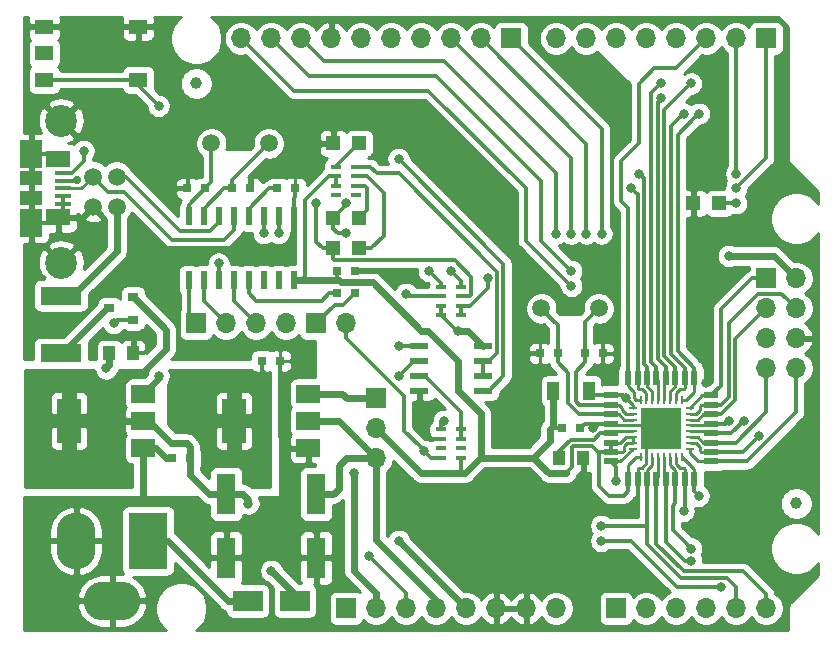
<source format=gbr>
G04 #@! TF.GenerationSoftware,KiCad,Pcbnew,5.1.5+dfsg1-2build2*
G04 #@! TF.CreationDate,2020-11-19T08:55:39-07:00*
G04 #@! TF.ProjectId,sduino_uno,73647569-6e6f-45f7-956e-6f2e6b696361,2017-11-15*
G04 #@! TF.SameCoordinates,Original*
G04 #@! TF.FileFunction,Copper,L1,Top*
G04 #@! TF.FilePolarity,Positive*
%FSLAX46Y46*%
G04 Gerber Fmt 4.6, Leading zero omitted, Abs format (unit mm)*
G04 Created by KiCad (PCBNEW 5.1.5+dfsg1-2build2) date 2020-11-19 08:55:39*
%MOMM*%
%LPD*%
G04 APERTURE LIST*
%ADD10O,3.300000X4.800000*%
%ADD11R,3.300000X4.800000*%
%ADD12O,4.800000X3.300000*%
%ADD13R,1.550000X1.300000*%
%ADD14R,1.700000X1.700000*%
%ADD15O,1.700000X1.700000*%
%ADD16R,0.800000X0.750000*%
%ADD17R,1.200000X1.200000*%
%ADD18R,0.900000X0.400000*%
%ADD19R,2.000000X3.800000*%
%ADD20R,2.000000X1.500000*%
%ADD21R,0.600000X1.500000*%
%ADD22R,1.200000X0.600000*%
%ADD23R,0.600000X1.200000*%
%ADD24R,1.550000X0.600000*%
%ADD25C,1.520000*%
%ADD26C,2.700000*%
%ADD27R,2.500000X1.800000*%
%ADD28R,1.600000X3.500000*%
%ADD29C,1.500000*%
%ADD30R,1.000000X1.250000*%
%ADD31R,3.500000X1.600000*%
%ADD32R,1.000000X1.600000*%
%ADD33R,0.900000X0.800000*%
%ADD34C,1.000000*%
%ADD35R,0.700000X0.250000*%
%ADD36R,0.250000X0.700000*%
%ADD37R,1.725000X1.725000*%
%ADD38R,1.380000X0.450000*%
%ADD39R,2.100000X1.475000*%
%ADD40R,1.900000X2.375000*%
%ADD41R,1.900000X1.175000*%
%ADD42C,0.800000*%
%ADD43C,0.700000*%
%ADD44C,0.300000*%
%ADD45C,0.250000*%
%ADD46C,0.600000*%
%ADD47C,0.254000*%
G04 APERTURE END LIST*
D10*
X119380000Y-121285000D03*
D11*
X125480000Y-121285000D03*
D12*
X122430000Y-126365000D03*
D13*
X116675000Y-77760000D03*
X124625000Y-77760000D03*
X116675000Y-82260000D03*
X124625000Y-82260000D03*
X116675000Y-80010000D03*
D14*
X165100000Y-127000000D03*
D15*
X167640000Y-127000000D03*
X170180000Y-127000000D03*
X172720000Y-127000000D03*
X175260000Y-127000000D03*
X177800000Y-127000000D03*
D16*
X134100000Y-91440000D03*
X132600000Y-91440000D03*
X128790000Y-91440000D03*
X130290000Y-91440000D03*
X162445000Y-105410000D03*
X163945000Y-105410000D03*
X160135000Y-105410000D03*
X158635000Y-105410000D03*
D14*
X156210000Y-78740000D03*
D15*
X153670000Y-78740000D03*
X151130000Y-78740000D03*
X148590000Y-78740000D03*
X146050000Y-78740000D03*
X143510000Y-78740000D03*
X140970000Y-78740000D03*
X138430000Y-78740000D03*
X135890000Y-78740000D03*
X133350000Y-78740000D03*
D14*
X177800000Y-78740000D03*
D15*
X175260000Y-78740000D03*
X172720000Y-78740000D03*
X170180000Y-78740000D03*
X167640000Y-78740000D03*
X165100000Y-78740000D03*
X162560000Y-78740000D03*
X160020000Y-78740000D03*
D17*
X143340000Y-87630000D03*
X141140000Y-87630000D03*
X173820000Y-92710000D03*
X171620000Y-92710000D03*
D14*
X142240000Y-127000000D03*
D15*
X144780000Y-127000000D03*
X147320000Y-127000000D03*
X149860000Y-127000000D03*
X152400000Y-127000000D03*
X154940000Y-127000000D03*
X157480000Y-127000000D03*
X160020000Y-127000000D03*
D18*
X150280000Y-112630000D03*
X150280000Y-113430000D03*
X150280000Y-111830000D03*
X150280000Y-114230000D03*
X151980000Y-111830000D03*
X151980000Y-112630000D03*
X151980000Y-113430000D03*
X151980000Y-114230000D03*
X141390000Y-90405000D03*
X141390000Y-91205000D03*
X141390000Y-89605000D03*
X141390000Y-92005000D03*
X143090000Y-89605000D03*
X143090000Y-90405000D03*
X143090000Y-91205000D03*
X143090000Y-92005000D03*
D17*
X143340000Y-96520000D03*
X141140000Y-96520000D03*
X143340000Y-93980000D03*
X141140000Y-93980000D03*
D19*
X118770000Y-111125000D03*
D20*
X125070000Y-111125000D03*
X125070000Y-108825000D03*
X125070000Y-113425000D03*
D19*
X132740000Y-111125000D03*
D20*
X139040000Y-111125000D03*
X139040000Y-108825000D03*
X139040000Y-113425000D03*
D21*
X137795000Y-93820000D03*
X136525000Y-93820000D03*
X135255000Y-93820000D03*
X133985000Y-93820000D03*
X132715000Y-93820000D03*
X131445000Y-93820000D03*
X130175000Y-93820000D03*
X128905000Y-93820000D03*
X128905000Y-99220000D03*
X130175000Y-99220000D03*
X131445000Y-99220000D03*
X132715000Y-99220000D03*
X133985000Y-99220000D03*
X135255000Y-99220000D03*
X136525000Y-99220000D03*
X137795000Y-99220000D03*
D22*
X164660000Y-108960000D03*
X164660000Y-109760000D03*
X164660000Y-110560000D03*
X164660000Y-111360000D03*
X164660000Y-112160000D03*
X164660000Y-112960000D03*
X164660000Y-113760000D03*
X164660000Y-114560000D03*
D23*
X166110000Y-116010000D03*
X166910000Y-116010000D03*
X167710000Y-116010000D03*
X168510000Y-116010000D03*
X169310000Y-116010000D03*
X170110000Y-116010000D03*
X170910000Y-116010000D03*
X171710000Y-116010000D03*
D22*
X173160000Y-114560000D03*
X173160000Y-113760000D03*
X173160000Y-112960000D03*
X173160000Y-112160000D03*
X173160000Y-111360000D03*
X173160000Y-110560000D03*
X173160000Y-109760000D03*
X173160000Y-108960000D03*
D23*
X171710000Y-107510000D03*
X170910000Y-107510000D03*
X170110000Y-107510000D03*
X169310000Y-107510000D03*
X168510000Y-107510000D03*
X167710000Y-107510000D03*
X166910000Y-107510000D03*
X166110000Y-107510000D03*
D24*
X148430000Y-104775000D03*
X148430000Y-106045000D03*
X148430000Y-107315000D03*
X148430000Y-108585000D03*
X153830000Y-108585000D03*
X153830000Y-107315000D03*
X153830000Y-106045000D03*
X153830000Y-104775000D03*
D14*
X144780000Y-109220000D03*
D15*
X144780000Y-111760000D03*
X144780000Y-114300000D03*
D25*
X122810000Y-90455000D03*
X122810000Y-92995000D03*
X120810000Y-92995000D03*
X120810000Y-90455000D03*
D26*
X118110000Y-85725000D03*
X118110000Y-97725000D03*
D27*
X137890000Y-126365000D03*
X133890000Y-126365000D03*
D28*
X139700000Y-117315000D03*
X139700000Y-122715000D03*
X132080000Y-117315000D03*
X132080000Y-122715000D03*
D29*
X130810000Y-87630000D03*
X135690000Y-87630000D03*
X158750000Y-101600000D03*
X163630000Y-101600000D03*
D30*
X122190000Y-105410000D03*
X124190000Y-105410000D03*
X160290000Y-114300000D03*
X162290000Y-114300000D03*
D31*
X118110000Y-105410000D03*
X118110000Y-100530000D03*
D18*
X150280000Y-100565000D03*
X150280000Y-101365000D03*
X150280000Y-99765000D03*
X150280000Y-102165000D03*
X151980000Y-99765000D03*
X151980000Y-100565000D03*
X151980000Y-101365000D03*
X151980000Y-102165000D03*
D16*
X142990000Y-98425000D03*
X141490000Y-98425000D03*
X136640000Y-106045000D03*
X135140000Y-106045000D03*
X127520000Y-114300000D03*
X129020000Y-114300000D03*
X142990000Y-100330000D03*
X141490000Y-100330000D03*
X162040000Y-111760000D03*
X160540000Y-111760000D03*
D32*
X159790000Y-108585000D03*
X162790000Y-108585000D03*
D33*
X124190000Y-102550000D03*
X124190000Y-100650000D03*
X122190000Y-101600000D03*
D14*
X129540000Y-102870000D03*
D15*
X132080000Y-102870000D03*
X134620000Y-102870000D03*
X137160000Y-102870000D03*
D14*
X139700000Y-102870000D03*
D15*
X142240000Y-102870000D03*
D14*
X177800000Y-99060000D03*
D15*
X180340000Y-99060000D03*
X177800000Y-101600000D03*
X180340000Y-101600000D03*
X177800000Y-104140000D03*
X180340000Y-104140000D03*
X177800000Y-106680000D03*
X180340000Y-106680000D03*
D34*
X129540000Y-82550000D03*
X180340000Y-118110000D03*
D16*
X137910000Y-91440000D03*
X136410000Y-91440000D03*
D35*
X166510000Y-110010000D03*
X166510000Y-110510000D03*
X166510000Y-111010000D03*
X166510000Y-111510000D03*
X166510000Y-112010000D03*
X166510000Y-112510000D03*
X166510000Y-113010000D03*
X166510000Y-113510000D03*
D36*
X167160000Y-114160000D03*
X167660000Y-114160000D03*
X168160000Y-114160000D03*
X168660000Y-114160000D03*
X169160000Y-114160000D03*
X169660000Y-114160000D03*
X170160000Y-114160000D03*
X170660000Y-114160000D03*
D35*
X171310000Y-113510000D03*
X171310000Y-113010000D03*
X171310000Y-112510000D03*
X171310000Y-112010000D03*
X171310000Y-111510000D03*
X171310000Y-111010000D03*
X171310000Y-110510000D03*
X171310000Y-110010000D03*
D36*
X170660000Y-109360000D03*
X170160000Y-109360000D03*
X169660000Y-109360000D03*
X169160000Y-109360000D03*
X168660000Y-109360000D03*
X168160000Y-109360000D03*
X167660000Y-109360000D03*
X167160000Y-109360000D03*
D37*
X169772500Y-112622500D03*
X169772500Y-110897500D03*
X168047500Y-112622500D03*
X168047500Y-110897500D03*
D38*
X118230000Y-90140000D03*
X118230000Y-90790000D03*
X118230000Y-91440000D03*
X118230000Y-92090000D03*
X118230000Y-92740000D03*
D39*
X117870000Y-88977500D03*
X117870000Y-93902500D03*
D40*
X115570000Y-88530000D03*
X115570000Y-94350000D03*
D41*
X115570000Y-90600000D03*
X115570000Y-92280000D03*
D42*
X163814278Y-106696001D03*
X126365000Y-91440000D03*
X126365000Y-96520000D03*
X172720000Y-107950000D03*
X170180000Y-111760000D03*
X167640000Y-111760000D03*
X163098974Y-111689654D03*
X163830000Y-118745000D03*
X173990000Y-82550000D03*
X179070000Y-90170000D03*
X149225000Y-87630000D03*
X180975000Y-114935000D03*
X173990000Y-121920000D03*
X146685000Y-118110000D03*
X118745000Y-78105000D03*
X154940000Y-95250000D03*
X159385000Y-99695000D03*
X125730000Y-104140000D03*
X146050000Y-99060000D03*
X148595236Y-109843021D03*
X157480000Y-107950000D03*
X155575000Y-112395000D03*
X155575000Y-116205000D03*
X150495000Y-111125000D03*
X121920000Y-106680000D03*
X126365000Y-107315000D03*
X135890000Y-123825000D03*
X121285000Y-111125000D03*
X121285000Y-114300000D03*
X174625000Y-97155000D03*
X133964107Y-118141371D03*
X118745000Y-114300000D03*
X116205000Y-114300000D03*
X116205000Y-111125000D03*
X116205000Y-107950000D03*
X118745000Y-107950000D03*
X151735574Y-103490970D03*
X146692213Y-121284681D03*
X132715000Y-114300000D03*
X135255000Y-114300000D03*
X135255000Y-111125000D03*
X135255000Y-107950000D03*
X130175000Y-111125000D03*
X130175000Y-107950000D03*
X132715000Y-107950000D03*
X146685000Y-107315000D03*
X142886918Y-115563075D03*
X172085000Y-117475000D03*
X170815000Y-118745000D03*
X171457525Y-121934549D03*
X171457525Y-122984562D03*
X163830000Y-120015000D03*
X161290000Y-98425000D03*
X173974414Y-125188371D03*
X161299340Y-99708288D03*
X163830000Y-121285000D03*
X163865112Y-95284011D03*
X177165000Y-112395000D03*
X162575733Y-95284011D03*
X175895000Y-111125000D03*
X161286354Y-95284011D03*
X174625000Y-111125000D03*
X146668213Y-88931213D03*
X159996973Y-95284011D03*
X165100000Y-116205000D03*
X171439187Y-82552421D03*
X172102810Y-85112245D03*
X168879363Y-82533488D03*
X168879363Y-83822866D03*
X170813431Y-85112247D03*
X165900000Y-109166870D03*
X126365000Y-84455000D03*
X148865000Y-113665000D03*
X144145000Y-122555000D03*
X147310551Y-100350631D03*
X135255000Y-95250000D03*
X136525000Y-95250000D03*
X149225000Y-98425000D03*
X142233851Y-95248062D03*
X142239133Y-92718026D03*
X175254625Y-91415875D03*
X166372237Y-91415875D03*
X151130000Y-98425000D03*
X139696053Y-92710262D03*
X167016927Y-90198128D03*
X175254625Y-90198128D03*
X146692211Y-104776384D03*
X122555000Y-102870000D03*
X131445000Y-97790000D03*
X120015000Y-88265000D03*
X175260000Y-92710000D03*
X154205001Y-99060000D03*
D43*
X119414511Y-90763109D03*
D44*
X119380000Y-121285000D02*
X119380000Y-118141833D01*
X119380000Y-118141833D02*
X125095000Y-118141833D01*
X137910000Y-92176048D02*
X137910000Y-91440000D01*
X137795000Y-92291048D02*
X137910000Y-92176048D01*
X137795000Y-93820000D02*
X137795000Y-92291048D01*
X137795000Y-93820000D02*
X137795000Y-95895984D01*
X137795000Y-95895984D02*
X137170984Y-96520000D01*
X137170984Y-96520000D02*
X126365000Y-96520000D01*
X126365000Y-91440000D02*
X128790000Y-91440000D01*
X124190000Y-105410000D02*
X125090221Y-105410000D01*
X125090221Y-105410000D02*
X125730000Y-104770221D01*
X125730000Y-104770221D02*
X125730000Y-104140000D01*
X118230000Y-92740000D02*
X118230000Y-93542500D01*
X118230000Y-93542500D02*
X117870000Y-93902500D01*
X118230000Y-92090000D02*
X118230000Y-92740000D01*
X115570000Y-88530000D02*
X117422500Y-88530000D01*
X117422500Y-88530000D02*
X117870000Y-88977500D01*
X115570000Y-94350000D02*
X117422500Y-94350000D01*
X117422500Y-94350000D02*
X117870000Y-93902500D01*
D45*
X167660000Y-114160000D02*
X167660000Y-111780000D01*
X167660000Y-111780000D02*
X167640000Y-111760000D01*
X166510000Y-111510000D02*
X167390000Y-111510000D01*
X167390000Y-111510000D02*
X167640000Y-111760000D01*
X166510000Y-111510000D02*
X164810000Y-111510000D01*
X164810000Y-111510000D02*
X164660000Y-111360000D01*
X167660000Y-114160000D02*
X167660000Y-114720002D01*
X167660000Y-114720002D02*
X167295003Y-115084999D01*
X167295003Y-115084999D02*
X166985001Y-115084999D01*
X166985001Y-115084999D02*
X166910000Y-115160000D01*
X166910000Y-115160000D02*
X166910000Y-116010000D01*
D46*
X127520000Y-114300000D02*
X126998529Y-114300000D01*
X126998529Y-114300000D02*
X126123529Y-113425000D01*
X126123529Y-113425000D02*
X125070000Y-113425000D01*
D44*
X172720000Y-107950000D02*
X172720000Y-95263409D01*
X172720000Y-95263409D02*
X172078241Y-94621650D01*
X167640000Y-111760000D02*
X170180000Y-111760000D01*
X162440000Y-111360000D02*
X163195000Y-111360000D01*
X163195000Y-111360000D02*
X164660000Y-111360000D01*
X163098974Y-111689654D02*
X163098974Y-111456026D01*
X163098974Y-111456026D02*
X163195000Y-111360000D01*
X163830000Y-118745000D02*
X162560000Y-118745000D01*
X166370000Y-118745000D02*
X163830000Y-118745000D01*
X171620000Y-92710000D02*
X171620000Y-94163409D01*
X171620000Y-94163409D02*
X172078241Y-94621650D01*
X172078241Y-94621650D02*
X175248900Y-94621650D01*
X175248900Y-94621650D02*
X179070000Y-90800550D01*
X179070000Y-90800550D02*
X179070000Y-90170000D01*
X141140000Y-87630000D02*
X141140000Y-86196872D01*
X141140000Y-86196872D02*
X142245216Y-85091656D01*
X142245216Y-85091656D02*
X146686656Y-85091656D01*
X146686656Y-85091656D02*
X149225000Y-87630000D01*
X155575000Y-116205000D02*
X153670000Y-118110000D01*
X153670000Y-118110000D02*
X146685000Y-118110000D01*
X116675000Y-77760000D02*
X118400000Y-77760000D01*
X118400000Y-77760000D02*
X118745000Y-78105000D01*
X159385000Y-99695000D02*
X154940000Y-95250000D01*
X157480000Y-105454652D02*
X156855188Y-104829840D01*
X156855188Y-104829840D02*
X156855188Y-100950116D01*
X156855188Y-100950116D02*
X158110304Y-99695000D01*
X158110304Y-99695000D02*
X159385000Y-99695000D01*
X125095000Y-118141833D02*
X128301833Y-118141833D01*
D46*
X125070000Y-113425000D02*
X125070000Y-118116833D01*
D44*
X125070000Y-118116833D02*
X125095000Y-118141833D01*
X138790000Y-113425000D02*
X137445327Y-113425000D01*
X137445327Y-113425000D02*
X137156346Y-113713981D01*
X137156346Y-113713981D02*
X137156346Y-115058654D01*
X136640000Y-106045000D02*
X136640000Y-112516481D01*
X136640000Y-112516481D02*
X137548519Y-113425000D01*
X137548519Y-113425000D02*
X138790000Y-113425000D01*
X128301833Y-118141833D02*
X130175000Y-120015000D01*
X130175000Y-120015000D02*
X132080000Y-120015000D01*
X132080000Y-120015000D02*
X132080000Y-122715000D01*
X121065888Y-126365000D02*
X121670000Y-126365000D01*
X139700000Y-122715000D02*
X132080000Y-122715000D01*
X137156346Y-115058654D02*
X137156346Y-118121346D01*
X137156346Y-118121346D02*
X139700000Y-120665000D01*
X139700000Y-120665000D02*
X139700000Y-122715000D01*
X139040000Y-113425000D02*
X138790000Y-113425000D01*
X142990000Y-98425000D02*
X145415000Y-98425000D01*
X145415000Y-98425000D02*
X146050000Y-99060000D01*
X148595236Y-110408706D02*
X148595236Y-109843021D01*
X148595236Y-111695236D02*
X148595236Y-110408706D01*
X149530000Y-112630000D02*
X148595236Y-111695236D01*
X150280000Y-112630000D02*
X149530000Y-112630000D01*
X148430000Y-109677785D02*
X148595236Y-109843021D01*
X148430000Y-108585000D02*
X148430000Y-109677785D01*
X157480000Y-107950000D02*
X157480000Y-105454652D01*
X157480000Y-105454652D02*
X157524652Y-105410000D01*
X157524652Y-105410000D02*
X158635000Y-105410000D01*
X155575000Y-112395000D02*
X155575000Y-109855000D01*
X155575000Y-109855000D02*
X157480000Y-107950000D01*
X162290000Y-118475000D02*
X157845000Y-118475000D01*
X157845000Y-118475000D02*
X155575000Y-116205000D01*
X162560000Y-118745000D02*
X162290000Y-118475000D01*
X162290000Y-118475000D02*
X162290000Y-114300000D01*
X166910000Y-118205000D02*
X166370000Y-118745000D01*
X166910000Y-116010000D02*
X166910000Y-118205000D01*
X162040000Y-111760000D02*
X162440000Y-111360000D01*
X132600000Y-91440000D02*
X132600000Y-90720000D01*
X132600000Y-90720000D02*
X135690000Y-87630000D01*
X132600000Y-91440000D02*
X131900000Y-91440000D01*
X131900000Y-91440000D02*
X130175000Y-93165000D01*
X130175000Y-93165000D02*
X130175000Y-93820000D01*
X128905000Y-93820000D02*
X128905000Y-92825000D01*
X128905000Y-92825000D02*
X130290000Y-91440000D01*
X130810000Y-87630000D02*
X130810000Y-90920000D01*
X130810000Y-90920000D02*
X130290000Y-91440000D01*
X162445000Y-105410000D02*
X162445000Y-106170476D01*
X162445000Y-106170476D02*
X161664022Y-106951454D01*
X161969999Y-109785001D02*
X163734999Y-109785001D01*
X161664022Y-106951454D02*
X161664022Y-109479024D01*
X161664022Y-109479024D02*
X161969999Y-109785001D01*
X163734999Y-109785001D02*
X163760000Y-109760000D01*
X163760000Y-109760000D02*
X164660000Y-109760000D01*
X163630000Y-101600000D02*
X162445000Y-102785000D01*
X162445000Y-102785000D02*
X162445000Y-105410000D01*
D45*
X166510000Y-110510000D02*
X165931412Y-110510000D01*
X165931412Y-110510000D02*
X165585001Y-110163589D01*
X165585001Y-110163589D02*
X165585001Y-109999999D01*
X165345002Y-109760000D02*
X164660000Y-109760000D01*
X165585001Y-109999999D02*
X165345002Y-109760000D01*
D44*
X160135000Y-105410000D02*
X160135000Y-106164650D01*
X160135000Y-106164650D02*
X161050885Y-107080535D01*
X161050885Y-107080535D02*
X161050885Y-109643718D01*
X163760000Y-110560000D02*
X164660000Y-110560000D01*
X161050885Y-109643718D02*
X161967167Y-110560000D01*
X161967167Y-110560000D02*
X163760000Y-110560000D01*
X158750000Y-101600000D02*
X158750000Y-101617151D01*
X158750000Y-101617151D02*
X160135000Y-103002151D01*
X160135000Y-103002151D02*
X160135000Y-105410000D01*
D45*
X166510000Y-111010000D02*
X165795002Y-111010000D01*
X165795002Y-111010000D02*
X165345002Y-110560000D01*
X165345002Y-110560000D02*
X164660000Y-110560000D01*
D46*
X121920000Y-106680000D02*
X121920000Y-106663021D01*
X121920000Y-106663021D02*
X122190000Y-106393021D01*
X122190000Y-106393021D02*
X122190000Y-105410000D01*
D44*
X150280000Y-111830000D02*
X150280000Y-111340000D01*
X150280000Y-111340000D02*
X150495000Y-111125000D01*
D46*
X126365000Y-107315000D02*
X126365000Y-107530000D01*
X126365000Y-107530000D02*
X125070000Y-108825000D01*
X137890000Y-126365000D02*
X137890000Y-125825000D01*
X137890000Y-125825000D02*
X135890000Y-123825000D01*
D44*
X151980000Y-111830000D02*
X151980000Y-112630000D01*
X148430000Y-107315000D02*
X148905000Y-107315000D01*
X148905000Y-107315000D02*
X151980000Y-110390000D01*
X151980000Y-111330000D02*
X151980000Y-111830000D01*
X151980000Y-110390000D02*
X151980000Y-111330000D01*
X143090000Y-89605000D02*
X144273028Y-89605000D01*
X144273028Y-89605000D02*
X144812554Y-90144526D01*
X144812554Y-90144526D02*
X146668209Y-90144526D01*
X146668209Y-90144526D02*
X155005001Y-98481318D01*
X155005001Y-98481318D02*
X155005001Y-105344999D01*
X154305000Y-106045000D02*
X153830000Y-106045000D01*
X155005001Y-105344999D02*
X154305000Y-106045000D01*
X153830000Y-106045000D02*
X153830000Y-107315000D01*
D46*
X125070000Y-111125000D02*
X123187032Y-111125000D01*
X123187032Y-111125000D02*
X123187032Y-107967966D01*
X123187032Y-107967966D02*
X123629999Y-107524999D01*
X123629999Y-107524999D02*
X123719999Y-107524999D01*
X123719999Y-107524999D02*
X124054074Y-107190924D01*
X124054074Y-107190924D02*
X124841145Y-107190924D01*
X124841145Y-107190924D02*
X127007203Y-105024866D01*
X127007203Y-105024866D02*
X127007203Y-103417203D01*
X127007203Y-103417203D02*
X124240000Y-100650000D01*
X124240000Y-100650000D02*
X124190000Y-100650000D01*
X127415002Y-113030000D02*
X128725000Y-113030000D01*
X128725000Y-113030000D02*
X129020000Y-113325000D01*
X129020000Y-113325000D02*
X129020000Y-114300000D01*
X125070000Y-111125000D02*
X125510002Y-111125000D01*
X125510002Y-111125000D02*
X127415002Y-113030000D01*
X118770000Y-111125000D02*
X121285000Y-111125000D01*
X121285000Y-111125000D02*
X125070000Y-111125000D01*
X121285000Y-114300000D02*
X121285000Y-111125000D01*
X129020000Y-114300000D02*
X129020000Y-115675989D01*
X129020000Y-115675989D02*
X130659011Y-117315000D01*
X130659011Y-117315000D02*
X132080000Y-117315000D01*
X174625000Y-97155000D02*
X178435000Y-97155000D01*
X178435000Y-97155000D02*
X180340000Y-99060000D01*
X133480000Y-117315000D02*
X133964107Y-117799107D01*
X132080000Y-117315000D02*
X133480000Y-117315000D01*
X133964107Y-117799107D02*
X133964107Y-118141371D01*
X139040000Y-108825000D02*
X141879416Y-108825000D01*
X141879416Y-108825000D02*
X142274416Y-109220000D01*
X142274416Y-109220000D02*
X144780000Y-109220000D01*
X116205000Y-114300000D02*
X118745000Y-114300000D01*
X116205000Y-107950000D02*
X116205000Y-111125000D01*
X118770000Y-111125000D02*
X118770000Y-107975000D01*
X118770000Y-107975000D02*
X118745000Y-107950000D01*
X151735574Y-103490970D02*
X152545970Y-103490970D01*
X152545970Y-103490970D02*
X153830000Y-104775000D01*
D44*
X151735574Y-103490970D02*
X151605970Y-103490970D01*
X151605970Y-103490970D02*
X150280000Y-102165000D01*
D46*
X152400000Y-127000000D02*
X146692213Y-121292213D01*
X146692213Y-121292213D02*
X146692213Y-121284681D01*
D44*
X150280000Y-101365000D02*
X150280000Y-102165000D01*
X132740000Y-111125000D02*
X132740000Y-107933731D01*
X132740000Y-107933731D02*
X133367589Y-107306142D01*
X133367589Y-107306142D02*
X135140000Y-107306142D01*
X135140000Y-107306142D02*
X135140000Y-106045000D01*
X135255000Y-111125000D02*
X135255000Y-114300000D01*
X132715000Y-107950000D02*
X135255000Y-107950000D01*
D46*
X144780000Y-114300000D02*
X144780000Y-121252662D01*
X144780000Y-121252662D02*
X149860000Y-126332662D01*
X149860000Y-126332662D02*
X149860000Y-127000000D01*
X139700000Y-117315000D02*
X141134993Y-117315000D01*
X141134993Y-117315000D02*
X141597539Y-116852454D01*
X141597539Y-116852454D02*
X141597539Y-114918386D01*
X141597539Y-114918386D02*
X142215925Y-114300000D01*
X142215925Y-114300000D02*
X143577919Y-114300000D01*
X143577919Y-114300000D02*
X144780000Y-114300000D01*
D44*
X130175000Y-107950000D02*
X130175000Y-111125000D01*
X132740000Y-111125000D02*
X132740000Y-107975000D01*
X132740000Y-107975000D02*
X132715000Y-107950000D01*
D46*
X139040000Y-111125000D02*
X141605000Y-111125000D01*
X141605000Y-111125000D02*
X144780000Y-114300000D01*
D44*
X147955000Y-106045000D02*
X146685000Y-107315000D01*
X148430000Y-106045000D02*
X147955000Y-106045000D01*
D45*
X166510000Y-112010000D02*
X164810000Y-112010000D01*
X164810000Y-112010000D02*
X164660000Y-112160000D01*
D44*
X160290000Y-114300000D02*
X160290000Y-113677167D01*
X160290000Y-113677167D02*
X161242178Y-112724989D01*
X161242178Y-112724989D02*
X163195011Y-112724989D01*
X163195011Y-112724989D02*
X163760000Y-112160000D01*
X163760000Y-112160000D02*
X164660000Y-112160000D01*
X160540000Y-111760000D02*
X159840000Y-111760000D01*
X159840000Y-111760000D02*
X159790000Y-111710000D01*
X159790000Y-111710000D02*
X159790000Y-111528067D01*
D46*
X158070000Y-114230000D02*
X159512640Y-112787360D01*
X159512640Y-112787360D02*
X159512640Y-111805427D01*
X159512640Y-111805427D02*
X159790000Y-111528067D01*
X159790000Y-111528067D02*
X159790000Y-108585000D01*
D44*
X137795000Y-99220000D02*
X138395000Y-99220000D01*
X138395000Y-99220000D02*
X138710001Y-98904999D01*
X138710001Y-98904999D02*
X138710001Y-92436077D01*
X138710001Y-92436077D02*
X140741078Y-90405000D01*
X140741078Y-90405000D02*
X141390000Y-90405000D01*
X141390000Y-90405000D02*
X141390000Y-91205000D01*
D46*
X158070000Y-114230000D02*
X153711988Y-114230000D01*
X153711988Y-114230000D02*
X153662536Y-114180548D01*
D44*
X151980000Y-114230000D02*
X151980000Y-115550230D01*
X151980000Y-115550230D02*
X152292854Y-115550230D01*
D46*
X153662536Y-113297466D02*
X153662536Y-114180548D01*
X153662536Y-114180548D02*
X153623288Y-114219796D01*
X153623288Y-114219796D02*
X152292854Y-115550230D01*
X152292854Y-115550230D02*
X148570230Y-115550230D01*
X148570230Y-115550230D02*
X144780000Y-111760000D01*
D45*
X164660000Y-112960000D02*
X165460000Y-112960000D01*
X165460000Y-112960000D02*
X165910000Y-112510000D01*
X165910000Y-112510000D02*
X166510000Y-112510000D01*
X166510000Y-113010000D02*
X166018821Y-113010000D01*
X166018821Y-113010000D02*
X165742756Y-113286065D01*
X165742756Y-113286065D02*
X165742756Y-113640834D01*
X165742756Y-113640834D02*
X165623590Y-113760000D01*
X165623590Y-113760000D02*
X164660000Y-113760000D01*
X166510000Y-113010000D02*
X166510000Y-112510000D01*
X167160000Y-114160000D02*
X166785000Y-114160000D01*
X166110000Y-114835000D02*
X166110000Y-115160000D01*
X166785000Y-114160000D02*
X166110000Y-114835000D01*
X166110000Y-115160000D02*
X166110000Y-116010000D01*
D44*
X163659999Y-113860001D02*
X163659999Y-116669999D01*
X163760000Y-113760000D02*
X163659999Y-113860001D01*
D46*
X153662536Y-113297466D02*
X153662536Y-110482864D01*
X153662536Y-110482864D02*
X151735509Y-108555837D01*
X151735509Y-108555837D02*
X151735509Y-106060273D01*
X151735509Y-106060273D02*
X149163707Y-103488471D01*
X149163707Y-103488471D02*
X148573471Y-103488471D01*
X148573471Y-103488471D02*
X144489999Y-99404999D01*
X141590001Y-99200001D02*
X141490000Y-99100000D01*
X144489999Y-99404999D02*
X141794999Y-99404999D01*
X141794999Y-99404999D02*
X141590001Y-99200001D01*
X158070000Y-114230000D02*
X159390230Y-115550230D01*
X159390230Y-115550230D02*
X160884772Y-115550230D01*
D44*
X160884772Y-115550230D02*
X161389999Y-115045003D01*
X161389999Y-115045003D02*
X161389999Y-113354999D01*
X161389999Y-113354999D02*
X161469999Y-113274999D01*
X161469999Y-113274999D02*
X163074997Y-113274999D01*
X163074997Y-113274999D02*
X163659999Y-113860001D01*
D46*
X144780000Y-127000000D02*
X144780000Y-125693855D01*
X144780000Y-125693855D02*
X142886918Y-123800773D01*
X142886918Y-123800773D02*
X142886918Y-116128760D01*
X142886918Y-116128760D02*
X142886918Y-115563075D01*
D44*
X160515000Y-111760000D02*
X160540000Y-111760000D01*
D46*
X137795000Y-99220000D02*
X141370000Y-99220000D01*
X141370000Y-99220000D02*
X141490000Y-99100000D01*
D44*
X141490000Y-99100000D02*
X141490000Y-98425000D01*
X164660000Y-113760000D02*
X163760000Y-113760000D01*
X166110000Y-117100000D02*
X166110000Y-116010000D01*
X163659999Y-116669999D02*
X164465000Y-117475000D01*
X164465000Y-117475000D02*
X165735000Y-117475000D01*
X165735000Y-117475000D02*
X166110000Y-117100000D01*
X164660000Y-112960000D02*
X164660000Y-113760000D01*
D46*
X118110000Y-105410000D02*
X118155133Y-105410000D01*
X118155133Y-105410000D02*
X121965133Y-101600000D01*
X121965133Y-101600000D02*
X122190000Y-101600000D01*
D45*
X170660000Y-114160000D02*
X171710000Y-115210000D01*
X171710000Y-115210000D02*
X171710000Y-116010000D01*
D44*
X171710000Y-116010000D02*
X171710000Y-117100000D01*
X171710000Y-117100000D02*
X172085000Y-117475000D01*
D45*
X170160000Y-114160000D02*
X170160000Y-114738588D01*
X170160000Y-114738588D02*
X170506411Y-115084999D01*
X170506411Y-115084999D02*
X170834999Y-115084999D01*
X170834999Y-115084999D02*
X170910000Y-115160000D01*
X170910000Y-115160000D02*
X170910000Y-116010000D01*
D44*
X170910000Y-118650000D02*
X170815000Y-118745000D01*
X170910000Y-116010000D02*
X170910000Y-118650000D01*
D45*
X169660000Y-114160000D02*
X169660000Y-114874998D01*
X169660000Y-114874998D02*
X170110000Y-115324998D01*
X170110000Y-115324998D02*
X170110000Y-116010000D01*
D44*
X171057526Y-121534550D02*
X171457525Y-121934549D01*
X169914998Y-120392022D02*
X171057526Y-121534550D01*
X169914998Y-118312998D02*
X169914998Y-120392022D01*
X170110000Y-118117996D02*
X169914998Y-118312998D01*
X170110000Y-116010000D02*
X170110000Y-118117996D01*
D45*
X169160000Y-114160000D02*
X169160000Y-115860000D01*
X169160000Y-115860000D02*
X169310000Y-116010000D01*
D44*
X170891840Y-122984562D02*
X171457525Y-122984562D01*
X169310000Y-121402722D02*
X170891840Y-122984562D01*
X169310000Y-116010000D02*
X169310000Y-121402722D01*
X163830000Y-120015000D02*
X167710000Y-120015000D01*
X167710000Y-120015000D02*
X167710000Y-120331982D01*
D45*
X168160000Y-114160000D02*
X168160000Y-114874998D01*
X168160000Y-114874998D02*
X167710000Y-115324998D01*
X167710000Y-115324998D02*
X167710000Y-116010000D01*
D44*
X170584347Y-124388361D02*
X167710000Y-121514014D01*
X174449983Y-124388361D02*
X170584347Y-124388361D01*
X175260000Y-127000000D02*
X175260000Y-125198378D01*
X175260000Y-125198378D02*
X174449983Y-124388361D01*
X167710000Y-121514014D02*
X167710000Y-120331982D01*
X158750000Y-95885000D02*
X161290000Y-98425000D01*
X158750000Y-90805000D02*
X158750000Y-95885000D01*
X149860000Y-81915000D02*
X158750000Y-90805000D01*
X139065000Y-81915000D02*
X149860000Y-81915000D01*
X135890000Y-78740000D02*
X139065000Y-81915000D01*
X167710000Y-117010000D02*
X167710000Y-116010000D01*
X167710000Y-120331982D02*
X167710000Y-117010000D01*
D45*
X168660000Y-114160000D02*
X168660000Y-115860000D01*
X168660000Y-115860000D02*
X168510000Y-116010000D01*
D44*
X163830000Y-121285000D02*
X166355019Y-121285000D01*
X166355019Y-121285000D02*
X170258390Y-125188371D01*
X170258390Y-125188371D02*
X173408729Y-125188371D01*
X173408729Y-125188371D02*
X173974414Y-125188371D01*
X177800000Y-125797919D02*
X175840431Y-123838350D01*
X175840431Y-123838350D02*
X170812169Y-123838350D01*
X170812169Y-123838350D02*
X168510000Y-121536181D01*
X168510000Y-121536181D02*
X168510000Y-116910000D01*
X168510000Y-116910000D02*
X168510000Y-116010000D01*
X177800000Y-127000000D02*
X177800000Y-125797919D01*
X149201074Y-83185000D02*
X157445287Y-91429213D01*
X133350000Y-78740000D02*
X137795000Y-83185000D01*
X137795000Y-83185000D02*
X149201074Y-83185000D01*
X157445287Y-91429213D02*
X157445287Y-95854235D01*
X157445287Y-95854235D02*
X161299340Y-99708288D01*
D45*
X171310000Y-113010000D02*
X171888588Y-113010000D01*
X171888588Y-113010000D02*
X172234999Y-113356411D01*
X172234999Y-113356411D02*
X172234999Y-113684999D01*
X172234999Y-113684999D02*
X172310000Y-113760000D01*
X172310000Y-113760000D02*
X173160000Y-113760000D01*
D44*
X156210000Y-78740000D02*
X156210000Y-78746512D01*
X156210000Y-78746512D02*
X163865112Y-86401624D01*
X163865112Y-86401624D02*
X163865112Y-94718326D01*
X163865112Y-94718326D02*
X163865112Y-95284011D01*
X177165000Y-112395000D02*
X175800000Y-113760000D01*
X175800000Y-113760000D02*
X173160000Y-113760000D01*
D45*
X171310000Y-112010000D02*
X173010000Y-112010000D01*
X173010000Y-112010000D02*
X173160000Y-112160000D01*
D44*
X162575733Y-94718326D02*
X162575733Y-95284011D01*
X162575733Y-87645733D02*
X162575733Y-94718326D01*
X153670000Y-78740000D02*
X162575733Y-87645733D01*
X175895000Y-111125000D02*
X174860000Y-112160000D01*
X174860000Y-112160000D02*
X173160000Y-112160000D01*
D45*
X171310000Y-111510000D02*
X173010000Y-111510000D01*
X173010000Y-111510000D02*
X173160000Y-111360000D01*
D44*
X161286354Y-94718326D02*
X161286354Y-95284011D01*
X161286354Y-88896354D02*
X161286354Y-94718326D01*
X151130000Y-78740000D02*
X161286354Y-88896354D01*
X174625000Y-111125000D02*
X174390000Y-111360000D01*
X174390000Y-111360000D02*
X173160000Y-111360000D01*
D45*
X171310000Y-110510000D02*
X171888588Y-110510000D01*
X171888588Y-110510000D02*
X172234999Y-110163589D01*
X172234999Y-110163589D02*
X172234999Y-109835001D01*
X172234999Y-109835001D02*
X172310000Y-109760000D01*
X172310000Y-109760000D02*
X173160000Y-109760000D01*
D44*
X173160000Y-109760000D02*
X173980001Y-109760000D01*
X174645782Y-102848628D02*
X177144411Y-100349999D01*
X173980001Y-109760000D02*
X174645782Y-109094219D01*
X174645782Y-109094219D02*
X174645782Y-102848628D01*
X177144411Y-100349999D02*
X179089999Y-100349999D01*
X179089999Y-100349999D02*
X179490001Y-100750001D01*
X179490001Y-100750001D02*
X180340000Y-101600000D01*
D45*
X171310000Y-110010000D02*
X172360000Y-108960000D01*
X172360000Y-108960000D02*
X173160000Y-108960000D01*
D44*
X173160000Y-108960000D02*
X173985198Y-108134802D01*
X176650000Y-99060000D02*
X177800000Y-99060000D01*
X173985198Y-108134802D02*
X173985198Y-101653557D01*
X173985198Y-101653557D02*
X176578755Y-99060000D01*
X176578755Y-99060000D02*
X176650000Y-99060000D01*
D45*
X171310000Y-111010000D02*
X172024998Y-111010000D01*
X172024998Y-111010000D02*
X172474998Y-110560000D01*
X172474998Y-110560000D02*
X173160000Y-110560000D01*
D44*
X147068212Y-89331212D02*
X146668213Y-88931213D01*
X155555011Y-97818011D02*
X147068212Y-89331212D01*
X155555011Y-107334989D02*
X155555011Y-97818011D01*
X153830000Y-108585000D02*
X154305000Y-108585000D01*
X154305000Y-108585000D02*
X155555011Y-107334989D01*
X176950001Y-102449999D02*
X177800000Y-101600000D01*
X175195793Y-104204207D02*
X176950001Y-102449999D01*
X175195793Y-109322041D02*
X175195793Y-104204207D01*
X173957834Y-110560000D02*
X175195793Y-109322041D01*
X173160000Y-110560000D02*
X173957834Y-110560000D01*
D45*
X166510000Y-113510000D02*
X165460000Y-114560000D01*
X165460000Y-114560000D02*
X164660000Y-114560000D01*
D44*
X138430000Y-78740000D02*
X140361052Y-80671052D01*
X140361052Y-80671052D02*
X150541531Y-80671052D01*
X150541531Y-80671052D02*
X159996975Y-90126496D01*
X159996975Y-90126496D02*
X159996975Y-95284009D01*
X159996975Y-95284009D02*
X159996973Y-95284011D01*
X165100000Y-116205000D02*
X165100000Y-115000000D01*
X165100000Y-115000000D02*
X164660000Y-114560000D01*
X165510000Y-92499533D02*
X166110000Y-93099533D01*
X165510000Y-89125000D02*
X165510000Y-92499533D01*
X167005000Y-87630000D02*
X165510000Y-89125000D01*
X167005000Y-82563709D02*
X167005000Y-87630000D01*
X166110000Y-93099533D02*
X166110000Y-107510000D01*
X168299218Y-81269491D02*
X167005000Y-82563709D01*
X170190509Y-81269491D02*
X168299218Y-81269491D01*
X172720000Y-78740000D02*
X170190509Y-81269491D01*
X172747499Y-78767499D02*
X172720000Y-78740000D01*
D45*
X167160000Y-109360000D02*
X166785000Y-109360000D01*
X166785000Y-109360000D02*
X166625001Y-109200001D01*
X166625001Y-109200001D02*
X166625001Y-108711411D01*
X166625001Y-108711411D02*
X166110000Y-108196410D01*
X166110000Y-108196410D02*
X166110000Y-107510000D01*
D44*
X170110000Y-107510000D02*
X170110000Y-106605668D01*
X170110000Y-106605668D02*
X169150380Y-105646048D01*
X169150380Y-105646048D02*
X169150380Y-84841228D01*
X169150380Y-84841228D02*
X171439187Y-82552421D01*
X171439187Y-82552421D02*
X171439187Y-82543953D01*
D45*
X169660000Y-109360000D02*
X169660000Y-108645002D01*
X169660000Y-108645002D02*
X170110000Y-108195002D01*
X170110000Y-108195002D02*
X170110000Y-107510000D01*
X170660000Y-109360000D02*
X171035000Y-109360000D01*
X171035000Y-109360000D02*
X171710000Y-108685000D01*
X171710000Y-108685000D02*
X171710000Y-108360000D01*
X171710000Y-108360000D02*
X171710000Y-107510000D01*
D44*
X171702811Y-85512244D02*
X172102810Y-85112245D01*
X170319999Y-86895056D02*
X171702811Y-85512244D01*
X170319999Y-105219999D02*
X170319999Y-86895056D01*
X171710000Y-106610000D02*
X170319999Y-105219999D01*
X171710000Y-107510000D02*
X171710000Y-106610000D01*
D45*
X168660000Y-109360000D02*
X168660000Y-107660000D01*
X168660000Y-107660000D02*
X168510000Y-107510000D01*
D44*
X168479364Y-82933487D02*
X168879363Y-82533488D01*
X168050358Y-83362493D02*
X168479364Y-82933487D01*
X168510000Y-107510000D02*
X168510000Y-106561334D01*
X168050358Y-106101692D02*
X168050358Y-83362493D01*
X168510000Y-106561334D02*
X168050358Y-106101692D01*
D45*
X169160000Y-109360000D02*
X169160000Y-107660000D01*
X169160000Y-107660000D02*
X169310000Y-107510000D01*
D44*
X168600369Y-105873870D02*
X168600369Y-84101860D01*
X169310000Y-106583501D02*
X168600369Y-105873870D01*
X169310000Y-107510000D02*
X169310000Y-106583501D01*
X168600369Y-84101860D02*
X168879363Y-83822866D01*
D45*
X170910000Y-108360000D02*
X170910000Y-107510000D01*
X170834999Y-108435001D02*
X170910000Y-108360000D01*
X170506411Y-108435001D02*
X170834999Y-108435001D01*
X170160000Y-108781412D02*
X170506411Y-108435001D01*
X170160000Y-109360000D02*
X170160000Y-108781412D01*
D44*
X169769988Y-105469988D02*
X169769988Y-86155690D01*
X170413432Y-85512246D02*
X170813431Y-85112247D01*
X170910000Y-106610000D02*
X169769988Y-105469988D01*
X170910000Y-107510000D02*
X170910000Y-106610000D01*
X169769988Y-86155690D02*
X170413432Y-85512246D01*
D45*
X166510000Y-110010000D02*
X166510000Y-109776870D01*
X166510000Y-109776870D02*
X165900000Y-109166870D01*
D44*
X142240000Y-104072081D02*
X147152892Y-108984973D01*
X142240000Y-102870000D02*
X142240000Y-104072081D01*
X147152892Y-108984973D02*
X147152892Y-111952892D01*
X147152892Y-111952892D02*
X148465001Y-113265001D01*
X148465001Y-113265001D02*
X148865000Y-113665000D01*
X164660000Y-108960000D02*
X163165000Y-108960000D01*
X163165000Y-108960000D02*
X162790000Y-108585000D01*
X165900000Y-109166870D02*
X165693130Y-108960000D01*
X165693130Y-108960000D02*
X164660000Y-108960000D01*
X142990000Y-100330000D02*
X142965000Y-100330000D01*
X142965000Y-100330000D02*
X141975943Y-101319057D01*
X141975943Y-101319057D02*
X141250943Y-101319057D01*
X141250943Y-101319057D02*
X139700000Y-102870000D01*
X124625000Y-82260000D02*
X124625000Y-82715000D01*
X124625000Y-82715000D02*
X126365000Y-84455000D01*
X116675000Y-82260000D02*
X124625000Y-82260000D01*
X148865000Y-113665000D02*
X149430000Y-114230000D01*
X147320000Y-127000000D02*
X147320000Y-125730000D01*
X147320000Y-125730000D02*
X144145000Y-122555000D01*
X149530000Y-114230000D02*
X150280000Y-114230000D01*
X149430000Y-114230000D02*
X149530000Y-114230000D01*
X147524920Y-100565000D02*
X147310551Y-100350631D01*
X150280000Y-100565000D02*
X147524920Y-100565000D01*
X135255000Y-95250000D02*
X135255000Y-93820000D01*
X136525000Y-95250000D02*
X136525000Y-93820000D01*
X150280000Y-99765000D02*
X150280000Y-99480000D01*
X150280000Y-99480000D02*
X149225000Y-98425000D01*
X141490000Y-100330000D02*
X140790000Y-100330000D01*
X140790000Y-100330000D02*
X140151997Y-100968003D01*
X140151997Y-100968003D02*
X134619618Y-100968003D01*
X134619618Y-100968003D02*
X133985000Y-100333385D01*
X133985000Y-100333385D02*
X133985000Y-99220000D01*
X141140000Y-94880000D02*
X141508062Y-95248062D01*
X141140000Y-93980000D02*
X141140000Y-94880000D01*
X141508062Y-95248062D02*
X142233851Y-95248062D01*
X142239133Y-92718026D02*
X142239133Y-92880867D01*
X142239133Y-92880867D02*
X141140000Y-93980000D01*
D45*
X166910000Y-108360000D02*
X166910000Y-107510000D01*
X166985001Y-108435001D02*
X166910000Y-108360000D01*
X167313589Y-108435001D02*
X166985001Y-108435001D01*
X167660000Y-108781412D02*
X167313589Y-108435001D01*
X167660000Y-109360000D02*
X167660000Y-108781412D01*
D44*
X175654624Y-91015876D02*
X175254625Y-91415875D01*
X177800000Y-78740000D02*
X177800000Y-88870500D01*
X177800000Y-88870500D02*
X175654624Y-91015876D01*
X166910000Y-91953638D02*
X166772236Y-91815874D01*
X166772236Y-91815874D02*
X166372237Y-91415875D01*
X166910000Y-107510000D02*
X166910000Y-91953638D01*
X151980000Y-99765000D02*
X151980000Y-99275000D01*
X151980000Y-99275000D02*
X151130000Y-98425000D01*
X139696053Y-92710262D02*
X139696053Y-95976053D01*
X139696053Y-95976053D02*
X140240000Y-96520000D01*
X140240000Y-96520000D02*
X141140000Y-96520000D01*
D45*
X168160000Y-109360000D02*
X168160000Y-108645002D01*
X168160000Y-108645002D02*
X167710000Y-108195002D01*
X167710000Y-108195002D02*
X167710000Y-107510000D01*
D44*
X167416926Y-90598127D02*
X167016927Y-90198128D01*
X167460011Y-90641212D02*
X167416926Y-90598127D01*
X167460011Y-106289178D02*
X167460011Y-90641212D01*
X167710000Y-106539167D02*
X167460011Y-106289178D01*
X167710000Y-107510000D02*
X167710000Y-106539167D01*
X175260000Y-90192753D02*
X175254625Y-90198128D01*
X175260000Y-78740000D02*
X175260000Y-90192753D01*
X151409005Y-97520001D02*
X141240001Y-97520001D01*
X152830001Y-100464999D02*
X152830001Y-98940997D01*
X141140000Y-97420000D02*
X141140000Y-96520000D01*
X152730000Y-100565000D02*
X152830001Y-100464999D01*
X151980000Y-100565000D02*
X152730000Y-100565000D01*
X141240001Y-97520001D02*
X141140000Y-97420000D01*
X152830001Y-98940997D02*
X151409005Y-97520001D01*
X146693595Y-104775000D02*
X146692211Y-104776384D01*
X148430000Y-104775000D02*
X146693595Y-104775000D01*
X124190000Y-102550000D02*
X122875000Y-102550000D01*
X122875000Y-102550000D02*
X122555000Y-102870000D01*
X128905000Y-99220000D02*
X128905000Y-102235000D01*
X128905000Y-102235000D02*
X129540000Y-102870000D01*
X130175000Y-99220000D02*
X130175000Y-100965000D01*
X130175000Y-100965000D02*
X132080000Y-102870000D01*
X131445000Y-99220000D02*
X131445000Y-97790000D01*
X132715000Y-99220000D02*
X132715000Y-100965000D01*
X132715000Y-100965000D02*
X134620000Y-102870000D01*
X136410000Y-91440000D02*
X135710000Y-91440000D01*
X135710000Y-91440000D02*
X133985000Y-93165000D01*
X133985000Y-93165000D02*
X133985000Y-93820000D01*
D46*
X125480000Y-121285000D02*
X127160000Y-121285000D01*
X127160000Y-121285000D02*
X132240000Y-126365000D01*
X132240000Y-126365000D02*
X133890000Y-126365000D01*
D44*
X120015000Y-88830685D02*
X120015000Y-88265000D01*
X120015000Y-89126616D02*
X120015000Y-88830685D01*
X119001616Y-90140000D02*
X120015000Y-89126616D01*
X118230000Y-90140000D02*
X119001616Y-90140000D01*
D46*
X118110000Y-100530000D02*
X119060000Y-100530000D01*
X119060000Y-100530000D02*
X122810000Y-96780000D01*
X122810000Y-96780000D02*
X122810000Y-94069802D01*
X122810000Y-94069802D02*
X122810000Y-92995000D01*
D44*
X141390000Y-89605000D02*
X141390000Y-89580000D01*
X141390000Y-89580000D02*
X143340000Y-87630000D01*
X173820000Y-92710000D02*
X175260000Y-92710000D01*
X151980000Y-101365000D02*
X152730000Y-101365000D01*
X152730000Y-101365000D02*
X154205001Y-99889999D01*
X154205001Y-99889999D02*
X154205001Y-99060000D01*
X151980000Y-102165000D02*
X151980000Y-101365000D01*
X145415000Y-91790033D02*
X145415000Y-95445000D01*
X144340000Y-96520000D02*
X143340000Y-96520000D01*
X145415000Y-95445000D02*
X144340000Y-96520000D01*
X143090000Y-90405000D02*
X144029967Y-90405000D01*
X144029967Y-90405000D02*
X145415000Y-91790033D01*
X144040001Y-91404998D02*
X144040001Y-93279999D01*
X143840003Y-91205000D02*
X144040001Y-91404998D01*
X143090000Y-91205000D02*
X143840003Y-91205000D01*
X144040001Y-93279999D02*
X143340000Y-93980000D01*
D45*
X118230000Y-91440000D02*
X118231881Y-91438119D01*
X118231881Y-91438119D02*
X119826881Y-91438119D01*
X119826881Y-91438119D02*
X120810000Y-90455000D01*
D44*
X132715000Y-94970000D02*
X131914988Y-95770012D01*
X122089999Y-91734999D02*
X121569999Y-91214999D01*
X123414801Y-91734999D02*
X122089999Y-91734999D01*
X132715000Y-93820000D02*
X132715000Y-94970000D01*
X132715000Y-94970000D02*
X132614999Y-95070001D01*
X131914988Y-95770012D02*
X127449814Y-95770012D01*
X127449814Y-95770012D02*
X123414801Y-91734999D01*
X121569999Y-91214999D02*
X120810000Y-90455000D01*
X118230000Y-90790000D02*
X119387620Y-90790000D01*
X119387620Y-90790000D02*
X119414511Y-90763109D01*
X131445000Y-93820000D02*
X131445000Y-94309911D01*
X131445000Y-94309911D02*
X130684910Y-95070001D01*
X123589998Y-90455000D02*
X122810000Y-90455000D01*
X130684910Y-95070001D02*
X128204999Y-95070001D01*
X128204999Y-95070001D02*
X123589998Y-90455000D01*
D45*
X171310000Y-112510000D02*
X172024998Y-112510000D01*
X172024998Y-112510000D02*
X172474998Y-112960000D01*
X172474998Y-112960000D02*
X173160000Y-112960000D01*
D44*
X173160000Y-112960000D02*
X175244002Y-112960000D01*
X175244002Y-112960000D02*
X177800000Y-110404002D01*
X177800000Y-110404002D02*
X177800000Y-107882081D01*
X177800000Y-107882081D02*
X177800000Y-106680000D01*
D45*
X171310000Y-113510000D02*
X171310000Y-113885000D01*
X171310000Y-113885000D02*
X171985000Y-114560000D01*
X171985000Y-114560000D02*
X172310000Y-114560000D01*
X172310000Y-114560000D02*
X173160000Y-114560000D01*
D44*
X180340000Y-106680000D02*
X180350536Y-106690536D01*
X180350536Y-106690536D02*
X180350536Y-110393466D01*
X180350536Y-110393466D02*
X176184002Y-114560000D01*
X176184002Y-114560000D02*
X173160000Y-114560000D01*
D45*
G36*
X115284043Y-76987479D02*
G01*
X115271976Y-77110000D01*
X115275000Y-77478750D01*
X115431250Y-77635000D01*
X116550000Y-77635000D01*
X116550000Y-77615000D01*
X116800000Y-77615000D01*
X116800000Y-77635000D01*
X117918750Y-77635000D01*
X118075000Y-77478750D01*
X118078024Y-77110000D01*
X118065957Y-76987479D01*
X118039421Y-76900000D01*
X123260579Y-76900000D01*
X123234043Y-76987479D01*
X123221976Y-77110000D01*
X123225000Y-77478750D01*
X123381250Y-77635000D01*
X124500000Y-77635000D01*
X124500000Y-77615000D01*
X124750000Y-77615000D01*
X124750000Y-77635000D01*
X125868750Y-77635000D01*
X126025000Y-77478750D01*
X126028024Y-77110000D01*
X126015957Y-76987479D01*
X125989421Y-76900000D01*
X128288860Y-76900000D01*
X128121645Y-77011730D01*
X127811730Y-77321645D01*
X127568230Y-77686067D01*
X127400505Y-78090991D01*
X127315000Y-78520857D01*
X127315000Y-78959143D01*
X127400505Y-79389009D01*
X127568230Y-79793933D01*
X127811730Y-80158355D01*
X128121645Y-80468270D01*
X128486067Y-80711770D01*
X128890991Y-80879495D01*
X129320857Y-80965000D01*
X129759143Y-80965000D01*
X130189009Y-80879495D01*
X130593933Y-80711770D01*
X130958355Y-80468270D01*
X131268270Y-80158355D01*
X131511770Y-79793933D01*
X131679495Y-79389009D01*
X131765000Y-78959143D01*
X131765000Y-78594725D01*
X131875000Y-78594725D01*
X131875000Y-78885275D01*
X131931683Y-79170242D01*
X132042872Y-79438675D01*
X132204293Y-79680258D01*
X132409742Y-79885707D01*
X132651325Y-80047128D01*
X132919758Y-80158317D01*
X133204725Y-80215000D01*
X133495275Y-80215000D01*
X133690211Y-80176225D01*
X137220072Y-83706087D01*
X137244341Y-83735659D01*
X137362350Y-83832506D01*
X137496986Y-83904470D01*
X137643074Y-83948786D01*
X137756935Y-83960000D01*
X137756936Y-83960000D01*
X137794999Y-83963749D01*
X137833062Y-83960000D01*
X148880060Y-83960000D01*
X156670287Y-91750228D01*
X156670288Y-95816162D01*
X156666538Y-95854235D01*
X156681502Y-96006161D01*
X156725818Y-96152249D01*
X156797781Y-96286885D01*
X156815940Y-96309011D01*
X156894629Y-96404894D01*
X156924201Y-96429163D01*
X160274340Y-99779303D01*
X160274340Y-99809242D01*
X160313730Y-100007270D01*
X160390996Y-100193808D01*
X160503170Y-100361688D01*
X160645940Y-100504458D01*
X160813820Y-100616632D01*
X161000358Y-100693898D01*
X161198386Y-100733288D01*
X161400294Y-100733288D01*
X161598322Y-100693898D01*
X161784860Y-100616632D01*
X161952740Y-100504458D01*
X162095510Y-100361688D01*
X162207684Y-100193808D01*
X162284950Y-100007270D01*
X162324340Y-99809242D01*
X162324340Y-99607334D01*
X162284950Y-99409306D01*
X162207684Y-99222768D01*
X162098695Y-99059655D01*
X162198344Y-98910520D01*
X162275610Y-98723982D01*
X162315000Y-98525954D01*
X162315000Y-98324046D01*
X162275610Y-98126018D01*
X162198344Y-97939480D01*
X162086170Y-97771600D01*
X161943400Y-97628830D01*
X161775520Y-97516656D01*
X161588982Y-97439390D01*
X161390954Y-97400000D01*
X161361016Y-97400000D01*
X160241473Y-96280458D01*
X160295955Y-96269621D01*
X160482493Y-96192355D01*
X160641664Y-96086001D01*
X160800834Y-96192355D01*
X160987372Y-96269621D01*
X161185400Y-96309011D01*
X161387308Y-96309011D01*
X161585336Y-96269621D01*
X161771874Y-96192355D01*
X161931044Y-96086001D01*
X162090213Y-96192355D01*
X162276751Y-96269621D01*
X162474779Y-96309011D01*
X162676687Y-96309011D01*
X162874715Y-96269621D01*
X163061253Y-96192355D01*
X163220423Y-96086001D01*
X163379592Y-96192355D01*
X163566130Y-96269621D01*
X163764158Y-96309011D01*
X163966066Y-96309011D01*
X164164094Y-96269621D01*
X164350632Y-96192355D01*
X164518512Y-96080181D01*
X164661282Y-95937411D01*
X164773456Y-95769531D01*
X164850722Y-95582993D01*
X164890112Y-95384965D01*
X164890112Y-95183057D01*
X164850722Y-94985029D01*
X164773456Y-94798491D01*
X164661282Y-94630611D01*
X164640112Y-94609441D01*
X164640112Y-86439686D01*
X164643861Y-86401623D01*
X164632965Y-86290995D01*
X164628898Y-86249698D01*
X164584582Y-86103610D01*
X164512619Y-85968975D01*
X164512618Y-85968973D01*
X164462920Y-85908417D01*
X164415771Y-85850965D01*
X164386200Y-85826697D01*
X157688024Y-79128522D01*
X157688024Y-77890000D01*
X157675957Y-77767479D01*
X157640219Y-77649666D01*
X157582183Y-77541089D01*
X157504080Y-77445920D01*
X157408911Y-77367817D01*
X157300334Y-77309781D01*
X157182521Y-77274043D01*
X157060000Y-77261976D01*
X155360000Y-77261976D01*
X155237479Y-77274043D01*
X155119666Y-77309781D01*
X155011089Y-77367817D01*
X154915920Y-77445920D01*
X154837817Y-77541089D01*
X154779781Y-77649666D01*
X154753213Y-77737248D01*
X154610258Y-77594293D01*
X154368675Y-77432872D01*
X154100242Y-77321683D01*
X153815275Y-77265000D01*
X153524725Y-77265000D01*
X153239758Y-77321683D01*
X152971325Y-77432872D01*
X152729742Y-77594293D01*
X152524293Y-77799742D01*
X152400000Y-77985759D01*
X152275707Y-77799742D01*
X152070258Y-77594293D01*
X151828675Y-77432872D01*
X151560242Y-77321683D01*
X151275275Y-77265000D01*
X150984725Y-77265000D01*
X150699758Y-77321683D01*
X150431325Y-77432872D01*
X150189742Y-77594293D01*
X149984293Y-77799742D01*
X149860000Y-77985759D01*
X149735707Y-77799742D01*
X149530258Y-77594293D01*
X149288675Y-77432872D01*
X149020242Y-77321683D01*
X148735275Y-77265000D01*
X148444725Y-77265000D01*
X148159758Y-77321683D01*
X147891325Y-77432872D01*
X147649742Y-77594293D01*
X147444293Y-77799742D01*
X147320000Y-77985759D01*
X147195707Y-77799742D01*
X146990258Y-77594293D01*
X146748675Y-77432872D01*
X146480242Y-77321683D01*
X146195275Y-77265000D01*
X145904725Y-77265000D01*
X145619758Y-77321683D01*
X145351325Y-77432872D01*
X145109742Y-77594293D01*
X144904293Y-77799742D01*
X144780000Y-77985759D01*
X144655707Y-77799742D01*
X144450258Y-77594293D01*
X144208675Y-77432872D01*
X143940242Y-77321683D01*
X143655275Y-77265000D01*
X143364725Y-77265000D01*
X143079758Y-77321683D01*
X142811325Y-77432872D01*
X142569742Y-77594293D01*
X142364293Y-77799742D01*
X142234348Y-77994219D01*
X142157812Y-77865504D01*
X141964383Y-77650577D01*
X141732740Y-77477515D01*
X141471786Y-77352970D01*
X141323372Y-77307955D01*
X141095000Y-77427188D01*
X141095000Y-78615000D01*
X141115000Y-78615000D01*
X141115000Y-78865000D01*
X141095000Y-78865000D01*
X141095000Y-78885000D01*
X140845000Y-78885000D01*
X140845000Y-78865000D01*
X140825000Y-78865000D01*
X140825000Y-78615000D01*
X140845000Y-78615000D01*
X140845000Y-77427188D01*
X140616628Y-77307955D01*
X140468214Y-77352970D01*
X140207260Y-77477515D01*
X139975617Y-77650577D01*
X139782188Y-77865504D01*
X139705652Y-77994219D01*
X139575707Y-77799742D01*
X139370258Y-77594293D01*
X139128675Y-77432872D01*
X138860242Y-77321683D01*
X138575275Y-77265000D01*
X138284725Y-77265000D01*
X137999758Y-77321683D01*
X137731325Y-77432872D01*
X137489742Y-77594293D01*
X137284293Y-77799742D01*
X137160000Y-77985759D01*
X137035707Y-77799742D01*
X136830258Y-77594293D01*
X136588675Y-77432872D01*
X136320242Y-77321683D01*
X136035275Y-77265000D01*
X135744725Y-77265000D01*
X135459758Y-77321683D01*
X135191325Y-77432872D01*
X134949742Y-77594293D01*
X134744293Y-77799742D01*
X134620000Y-77985759D01*
X134495707Y-77799742D01*
X134290258Y-77594293D01*
X134048675Y-77432872D01*
X133780242Y-77321683D01*
X133495275Y-77265000D01*
X133204725Y-77265000D01*
X132919758Y-77321683D01*
X132651325Y-77432872D01*
X132409742Y-77594293D01*
X132204293Y-77799742D01*
X132042872Y-78041325D01*
X131931683Y-78309758D01*
X131875000Y-78594725D01*
X131765000Y-78594725D01*
X131765000Y-78520857D01*
X131679495Y-78090991D01*
X131511770Y-77686067D01*
X131268270Y-77321645D01*
X130958355Y-77011730D01*
X130791140Y-76900000D01*
X178780051Y-76900000D01*
X179640001Y-77759950D01*
X179640000Y-88865613D01*
X179636613Y-88900000D01*
X179640000Y-88934387D01*
X179640000Y-88934389D01*
X179650128Y-89037223D01*
X179677877Y-89128698D01*
X179690155Y-89169174D01*
X179755155Y-89290781D01*
X179816703Y-89365777D01*
X179842630Y-89397369D01*
X179869343Y-89419292D01*
X182180001Y-91729950D01*
X182180001Y-92728862D01*
X182068270Y-92561645D01*
X181758355Y-92251730D01*
X181393933Y-92008230D01*
X180989009Y-91840505D01*
X180559143Y-91755000D01*
X180120857Y-91755000D01*
X179690991Y-91840505D01*
X179286067Y-92008230D01*
X178921645Y-92251730D01*
X178611730Y-92561645D01*
X178368230Y-92926067D01*
X178200505Y-93330991D01*
X178115000Y-93760857D01*
X178115000Y-94199143D01*
X178200505Y-94629009D01*
X178368230Y-95033933D01*
X178611730Y-95398355D01*
X178921645Y-95708270D01*
X179286067Y-95951770D01*
X179690991Y-96119495D01*
X180120857Y-96205000D01*
X180559143Y-96205000D01*
X180989009Y-96119495D01*
X181393933Y-95951770D01*
X181758355Y-95708270D01*
X182068270Y-95398355D01*
X182180001Y-95231139D01*
X182180000Y-120668860D01*
X182068270Y-120501645D01*
X181758355Y-120191730D01*
X181393933Y-119948230D01*
X180989009Y-119780505D01*
X180559143Y-119695000D01*
X180120857Y-119695000D01*
X179690991Y-119780505D01*
X179286067Y-119948230D01*
X178921645Y-120191730D01*
X178611730Y-120501645D01*
X178368230Y-120866067D01*
X178200505Y-121270991D01*
X178115000Y-121700857D01*
X178115000Y-122139143D01*
X178200505Y-122569009D01*
X178368230Y-122973933D01*
X178611730Y-123338355D01*
X178921645Y-123648270D01*
X179286067Y-123891770D01*
X179690991Y-124059495D01*
X180120857Y-124145000D01*
X180559143Y-124145000D01*
X180989009Y-124059495D01*
X181393933Y-123891770D01*
X181758355Y-123648270D01*
X182068270Y-123338355D01*
X182180000Y-123171140D01*
X182180000Y-124170051D01*
X179869342Y-126480709D01*
X179842631Y-126502630D01*
X179820710Y-126529341D01*
X179820708Y-126529343D01*
X179755155Y-126609219D01*
X179690155Y-126730826D01*
X179650129Y-126862777D01*
X179636613Y-127000000D01*
X179640001Y-127034397D01*
X179640000Y-128840000D01*
X129521140Y-128840000D01*
X129688355Y-128728270D01*
X129998270Y-128418355D01*
X130241770Y-128053933D01*
X130409495Y-127649009D01*
X130495000Y-127219143D01*
X130495000Y-126780857D01*
X130409495Y-126350991D01*
X130241770Y-125946067D01*
X129998270Y-125581645D01*
X129688355Y-125271730D01*
X129323933Y-125028230D01*
X128919009Y-124860505D01*
X128489143Y-124775000D01*
X128050857Y-124775000D01*
X127620991Y-124860505D01*
X127216067Y-125028230D01*
X126851645Y-125271730D01*
X126541730Y-125581645D01*
X126298230Y-125946067D01*
X126130505Y-126350991D01*
X126045000Y-126780857D01*
X126045000Y-127219143D01*
X126130505Y-127649009D01*
X126298230Y-128053933D01*
X126541730Y-128418355D01*
X126851645Y-128728270D01*
X127018860Y-128840000D01*
X115000000Y-128840000D01*
X115000000Y-126843812D01*
X119455958Y-126843812D01*
X119530339Y-127120119D01*
X119718961Y-127524988D01*
X119982944Y-127885279D01*
X120312144Y-128187147D01*
X120693910Y-128418990D01*
X121113571Y-128571900D01*
X121555000Y-128640000D01*
X122305000Y-128640000D01*
X122305000Y-126490000D01*
X122555000Y-126490000D01*
X122555000Y-128640000D01*
X123305000Y-128640000D01*
X123746429Y-128571900D01*
X124166090Y-128418990D01*
X124547856Y-128187147D01*
X124877056Y-127885279D01*
X125141039Y-127524988D01*
X125329661Y-127120119D01*
X125404042Y-126843812D01*
X125295059Y-126490000D01*
X122555000Y-126490000D01*
X122305000Y-126490000D01*
X119564941Y-126490000D01*
X119455958Y-126843812D01*
X115000000Y-126843812D01*
X115000000Y-125886188D01*
X119455958Y-125886188D01*
X119564941Y-126240000D01*
X122305000Y-126240000D01*
X122305000Y-124090000D01*
X122555000Y-124090000D01*
X122555000Y-126240000D01*
X125295059Y-126240000D01*
X125404042Y-125886188D01*
X125329661Y-125609881D01*
X125141039Y-125205012D01*
X124877056Y-124844721D01*
X124547856Y-124542853D01*
X124169406Y-124313024D01*
X127130000Y-124313024D01*
X127252521Y-124300957D01*
X127370334Y-124265219D01*
X127478911Y-124207183D01*
X127574080Y-124129080D01*
X127652183Y-124033911D01*
X127710219Y-123925334D01*
X127745957Y-123807521D01*
X127758024Y-123685000D01*
X127758024Y-123191171D01*
X131553801Y-126986949D01*
X131582762Y-127022238D01*
X131723611Y-127137830D01*
X131884305Y-127223723D01*
X132011976Y-127262451D01*
X132011976Y-127265000D01*
X132024043Y-127387521D01*
X132059781Y-127505334D01*
X132117817Y-127613911D01*
X132195920Y-127709080D01*
X132291089Y-127787183D01*
X132399666Y-127845219D01*
X132517479Y-127880957D01*
X132640000Y-127893024D01*
X135140000Y-127893024D01*
X135262521Y-127880957D01*
X135380334Y-127845219D01*
X135488911Y-127787183D01*
X135584080Y-127709080D01*
X135662183Y-127613911D01*
X135720219Y-127505334D01*
X135755957Y-127387521D01*
X135768024Y-127265000D01*
X135768024Y-125465000D01*
X135755957Y-125342479D01*
X135720219Y-125224666D01*
X135662183Y-125116089D01*
X135584080Y-125020920D01*
X135488911Y-124942817D01*
X135380334Y-124884781D01*
X135262521Y-124849043D01*
X135140000Y-124836976D01*
X133383254Y-124836976D01*
X133402183Y-124813911D01*
X133460219Y-124705334D01*
X133495957Y-124587521D01*
X133508024Y-124465000D01*
X133506499Y-123724046D01*
X134865000Y-123724046D01*
X134865000Y-123925954D01*
X134904390Y-124123982D01*
X134981656Y-124310520D01*
X135093830Y-124478400D01*
X135236600Y-124621170D01*
X135404480Y-124733344D01*
X135550807Y-124793954D01*
X136041566Y-125284713D01*
X136024043Y-125342479D01*
X136011976Y-125465000D01*
X136011976Y-127265000D01*
X136024043Y-127387521D01*
X136059781Y-127505334D01*
X136117817Y-127613911D01*
X136195920Y-127709080D01*
X136291089Y-127787183D01*
X136399666Y-127845219D01*
X136517479Y-127880957D01*
X136640000Y-127893024D01*
X139140000Y-127893024D01*
X139262521Y-127880957D01*
X139380334Y-127845219D01*
X139488911Y-127787183D01*
X139584080Y-127709080D01*
X139662183Y-127613911D01*
X139720219Y-127505334D01*
X139755957Y-127387521D01*
X139768024Y-127265000D01*
X139768024Y-125465000D01*
X139755957Y-125342479D01*
X139720219Y-125224666D01*
X139662183Y-125116089D01*
X139584080Y-125020920D01*
X139531215Y-124977535D01*
X139575000Y-124933750D01*
X139575000Y-122840000D01*
X139825000Y-122840000D01*
X139825000Y-124933750D01*
X139981250Y-125090000D01*
X140500000Y-125093024D01*
X140622521Y-125080957D01*
X140740334Y-125045219D01*
X140848911Y-124987183D01*
X140944080Y-124909080D01*
X141022183Y-124813911D01*
X141080219Y-124705334D01*
X141115957Y-124587521D01*
X141128024Y-124465000D01*
X141125000Y-122996250D01*
X140968750Y-122840000D01*
X139825000Y-122840000D01*
X139575000Y-122840000D01*
X138431250Y-122840000D01*
X138275000Y-122996250D01*
X138271976Y-124465000D01*
X138284043Y-124587521D01*
X138319781Y-124705334D01*
X138377817Y-124813911D01*
X138396746Y-124836976D01*
X138210124Y-124836976D01*
X136858954Y-123485807D01*
X136798344Y-123339480D01*
X136686170Y-123171600D01*
X136543400Y-123028830D01*
X136375520Y-122916656D01*
X136188982Y-122839390D01*
X135990954Y-122800000D01*
X135789046Y-122800000D01*
X135591018Y-122839390D01*
X135404480Y-122916656D01*
X135236600Y-123028830D01*
X135093830Y-123171600D01*
X134981656Y-123339480D01*
X134904390Y-123526018D01*
X134865000Y-123724046D01*
X133506499Y-123724046D01*
X133505000Y-122996250D01*
X133348750Y-122840000D01*
X132205000Y-122840000D01*
X132205000Y-122860000D01*
X131955000Y-122860000D01*
X131955000Y-122840000D01*
X130811250Y-122840000D01*
X130655000Y-122996250D01*
X130654023Y-123470875D01*
X128148148Y-120965000D01*
X130651976Y-120965000D01*
X130655000Y-122433750D01*
X130811250Y-122590000D01*
X131955000Y-122590000D01*
X131955000Y-120496250D01*
X132205000Y-120496250D01*
X132205000Y-122590000D01*
X133348750Y-122590000D01*
X133505000Y-122433750D01*
X133508024Y-120965000D01*
X138271976Y-120965000D01*
X138275000Y-122433750D01*
X138431250Y-122590000D01*
X139575000Y-122590000D01*
X139575000Y-120496250D01*
X139825000Y-120496250D01*
X139825000Y-122590000D01*
X140968750Y-122590000D01*
X141125000Y-122433750D01*
X141128024Y-120965000D01*
X141115957Y-120842479D01*
X141080219Y-120724666D01*
X141022183Y-120616089D01*
X140944080Y-120520920D01*
X140848911Y-120442817D01*
X140740334Y-120384781D01*
X140622521Y-120349043D01*
X140500000Y-120336976D01*
X139981250Y-120340000D01*
X139825000Y-120496250D01*
X139575000Y-120496250D01*
X139418750Y-120340000D01*
X138900000Y-120336976D01*
X138777479Y-120349043D01*
X138659666Y-120384781D01*
X138551089Y-120442817D01*
X138455920Y-120520920D01*
X138377817Y-120616089D01*
X138319781Y-120724666D01*
X138284043Y-120842479D01*
X138271976Y-120965000D01*
X133508024Y-120965000D01*
X133495957Y-120842479D01*
X133460219Y-120724666D01*
X133402183Y-120616089D01*
X133324080Y-120520920D01*
X133228911Y-120442817D01*
X133120334Y-120384781D01*
X133002521Y-120349043D01*
X132880000Y-120336976D01*
X132361250Y-120340000D01*
X132205000Y-120496250D01*
X131955000Y-120496250D01*
X131798750Y-120340000D01*
X131280000Y-120336976D01*
X131157479Y-120349043D01*
X131039666Y-120384781D01*
X130931089Y-120442817D01*
X130835920Y-120520920D01*
X130757817Y-120616089D01*
X130699781Y-120724666D01*
X130664043Y-120842479D01*
X130651976Y-120965000D01*
X128148148Y-120965000D01*
X127846203Y-120663056D01*
X127817238Y-120627762D01*
X127758024Y-120579166D01*
X127758024Y-118885000D01*
X127745957Y-118762479D01*
X127710219Y-118644666D01*
X127652183Y-118536089D01*
X127574080Y-118440920D01*
X127478911Y-118362817D01*
X127370334Y-118304781D01*
X127252521Y-118269043D01*
X127130000Y-118256976D01*
X123830000Y-118256976D01*
X123707479Y-118269043D01*
X123589666Y-118304781D01*
X123481089Y-118362817D01*
X123385920Y-118440920D01*
X123307817Y-118536089D01*
X123249781Y-118644666D01*
X123214043Y-118762479D01*
X123201976Y-118885000D01*
X123201976Y-123685000D01*
X123214043Y-123807521D01*
X123249781Y-123925334D01*
X123307817Y-124033911D01*
X123360929Y-124098628D01*
X123305000Y-124090000D01*
X122555000Y-124090000D01*
X122305000Y-124090000D01*
X121555000Y-124090000D01*
X121113571Y-124158100D01*
X120693910Y-124311010D01*
X120312144Y-124542853D01*
X119982944Y-124844721D01*
X119718961Y-125205012D01*
X119530339Y-125609881D01*
X119455958Y-125886188D01*
X115000000Y-125886188D01*
X115000000Y-121410000D01*
X117105000Y-121410000D01*
X117105000Y-122160000D01*
X117173100Y-122601429D01*
X117326010Y-123021090D01*
X117557853Y-123402856D01*
X117859721Y-123732056D01*
X118220012Y-123996039D01*
X118624881Y-124184661D01*
X118901188Y-124259042D01*
X119255000Y-124150059D01*
X119255000Y-121410000D01*
X119505000Y-121410000D01*
X119505000Y-124150059D01*
X119858812Y-124259042D01*
X120135119Y-124184661D01*
X120539988Y-123996039D01*
X120900279Y-123732056D01*
X121202147Y-123402856D01*
X121433990Y-123021090D01*
X121586900Y-122601429D01*
X121655000Y-122160000D01*
X121655000Y-121410000D01*
X119505000Y-121410000D01*
X119255000Y-121410000D01*
X117105000Y-121410000D01*
X115000000Y-121410000D01*
X115000000Y-120410000D01*
X117105000Y-120410000D01*
X117105000Y-121160000D01*
X119255000Y-121160000D01*
X119255000Y-118419941D01*
X119505000Y-118419941D01*
X119505000Y-121160000D01*
X121655000Y-121160000D01*
X121655000Y-120410000D01*
X121586900Y-119968571D01*
X121433990Y-119548910D01*
X121202147Y-119167144D01*
X120900279Y-118837944D01*
X120539988Y-118573961D01*
X120135119Y-118385339D01*
X119858812Y-118310958D01*
X119505000Y-118419941D01*
X119255000Y-118419941D01*
X118901188Y-118310958D01*
X118624881Y-118385339D01*
X118220012Y-118573961D01*
X117859721Y-118837944D01*
X117557853Y-119167144D01*
X117326010Y-119548910D01*
X117173100Y-119968571D01*
X117105000Y-120410000D01*
X115000000Y-120410000D01*
X115000000Y-117600000D01*
X129635863Y-117600000D01*
X129972812Y-117936949D01*
X130001773Y-117972238D01*
X130142622Y-118087830D01*
X130303316Y-118173723D01*
X130477679Y-118226615D01*
X130613576Y-118240000D01*
X130613577Y-118240000D01*
X130651976Y-118243782D01*
X130651976Y-119065000D01*
X130664043Y-119187521D01*
X130699781Y-119305334D01*
X130757817Y-119413911D01*
X130835920Y-119509080D01*
X130931089Y-119587183D01*
X131039666Y-119645219D01*
X131157479Y-119680957D01*
X131280000Y-119693024D01*
X132880000Y-119693024D01*
X133002521Y-119680957D01*
X133120334Y-119645219D01*
X133228911Y-119587183D01*
X133324080Y-119509080D01*
X133402183Y-119413911D01*
X133460219Y-119305334D01*
X133495957Y-119187521D01*
X133508024Y-119065000D01*
X133508024Y-119061908D01*
X133665125Y-119126981D01*
X133863153Y-119166371D01*
X134065061Y-119166371D01*
X134263089Y-119126981D01*
X134449627Y-119049715D01*
X134617507Y-118937541D01*
X134760277Y-118794771D01*
X134872451Y-118626891D01*
X134949717Y-118440353D01*
X134989107Y-118242325D01*
X134989107Y-118040417D01*
X134949717Y-117842389D01*
X134881663Y-117678090D01*
X134875722Y-117617775D01*
X134870330Y-117600000D01*
X136525000Y-117600000D01*
X136549386Y-117597598D01*
X136572835Y-117590485D01*
X136594446Y-117578934D01*
X136613388Y-117563388D01*
X136628934Y-117544446D01*
X136640485Y-117522835D01*
X136647598Y-117499386D01*
X136650000Y-117475000D01*
X136650000Y-114175000D01*
X137411976Y-114175000D01*
X137424043Y-114297521D01*
X137459781Y-114415334D01*
X137517817Y-114523911D01*
X137595920Y-114619080D01*
X137691089Y-114697183D01*
X137799666Y-114755219D01*
X137917479Y-114790957D01*
X138040000Y-114803024D01*
X138758750Y-114800000D01*
X138915000Y-114643750D01*
X138915000Y-113550000D01*
X137571250Y-113550000D01*
X137415000Y-113706250D01*
X137411976Y-114175000D01*
X136650000Y-114175000D01*
X136650000Y-107045000D01*
X136665002Y-107045000D01*
X136665002Y-106888752D01*
X136821250Y-107045000D01*
X137040000Y-107048024D01*
X137162521Y-107035957D01*
X137280334Y-107000219D01*
X137388911Y-106942183D01*
X137484080Y-106864080D01*
X137562183Y-106768911D01*
X137620219Y-106660334D01*
X137655957Y-106542521D01*
X137668024Y-106420000D01*
X137665000Y-106226250D01*
X137508750Y-106070000D01*
X136665000Y-106070000D01*
X136665000Y-106090000D01*
X136650000Y-106090000D01*
X136650000Y-106045000D01*
X136647598Y-106020614D01*
X136640485Y-105997165D01*
X136628934Y-105975554D01*
X136615000Y-105958576D01*
X136615000Y-105201250D01*
X136665000Y-105201250D01*
X136665000Y-106020000D01*
X137508750Y-106020000D01*
X137665000Y-105863750D01*
X137668024Y-105670000D01*
X137655957Y-105547479D01*
X137620219Y-105429666D01*
X137562183Y-105321089D01*
X137484080Y-105225920D01*
X137388911Y-105147817D01*
X137280334Y-105089781D01*
X137162521Y-105054043D01*
X137040000Y-105041976D01*
X136821250Y-105045000D01*
X136665000Y-105201250D01*
X136615000Y-105201250D01*
X136458750Y-105045000D01*
X136240000Y-105041976D01*
X136117479Y-105054043D01*
X135999666Y-105089781D01*
X135891089Y-105147817D01*
X135890000Y-105148711D01*
X135888911Y-105147817D01*
X135780334Y-105089781D01*
X135662521Y-105054043D01*
X135540000Y-105041976D01*
X134740000Y-105041976D01*
X134617479Y-105054043D01*
X134499666Y-105089781D01*
X134391089Y-105147817D01*
X134295920Y-105225920D01*
X134217817Y-105321089D01*
X134159781Y-105429666D01*
X134124043Y-105547479D01*
X134111976Y-105670000D01*
X134111976Y-105920000D01*
X127420217Y-105920000D01*
X127629153Y-105711064D01*
X127664441Y-105682104D01*
X127694032Y-105646048D01*
X127734134Y-105597183D01*
X127780033Y-105541255D01*
X127865926Y-105380561D01*
X127918818Y-105206198D01*
X127932203Y-105070301D01*
X127932203Y-105070300D01*
X127936678Y-105024866D01*
X127932203Y-104979432D01*
X127932203Y-103462629D01*
X127936677Y-103417202D01*
X127932203Y-103371775D01*
X127932203Y-103371768D01*
X127918818Y-103235871D01*
X127865926Y-103061508D01*
X127780033Y-102900814D01*
X127751892Y-102866524D01*
X127693404Y-102795256D01*
X127693402Y-102795254D01*
X127664441Y-102759965D01*
X127629152Y-102731004D01*
X125268024Y-100369877D01*
X125268024Y-100250000D01*
X125255957Y-100127479D01*
X125220219Y-100009666D01*
X125162183Y-99901089D01*
X125084080Y-99805920D01*
X124988911Y-99727817D01*
X124880334Y-99669781D01*
X124762521Y-99634043D01*
X124640000Y-99621976D01*
X123740000Y-99621976D01*
X123617479Y-99634043D01*
X123499666Y-99669781D01*
X123391089Y-99727817D01*
X123295920Y-99805920D01*
X123217817Y-99901089D01*
X123159781Y-100009666D01*
X123124043Y-100127479D01*
X123111976Y-100250000D01*
X123111976Y-100789911D01*
X123084080Y-100755920D01*
X122988911Y-100677817D01*
X122880334Y-100619781D01*
X122762521Y-100584043D01*
X122640000Y-100571976D01*
X121740000Y-100571976D01*
X121617479Y-100584043D01*
X121499666Y-100619781D01*
X121391089Y-100677817D01*
X121295920Y-100755920D01*
X121217817Y-100851089D01*
X121159781Y-100959666D01*
X121124043Y-101077479D01*
X121117984Y-101139001D01*
X118275010Y-103981976D01*
X116360000Y-103981976D01*
X116237479Y-103994043D01*
X116119666Y-104029781D01*
X116011089Y-104087817D01*
X115915920Y-104165920D01*
X115837817Y-104261089D01*
X115779781Y-104369666D01*
X115744043Y-104487479D01*
X115731976Y-104610000D01*
X115731976Y-105920000D01*
X115000000Y-105920000D01*
X115000000Y-96346829D01*
X116908606Y-96346829D01*
X118110000Y-97548223D01*
X119311394Y-96346829D01*
X119173049Y-96049176D01*
X118825686Y-95873986D01*
X118450819Y-95769930D01*
X118062855Y-95741005D01*
X117676703Y-95788324D01*
X117307202Y-95910069D01*
X117046951Y-96049176D01*
X116908606Y-96346829D01*
X115000000Y-96346829D01*
X115000000Y-96163806D01*
X115288750Y-96162500D01*
X115445000Y-96006250D01*
X115445000Y-94475000D01*
X115425000Y-94475000D01*
X115425000Y-94225000D01*
X115445000Y-94225000D01*
X115445000Y-92405000D01*
X115425000Y-92405000D01*
X115425000Y-92155000D01*
X115445000Y-92155000D01*
X115445000Y-90725000D01*
X115425000Y-90725000D01*
X115425000Y-90475000D01*
X115445000Y-90475000D01*
X115445000Y-88655000D01*
X115425000Y-88655000D01*
X115425000Y-88405000D01*
X115445000Y-88405000D01*
X115445000Y-86873750D01*
X115695000Y-86873750D01*
X115695000Y-88405000D01*
X115715000Y-88405000D01*
X115715000Y-88655000D01*
X115695000Y-88655000D01*
X115695000Y-90475000D01*
X115715000Y-90475000D01*
X115715000Y-90725000D01*
X115695000Y-90725000D01*
X115695000Y-92155000D01*
X115715000Y-92155000D01*
X115715000Y-92405000D01*
X115695000Y-92405000D01*
X115695000Y-94225000D01*
X115715000Y-94225000D01*
X115715000Y-94475000D01*
X115695000Y-94475000D01*
X115695000Y-96006250D01*
X115851250Y-96162500D01*
X116520000Y-96165524D01*
X116642521Y-96153457D01*
X116760334Y-96117719D01*
X116868911Y-96059683D01*
X116964080Y-95981580D01*
X117042183Y-95886411D01*
X117100219Y-95777834D01*
X117135957Y-95660021D01*
X117148024Y-95537500D01*
X117147121Y-95266737D01*
X117588750Y-95265000D01*
X117745000Y-95108750D01*
X117745000Y-94027500D01*
X117995000Y-94027500D01*
X117995000Y-95108750D01*
X118151250Y-95265000D01*
X118920000Y-95268024D01*
X119042521Y-95255957D01*
X119160334Y-95220219D01*
X119268911Y-95162183D01*
X119364080Y-95084080D01*
X119442183Y-94988911D01*
X119500219Y-94880334D01*
X119535957Y-94762521D01*
X119548024Y-94640000D01*
X119545000Y-94183750D01*
X119388750Y-94027500D01*
X117995000Y-94027500D01*
X117745000Y-94027500D01*
X117725000Y-94027500D01*
X117725000Y-93952501D01*
X120029276Y-93952501D01*
X120096412Y-94189832D01*
X120343223Y-94306088D01*
X120607973Y-94371959D01*
X120880486Y-94384915D01*
X121150291Y-94344457D01*
X121407019Y-94252140D01*
X121523588Y-94189832D01*
X121590724Y-93952501D01*
X120810000Y-93171777D01*
X120029276Y-93952501D01*
X117725000Y-93952501D01*
X117725000Y-93777500D01*
X117745000Y-93777500D01*
X117745000Y-93757500D01*
X117995000Y-93757500D01*
X117995000Y-93777500D01*
X119388750Y-93777500D01*
X119545000Y-93621250D01*
X119545332Y-93571085D01*
X119552860Y-93592019D01*
X119615168Y-93708588D01*
X119852499Y-93775724D01*
X120633223Y-92995000D01*
X120619081Y-92980858D01*
X120795858Y-92804081D01*
X120810000Y-92818223D01*
X120824142Y-92804081D01*
X121000919Y-92980858D01*
X120986777Y-92995000D01*
X121540068Y-93548291D01*
X121582629Y-93651043D01*
X121734201Y-93877886D01*
X121885000Y-94028685D01*
X121885000Y-94115236D01*
X121885001Y-94115246D01*
X121885000Y-96396852D01*
X120007064Y-98274789D01*
X120065070Y-98065819D01*
X120093995Y-97677855D01*
X120046676Y-97291703D01*
X119924931Y-96922202D01*
X119785824Y-96661951D01*
X119488171Y-96523606D01*
X118286777Y-97725000D01*
X118300919Y-97739142D01*
X118124142Y-97915919D01*
X118110000Y-97901777D01*
X118095858Y-97915919D01*
X117919081Y-97739142D01*
X117933223Y-97725000D01*
X116731829Y-96523606D01*
X116434176Y-96661951D01*
X116258986Y-97009314D01*
X116154930Y-97384181D01*
X116126005Y-97772145D01*
X116173324Y-98158297D01*
X116295069Y-98527798D01*
X116434176Y-98788049D01*
X116731827Y-98926393D01*
X116618745Y-99039475D01*
X116681246Y-99101976D01*
X116360000Y-99101976D01*
X116237479Y-99114043D01*
X116119666Y-99149781D01*
X116011089Y-99207817D01*
X115915920Y-99285920D01*
X115837817Y-99381089D01*
X115779781Y-99489666D01*
X115744043Y-99607479D01*
X115731976Y-99730000D01*
X115731976Y-101330000D01*
X115744043Y-101452521D01*
X115779781Y-101570334D01*
X115837817Y-101678911D01*
X115915920Y-101774080D01*
X116011089Y-101852183D01*
X116119666Y-101910219D01*
X116237479Y-101945957D01*
X116360000Y-101958024D01*
X119860000Y-101958024D01*
X119982521Y-101945957D01*
X120100334Y-101910219D01*
X120208911Y-101852183D01*
X120304080Y-101774080D01*
X120382183Y-101678911D01*
X120440219Y-101570334D01*
X120475957Y-101452521D01*
X120488024Y-101330000D01*
X120488024Y-100410123D01*
X123431950Y-97466198D01*
X123467238Y-97437238D01*
X123497799Y-97400000D01*
X123523999Y-97368075D01*
X123582830Y-97296389D01*
X123668723Y-97135695D01*
X123721615Y-96961332D01*
X123735000Y-96825435D01*
X123735000Y-96825427D01*
X123739474Y-96780000D01*
X123735000Y-96734573D01*
X123735000Y-94028685D01*
X123885799Y-93877886D01*
X124037371Y-93651043D01*
X124095206Y-93511418D01*
X126874886Y-96291099D01*
X126899155Y-96320671D01*
X126956915Y-96368073D01*
X127017163Y-96417518D01*
X127089127Y-96455983D01*
X127151800Y-96489482D01*
X127297888Y-96533798D01*
X127411749Y-96545012D01*
X127411750Y-96545012D01*
X127449813Y-96548761D01*
X127487876Y-96545012D01*
X131876925Y-96545012D01*
X131914988Y-96548761D01*
X131953051Y-96545012D01*
X131953053Y-96545012D01*
X132066914Y-96533798D01*
X132213002Y-96489482D01*
X132347638Y-96417518D01*
X132465647Y-96320671D01*
X132489920Y-96291094D01*
X133236087Y-95544928D01*
X133265659Y-95520659D01*
X133346967Y-95421585D01*
X133362506Y-95402651D01*
X133405573Y-95322076D01*
X133434470Y-95268014D01*
X133468051Y-95157313D01*
X133562479Y-95185957D01*
X133685000Y-95198024D01*
X134230000Y-95198024D01*
X134230000Y-95350954D01*
X134269390Y-95548982D01*
X134346656Y-95735520D01*
X134458830Y-95903400D01*
X134601600Y-96046170D01*
X134769480Y-96158344D01*
X134956018Y-96235610D01*
X135154046Y-96275000D01*
X135355954Y-96275000D01*
X135553982Y-96235610D01*
X135740520Y-96158344D01*
X135890000Y-96058465D01*
X136039480Y-96158344D01*
X136226018Y-96235610D01*
X136424046Y-96275000D01*
X136625954Y-96275000D01*
X136823982Y-96235610D01*
X137010520Y-96158344D01*
X137178400Y-96046170D01*
X137321170Y-95903400D01*
X137433344Y-95735520D01*
X137510610Y-95548982D01*
X137550000Y-95350954D01*
X137550000Y-95158750D01*
X137670000Y-95038750D01*
X137670000Y-93945000D01*
X137650000Y-93945000D01*
X137650000Y-93695000D01*
X137670000Y-93695000D01*
X137670000Y-93675000D01*
X137920000Y-93675000D01*
X137920000Y-93695000D01*
X137935002Y-93695000D01*
X137935002Y-93945000D01*
X137920000Y-93945000D01*
X137920000Y-95038750D01*
X137935002Y-95053752D01*
X137935001Y-97841976D01*
X137495000Y-97841976D01*
X137372479Y-97854043D01*
X137254666Y-97889781D01*
X137160000Y-97940381D01*
X137065334Y-97889781D01*
X136947521Y-97854043D01*
X136825000Y-97841976D01*
X136225000Y-97841976D01*
X136102479Y-97854043D01*
X135984666Y-97889781D01*
X135890000Y-97940381D01*
X135795334Y-97889781D01*
X135677521Y-97854043D01*
X135555000Y-97841976D01*
X134955000Y-97841976D01*
X134832479Y-97854043D01*
X134714666Y-97889781D01*
X134620000Y-97940381D01*
X134525334Y-97889781D01*
X134407521Y-97854043D01*
X134285000Y-97841976D01*
X133685000Y-97841976D01*
X133562479Y-97854043D01*
X133444666Y-97889781D01*
X133350000Y-97940381D01*
X133255334Y-97889781D01*
X133137521Y-97854043D01*
X133015000Y-97841976D01*
X132470000Y-97841976D01*
X132470000Y-97689046D01*
X132430610Y-97491018D01*
X132353344Y-97304480D01*
X132241170Y-97136600D01*
X132098400Y-96993830D01*
X131930520Y-96881656D01*
X131743982Y-96804390D01*
X131545954Y-96765000D01*
X131344046Y-96765000D01*
X131146018Y-96804390D01*
X130959480Y-96881656D01*
X130791600Y-96993830D01*
X130648830Y-97136600D01*
X130536656Y-97304480D01*
X130459390Y-97491018D01*
X130420000Y-97689046D01*
X130420000Y-97841976D01*
X129875000Y-97841976D01*
X129752479Y-97854043D01*
X129634666Y-97889781D01*
X129540000Y-97940381D01*
X129445334Y-97889781D01*
X129327521Y-97854043D01*
X129205000Y-97841976D01*
X128605000Y-97841976D01*
X128482479Y-97854043D01*
X128364666Y-97889781D01*
X128256089Y-97947817D01*
X128160920Y-98025920D01*
X128082817Y-98121089D01*
X128024781Y-98229666D01*
X127989043Y-98347479D01*
X127976976Y-98470000D01*
X127976976Y-99970000D01*
X127989043Y-100092521D01*
X128024781Y-100210334D01*
X128082817Y-100318911D01*
X128130000Y-100376404D01*
X128130001Y-101741838D01*
X128109781Y-101779666D01*
X128074043Y-101897479D01*
X128061976Y-102020000D01*
X128061976Y-103720000D01*
X128074043Y-103842521D01*
X128109781Y-103960334D01*
X128167817Y-104068911D01*
X128245920Y-104164080D01*
X128341089Y-104242183D01*
X128449666Y-104300219D01*
X128567479Y-104335957D01*
X128690000Y-104348024D01*
X130390000Y-104348024D01*
X130512521Y-104335957D01*
X130630334Y-104300219D01*
X130738911Y-104242183D01*
X130834080Y-104164080D01*
X130912183Y-104068911D01*
X130970219Y-103960334D01*
X130996787Y-103872752D01*
X131139742Y-104015707D01*
X131381325Y-104177128D01*
X131649758Y-104288317D01*
X131934725Y-104345000D01*
X132225275Y-104345000D01*
X132510242Y-104288317D01*
X132778675Y-104177128D01*
X133020258Y-104015707D01*
X133225707Y-103810258D01*
X133350000Y-103624241D01*
X133474293Y-103810258D01*
X133679742Y-104015707D01*
X133921325Y-104177128D01*
X134189758Y-104288317D01*
X134474725Y-104345000D01*
X134765275Y-104345000D01*
X135050242Y-104288317D01*
X135318675Y-104177128D01*
X135560258Y-104015707D01*
X135765707Y-103810258D01*
X135890000Y-103624241D01*
X136014293Y-103810258D01*
X136219742Y-104015707D01*
X136461325Y-104177128D01*
X136729758Y-104288317D01*
X137014725Y-104345000D01*
X137305275Y-104345000D01*
X137590242Y-104288317D01*
X137858675Y-104177128D01*
X138100258Y-104015707D01*
X138243213Y-103872752D01*
X138269781Y-103960334D01*
X138327817Y-104068911D01*
X138405920Y-104164080D01*
X138501089Y-104242183D01*
X138609666Y-104300219D01*
X138727479Y-104335957D01*
X138850000Y-104348024D01*
X139575000Y-104348024D01*
X139575000Y-107446976D01*
X138040000Y-107446976D01*
X137917479Y-107459043D01*
X137799666Y-107494781D01*
X137691089Y-107552817D01*
X137595920Y-107630920D01*
X137517817Y-107726089D01*
X137459781Y-107834666D01*
X137424043Y-107952479D01*
X137411976Y-108075000D01*
X137411976Y-109575000D01*
X137424043Y-109697521D01*
X137459781Y-109815334D01*
X137517817Y-109923911D01*
X137559745Y-109975000D01*
X137517817Y-110026089D01*
X137459781Y-110134666D01*
X137424043Y-110252479D01*
X137411976Y-110375000D01*
X137411976Y-111875000D01*
X137424043Y-111997521D01*
X137459781Y-112115334D01*
X137517817Y-112223911D01*
X137559745Y-112275000D01*
X137517817Y-112326089D01*
X137459781Y-112434666D01*
X137424043Y-112552479D01*
X137411976Y-112675000D01*
X137415000Y-113143750D01*
X137571250Y-113300000D01*
X138915000Y-113300000D01*
X138915000Y-113280000D01*
X139165000Y-113280000D01*
X139165000Y-113300000D01*
X139185000Y-113300000D01*
X139185000Y-113550000D01*
X139165000Y-113550000D01*
X139165000Y-114643750D01*
X139321250Y-114800000D01*
X139575000Y-114801068D01*
X139575000Y-114936976D01*
X138900000Y-114936976D01*
X138777479Y-114949043D01*
X138659666Y-114984781D01*
X138551089Y-115042817D01*
X138455920Y-115120920D01*
X138377817Y-115216089D01*
X138319781Y-115324666D01*
X138284043Y-115442479D01*
X138271976Y-115565000D01*
X138271976Y-119065000D01*
X138284043Y-119187521D01*
X138319781Y-119305334D01*
X138377817Y-119413911D01*
X138455920Y-119509080D01*
X138551089Y-119587183D01*
X138659666Y-119645219D01*
X138777479Y-119680957D01*
X138900000Y-119693024D01*
X140500000Y-119693024D01*
X140622521Y-119680957D01*
X140740334Y-119645219D01*
X140848911Y-119587183D01*
X140944080Y-119509080D01*
X141022183Y-119413911D01*
X141080219Y-119305334D01*
X141115957Y-119187521D01*
X141128024Y-119065000D01*
X141128024Y-118243788D01*
X141134993Y-118244474D01*
X141180420Y-118240000D01*
X141180428Y-118240000D01*
X141316325Y-118226615D01*
X141490688Y-118173723D01*
X141651382Y-118087830D01*
X141792231Y-117972238D01*
X141821197Y-117936943D01*
X141961919Y-117796221D01*
X141961918Y-123755346D01*
X141957444Y-123800773D01*
X141961918Y-123846200D01*
X141961918Y-123846207D01*
X141975303Y-123982104D01*
X142028195Y-124156467D01*
X142114088Y-124317161D01*
X142229680Y-124458011D01*
X142264974Y-124486976D01*
X143367810Y-125589812D01*
X143330334Y-125569781D01*
X143212521Y-125534043D01*
X143090000Y-125521976D01*
X141390000Y-125521976D01*
X141267479Y-125534043D01*
X141149666Y-125569781D01*
X141041089Y-125627817D01*
X140945920Y-125705920D01*
X140867817Y-125801089D01*
X140809781Y-125909666D01*
X140774043Y-126027479D01*
X140761976Y-126150000D01*
X140761976Y-127850000D01*
X140774043Y-127972521D01*
X140809781Y-128090334D01*
X140867817Y-128198911D01*
X140945920Y-128294080D01*
X141041089Y-128372183D01*
X141149666Y-128430219D01*
X141267479Y-128465957D01*
X141390000Y-128478024D01*
X143090000Y-128478024D01*
X143212521Y-128465957D01*
X143330334Y-128430219D01*
X143438911Y-128372183D01*
X143534080Y-128294080D01*
X143612183Y-128198911D01*
X143670219Y-128090334D01*
X143696787Y-128002752D01*
X143839742Y-128145707D01*
X144081325Y-128307128D01*
X144349758Y-128418317D01*
X144634725Y-128475000D01*
X144925275Y-128475000D01*
X145210242Y-128418317D01*
X145478675Y-128307128D01*
X145720258Y-128145707D01*
X145925707Y-127940258D01*
X146050000Y-127754241D01*
X146174293Y-127940258D01*
X146379742Y-128145707D01*
X146621325Y-128307128D01*
X146889758Y-128418317D01*
X147174725Y-128475000D01*
X147465275Y-128475000D01*
X147750242Y-128418317D01*
X148018675Y-128307128D01*
X148260258Y-128145707D01*
X148465707Y-127940258D01*
X148590000Y-127754241D01*
X148714293Y-127940258D01*
X148919742Y-128145707D01*
X149161325Y-128307128D01*
X149429758Y-128418317D01*
X149714725Y-128475000D01*
X150005275Y-128475000D01*
X150290242Y-128418317D01*
X150558675Y-128307128D01*
X150800258Y-128145707D01*
X151005707Y-127940258D01*
X151130000Y-127754241D01*
X151254293Y-127940258D01*
X151459742Y-128145707D01*
X151701325Y-128307128D01*
X151969758Y-128418317D01*
X152254725Y-128475000D01*
X152545275Y-128475000D01*
X152830242Y-128418317D01*
X153098675Y-128307128D01*
X153340258Y-128145707D01*
X153545707Y-127940258D01*
X153675652Y-127745781D01*
X153752188Y-127874496D01*
X153945617Y-128089423D01*
X154177260Y-128262485D01*
X154438214Y-128387030D01*
X154586628Y-128432045D01*
X154815000Y-128312812D01*
X154815000Y-127125000D01*
X155065000Y-127125000D01*
X155065000Y-128312812D01*
X155293372Y-128432045D01*
X155441786Y-128387030D01*
X155702740Y-128262485D01*
X155934383Y-128089423D01*
X156127812Y-127874496D01*
X156210000Y-127736275D01*
X156292188Y-127874496D01*
X156485617Y-128089423D01*
X156717260Y-128262485D01*
X156978214Y-128387030D01*
X157126628Y-128432045D01*
X157355000Y-128312812D01*
X157355000Y-127125000D01*
X155065000Y-127125000D01*
X154815000Y-127125000D01*
X154795000Y-127125000D01*
X154795000Y-126875000D01*
X154815000Y-126875000D01*
X154815000Y-125687188D01*
X155065000Y-125687188D01*
X155065000Y-126875000D01*
X157355000Y-126875000D01*
X157355000Y-125687188D01*
X157605000Y-125687188D01*
X157605000Y-126875000D01*
X157625000Y-126875000D01*
X157625000Y-127125000D01*
X157605000Y-127125000D01*
X157605000Y-128312812D01*
X157833372Y-128432045D01*
X157981786Y-128387030D01*
X158242740Y-128262485D01*
X158474383Y-128089423D01*
X158667812Y-127874496D01*
X158744348Y-127745781D01*
X158874293Y-127940258D01*
X159079742Y-128145707D01*
X159321325Y-128307128D01*
X159589758Y-128418317D01*
X159874725Y-128475000D01*
X160165275Y-128475000D01*
X160450242Y-128418317D01*
X160718675Y-128307128D01*
X160960258Y-128145707D01*
X161165707Y-127940258D01*
X161327128Y-127698675D01*
X161438317Y-127430242D01*
X161495000Y-127145275D01*
X161495000Y-126854725D01*
X161438317Y-126569758D01*
X161327128Y-126301325D01*
X161165707Y-126059742D01*
X160960258Y-125854293D01*
X160718675Y-125692872D01*
X160450242Y-125581683D01*
X160165275Y-125525000D01*
X159874725Y-125525000D01*
X159589758Y-125581683D01*
X159321325Y-125692872D01*
X159079742Y-125854293D01*
X158874293Y-126059742D01*
X158744348Y-126254219D01*
X158667812Y-126125504D01*
X158474383Y-125910577D01*
X158242740Y-125737515D01*
X157981786Y-125612970D01*
X157833372Y-125567955D01*
X157605000Y-125687188D01*
X157355000Y-125687188D01*
X157126628Y-125567955D01*
X156978214Y-125612970D01*
X156717260Y-125737515D01*
X156485617Y-125910577D01*
X156292188Y-126125504D01*
X156210000Y-126263725D01*
X156127812Y-126125504D01*
X155934383Y-125910577D01*
X155702740Y-125737515D01*
X155441786Y-125612970D01*
X155293372Y-125567955D01*
X155065000Y-125687188D01*
X154815000Y-125687188D01*
X154586628Y-125567955D01*
X154438214Y-125612970D01*
X154177260Y-125737515D01*
X153945617Y-125910577D01*
X153752188Y-126125504D01*
X153675652Y-126254219D01*
X153545707Y-126059742D01*
X153340258Y-125854293D01*
X153098675Y-125692872D01*
X152830242Y-125581683D01*
X152545275Y-125525000D01*
X152254725Y-125525000D01*
X152236728Y-125528580D01*
X147666493Y-120958346D01*
X147600557Y-120799161D01*
X147488383Y-120631281D01*
X147345613Y-120488511D01*
X147177733Y-120376337D01*
X146991195Y-120299071D01*
X146793167Y-120259681D01*
X146591259Y-120259681D01*
X146393231Y-120299071D01*
X146206693Y-120376337D01*
X146038813Y-120488511D01*
X145896043Y-120631281D01*
X145783869Y-120799161D01*
X145740163Y-120904678D01*
X145705000Y-120869515D01*
X145705000Y-115455902D01*
X145720258Y-115445707D01*
X145925707Y-115240258D01*
X146087128Y-114998675D01*
X146198317Y-114730242D01*
X146238762Y-114526910D01*
X147884031Y-116172179D01*
X147912992Y-116207468D01*
X147948281Y-116236429D01*
X147948283Y-116236431D01*
X147956367Y-116243065D01*
X148053841Y-116323060D01*
X148214535Y-116408953D01*
X148388898Y-116461845D01*
X148524795Y-116475230D01*
X148524796Y-116475230D01*
X148570230Y-116479705D01*
X148615664Y-116475230D01*
X152247427Y-116475230D01*
X152292854Y-116479704D01*
X152338281Y-116475230D01*
X152338289Y-116475230D01*
X152474186Y-116461845D01*
X152648549Y-116408953D01*
X152809243Y-116323060D01*
X152950092Y-116207468D01*
X152979057Y-116172174D01*
X153996232Y-115155000D01*
X157686853Y-115155000D01*
X158704031Y-116172179D01*
X158732992Y-116207468D01*
X158768281Y-116236429D01*
X158768283Y-116236431D01*
X158819780Y-116278693D01*
X158873841Y-116323060D01*
X159034535Y-116408953D01*
X159208898Y-116461845D01*
X159344795Y-116475230D01*
X159344802Y-116475230D01*
X159390229Y-116479704D01*
X159435656Y-116475230D01*
X160930207Y-116475230D01*
X161066104Y-116461845D01*
X161240467Y-116408953D01*
X161401161Y-116323060D01*
X161542010Y-116207468D01*
X161657602Y-116066619D01*
X161743495Y-115905925D01*
X161795052Y-115735964D01*
X161911082Y-115619934D01*
X161940658Y-115595662D01*
X161977780Y-115550428D01*
X162008750Y-115550000D01*
X162165000Y-115393750D01*
X162165000Y-115083056D01*
X162168748Y-115045003D01*
X162165000Y-115006950D01*
X162165000Y-114425000D01*
X162164999Y-114425000D01*
X162164999Y-114175000D01*
X162165000Y-114175000D01*
X162165000Y-114155000D01*
X162415000Y-114155000D01*
X162415000Y-114175000D01*
X162435000Y-114175000D01*
X162435000Y-114425000D01*
X162415000Y-114425000D01*
X162415000Y-115393750D01*
X162571250Y-115550000D01*
X162790000Y-115553024D01*
X162885000Y-115543668D01*
X162885000Y-116631926D01*
X162881250Y-116669999D01*
X162896214Y-116821925D01*
X162940530Y-116968013D01*
X163012493Y-117102649D01*
X163037951Y-117133669D01*
X163109341Y-117220658D01*
X163138913Y-117244927D01*
X163890072Y-117996087D01*
X163914341Y-118025659D01*
X164032350Y-118122506D01*
X164166986Y-118194470D01*
X164313074Y-118238786D01*
X164426935Y-118250000D01*
X164426936Y-118250000D01*
X164464999Y-118253749D01*
X164503062Y-118250000D01*
X165696937Y-118250000D01*
X165735000Y-118253749D01*
X165773063Y-118250000D01*
X165773065Y-118250000D01*
X165886926Y-118238786D01*
X166033014Y-118194470D01*
X166167650Y-118122506D01*
X166285659Y-118025659D01*
X166309933Y-117996081D01*
X166631083Y-117674931D01*
X166660659Y-117650659D01*
X166757506Y-117532650D01*
X166829470Y-117398014D01*
X166873786Y-117251926D01*
X166885000Y-117138065D01*
X166885000Y-117138064D01*
X166888749Y-117100001D01*
X166885000Y-117061938D01*
X166885000Y-117016404D01*
X166910000Y-116985941D01*
X166935000Y-117016404D01*
X166935000Y-117048064D01*
X166935001Y-117048074D01*
X166935000Y-119240000D01*
X164504570Y-119240000D01*
X164483400Y-119218830D01*
X164315520Y-119106656D01*
X164128982Y-119029390D01*
X163930954Y-118990000D01*
X163729046Y-118990000D01*
X163531018Y-119029390D01*
X163344480Y-119106656D01*
X163176600Y-119218830D01*
X163033830Y-119361600D01*
X162921656Y-119529480D01*
X162844390Y-119716018D01*
X162805000Y-119914046D01*
X162805000Y-120115954D01*
X162844390Y-120313982D01*
X162921656Y-120500520D01*
X163021535Y-120650000D01*
X162921656Y-120799480D01*
X162844390Y-120986018D01*
X162805000Y-121184046D01*
X162805000Y-121385954D01*
X162844390Y-121583982D01*
X162921656Y-121770520D01*
X163033830Y-121938400D01*
X163176600Y-122081170D01*
X163344480Y-122193344D01*
X163531018Y-122270610D01*
X163729046Y-122310000D01*
X163930954Y-122310000D01*
X164128982Y-122270610D01*
X164315520Y-122193344D01*
X164483400Y-122081170D01*
X164504570Y-122060000D01*
X166034005Y-122060000D01*
X169612529Y-125638525D01*
X169481325Y-125692872D01*
X169239742Y-125854293D01*
X169034293Y-126059742D01*
X168910000Y-126245759D01*
X168785707Y-126059742D01*
X168580258Y-125854293D01*
X168338675Y-125692872D01*
X168070242Y-125581683D01*
X167785275Y-125525000D01*
X167494725Y-125525000D01*
X167209758Y-125581683D01*
X166941325Y-125692872D01*
X166699742Y-125854293D01*
X166556787Y-125997248D01*
X166530219Y-125909666D01*
X166472183Y-125801089D01*
X166394080Y-125705920D01*
X166298911Y-125627817D01*
X166190334Y-125569781D01*
X166072521Y-125534043D01*
X165950000Y-125521976D01*
X164250000Y-125521976D01*
X164127479Y-125534043D01*
X164009666Y-125569781D01*
X163901089Y-125627817D01*
X163805920Y-125705920D01*
X163727817Y-125801089D01*
X163669781Y-125909666D01*
X163634043Y-126027479D01*
X163621976Y-126150000D01*
X163621976Y-127850000D01*
X163634043Y-127972521D01*
X163669781Y-128090334D01*
X163727817Y-128198911D01*
X163805920Y-128294080D01*
X163901089Y-128372183D01*
X164009666Y-128430219D01*
X164127479Y-128465957D01*
X164250000Y-128478024D01*
X165950000Y-128478024D01*
X166072521Y-128465957D01*
X166190334Y-128430219D01*
X166298911Y-128372183D01*
X166394080Y-128294080D01*
X166472183Y-128198911D01*
X166530219Y-128090334D01*
X166556787Y-128002752D01*
X166699742Y-128145707D01*
X166941325Y-128307128D01*
X167209758Y-128418317D01*
X167494725Y-128475000D01*
X167785275Y-128475000D01*
X168070242Y-128418317D01*
X168338675Y-128307128D01*
X168580258Y-128145707D01*
X168785707Y-127940258D01*
X168910000Y-127754241D01*
X169034293Y-127940258D01*
X169239742Y-128145707D01*
X169481325Y-128307128D01*
X169749758Y-128418317D01*
X170034725Y-128475000D01*
X170325275Y-128475000D01*
X170610242Y-128418317D01*
X170878675Y-128307128D01*
X171120258Y-128145707D01*
X171325707Y-127940258D01*
X171450000Y-127754241D01*
X171574293Y-127940258D01*
X171779742Y-128145707D01*
X172021325Y-128307128D01*
X172289758Y-128418317D01*
X172574725Y-128475000D01*
X172865275Y-128475000D01*
X173150242Y-128418317D01*
X173418675Y-128307128D01*
X173660258Y-128145707D01*
X173865707Y-127940258D01*
X173990000Y-127754241D01*
X174114293Y-127940258D01*
X174319742Y-128145707D01*
X174561325Y-128307128D01*
X174829758Y-128418317D01*
X175114725Y-128475000D01*
X175405275Y-128475000D01*
X175690242Y-128418317D01*
X175958675Y-128307128D01*
X176200258Y-128145707D01*
X176405707Y-127940258D01*
X176530000Y-127754241D01*
X176654293Y-127940258D01*
X176859742Y-128145707D01*
X177101325Y-128307128D01*
X177369758Y-128418317D01*
X177654725Y-128475000D01*
X177945275Y-128475000D01*
X178230242Y-128418317D01*
X178498675Y-128307128D01*
X178740258Y-128145707D01*
X178945707Y-127940258D01*
X179107128Y-127698675D01*
X179218317Y-127430242D01*
X179275000Y-127145275D01*
X179275000Y-126854725D01*
X179218317Y-126569758D01*
X179107128Y-126301325D01*
X178945707Y-126059742D01*
X178740258Y-125854293D01*
X178573315Y-125742745D01*
X178563786Y-125645993D01*
X178519470Y-125499905D01*
X178477320Y-125421047D01*
X178447506Y-125365268D01*
X178401008Y-125308611D01*
X178350659Y-125247260D01*
X178321087Y-125222991D01*
X176415363Y-123317268D01*
X176391090Y-123287691D01*
X176273081Y-123190844D01*
X176138445Y-123118880D01*
X175992357Y-123074564D01*
X175878496Y-123063350D01*
X175878494Y-123063350D01*
X175840431Y-123059601D01*
X175802368Y-123063350D01*
X172482525Y-123063350D01*
X172482525Y-122883608D01*
X172443135Y-122685580D01*
X172365869Y-122499042D01*
X172339485Y-122459556D01*
X172365869Y-122420069D01*
X172443135Y-122233531D01*
X172482525Y-122035503D01*
X172482525Y-121833595D01*
X172443135Y-121635567D01*
X172365869Y-121449029D01*
X172253695Y-121281149D01*
X172110925Y-121138379D01*
X171943045Y-121026205D01*
X171756507Y-120948939D01*
X171558479Y-120909549D01*
X171528541Y-120909549D01*
X170689998Y-120071008D01*
X170689998Y-119765217D01*
X170714046Y-119770000D01*
X170915954Y-119770000D01*
X171113982Y-119730610D01*
X171300520Y-119653344D01*
X171468400Y-119541170D01*
X171611170Y-119398400D01*
X171723344Y-119230520D01*
X171800610Y-119043982D01*
X171840000Y-118845954D01*
X171840000Y-118644046D01*
X171804233Y-118464233D01*
X171984046Y-118500000D01*
X172185954Y-118500000D01*
X172383982Y-118460610D01*
X172570520Y-118383344D01*
X172738400Y-118271170D01*
X172881170Y-118128400D01*
X172985269Y-117972604D01*
X178945000Y-117972604D01*
X178945000Y-118247396D01*
X178998609Y-118516907D01*
X179103767Y-118770780D01*
X179256433Y-118999261D01*
X179450739Y-119193567D01*
X179679220Y-119346233D01*
X179933093Y-119451391D01*
X180202604Y-119505000D01*
X180477396Y-119505000D01*
X180746907Y-119451391D01*
X181000780Y-119346233D01*
X181229261Y-119193567D01*
X181423567Y-118999261D01*
X181576233Y-118770780D01*
X181681391Y-118516907D01*
X181735000Y-118247396D01*
X181735000Y-117972604D01*
X181681391Y-117703093D01*
X181576233Y-117449220D01*
X181423567Y-117220739D01*
X181229261Y-117026433D01*
X181000780Y-116873767D01*
X180746907Y-116768609D01*
X180477396Y-116715000D01*
X180202604Y-116715000D01*
X179933093Y-116768609D01*
X179679220Y-116873767D01*
X179450739Y-117026433D01*
X179256433Y-117220739D01*
X179103767Y-117449220D01*
X178998609Y-117703093D01*
X178945000Y-117972604D01*
X172985269Y-117972604D01*
X172993344Y-117960520D01*
X173070610Y-117773982D01*
X173110000Y-117575954D01*
X173110000Y-117374046D01*
X173070610Y-117176018D01*
X172993344Y-116989480D01*
X172881170Y-116821600D01*
X172738400Y-116678830D01*
X172637861Y-116611652D01*
X172638024Y-116610000D01*
X172638024Y-115488024D01*
X173760000Y-115488024D01*
X173882521Y-115475957D01*
X174000334Y-115440219D01*
X174108911Y-115382183D01*
X174166404Y-115335000D01*
X176145939Y-115335000D01*
X176184002Y-115338749D01*
X176222065Y-115335000D01*
X176222067Y-115335000D01*
X176335928Y-115323786D01*
X176482016Y-115279470D01*
X176616652Y-115207506D01*
X176734661Y-115110659D01*
X176758934Y-115081082D01*
X180871623Y-110968394D01*
X180901195Y-110944125D01*
X180967794Y-110862974D01*
X180998042Y-110826117D01*
X181039091Y-110749318D01*
X181070006Y-110691480D01*
X181114322Y-110545392D01*
X181125536Y-110431531D01*
X181125536Y-110431529D01*
X181129285Y-110393466D01*
X181125536Y-110355403D01*
X181125536Y-107929089D01*
X181280258Y-107825707D01*
X181485707Y-107620258D01*
X181647128Y-107378675D01*
X181758317Y-107110242D01*
X181815000Y-106825275D01*
X181815000Y-106534725D01*
X181758317Y-106249758D01*
X181647128Y-105981325D01*
X181485707Y-105739742D01*
X181280258Y-105534293D01*
X181085781Y-105404348D01*
X181214496Y-105327812D01*
X181429423Y-105134383D01*
X181602485Y-104902740D01*
X181727030Y-104641786D01*
X181772045Y-104493372D01*
X181652812Y-104265000D01*
X180465000Y-104265000D01*
X180465000Y-104285000D01*
X180215000Y-104285000D01*
X180215000Y-104265000D01*
X180195000Y-104265000D01*
X180195000Y-104015000D01*
X180215000Y-104015000D01*
X180215000Y-103995000D01*
X180465000Y-103995000D01*
X180465000Y-104015000D01*
X181652812Y-104015000D01*
X181772045Y-103786628D01*
X181727030Y-103638214D01*
X181602485Y-103377260D01*
X181429423Y-103145617D01*
X181214496Y-102952188D01*
X181085781Y-102875652D01*
X181280258Y-102745707D01*
X181485707Y-102540258D01*
X181647128Y-102298675D01*
X181758317Y-102030242D01*
X181815000Y-101745275D01*
X181815000Y-101454725D01*
X181758317Y-101169758D01*
X181647128Y-100901325D01*
X181485707Y-100659742D01*
X181280258Y-100454293D01*
X181094241Y-100330000D01*
X181280258Y-100205707D01*
X181485707Y-100000258D01*
X181647128Y-99758675D01*
X181758317Y-99490242D01*
X181815000Y-99205275D01*
X181815000Y-98914725D01*
X181758317Y-98629758D01*
X181647128Y-98361325D01*
X181485707Y-98119742D01*
X181280258Y-97914293D01*
X181038675Y-97752872D01*
X180770242Y-97641683D01*
X180485275Y-97585000D01*
X180194725Y-97585000D01*
X180176727Y-97588580D01*
X179121203Y-96533056D01*
X179092238Y-96497762D01*
X178951389Y-96382170D01*
X178790695Y-96296277D01*
X178616332Y-96243385D01*
X178480435Y-96230000D01*
X178480427Y-96230000D01*
X178435000Y-96225526D01*
X178389573Y-96230000D01*
X175070309Y-96230000D01*
X174923982Y-96169390D01*
X174725954Y-96130000D01*
X174524046Y-96130000D01*
X174326018Y-96169390D01*
X174139480Y-96246656D01*
X173971600Y-96358830D01*
X173828830Y-96501600D01*
X173716656Y-96669480D01*
X173639390Y-96856018D01*
X173600000Y-97054046D01*
X173600000Y-97255954D01*
X173639390Y-97453982D01*
X173716656Y-97640520D01*
X173828830Y-97808400D01*
X173971600Y-97951170D01*
X174139480Y-98063344D01*
X174326018Y-98140610D01*
X174524046Y-98180000D01*
X174725954Y-98180000D01*
X174923982Y-98140610D01*
X175070309Y-98080000D01*
X176336312Y-98080000D01*
X176334043Y-98087479D01*
X176321976Y-98210000D01*
X176321976Y-98328021D01*
X176280741Y-98340530D01*
X176146105Y-98412494D01*
X176028096Y-98509341D01*
X176003831Y-98538908D01*
X173464112Y-101078629D01*
X173434540Y-101102898D01*
X173382435Y-101166388D01*
X173337692Y-101220907D01*
X173265729Y-101355543D01*
X173221413Y-101501631D01*
X173206449Y-101653557D01*
X173210199Y-101691630D01*
X173210198Y-107813787D01*
X172992010Y-108031976D01*
X172638024Y-108031976D01*
X172638024Y-106910000D01*
X172625957Y-106787479D01*
X172590219Y-106669666D01*
X172532183Y-106561089D01*
X172477352Y-106494277D01*
X172473786Y-106458074D01*
X172429470Y-106311986D01*
X172357506Y-106177350D01*
X172260659Y-106059341D01*
X172231087Y-106035072D01*
X171094999Y-104898985D01*
X171094999Y-93937312D01*
X171338750Y-93935000D01*
X171495000Y-93778750D01*
X171495000Y-92835000D01*
X171475000Y-92835000D01*
X171475000Y-92585000D01*
X171495000Y-92585000D01*
X171495000Y-91641250D01*
X171338750Y-91485000D01*
X171094999Y-91482688D01*
X171094999Y-87216070D01*
X172173826Y-86137245D01*
X172203764Y-86137245D01*
X172401792Y-86097855D01*
X172588330Y-86020589D01*
X172756210Y-85908415D01*
X172898980Y-85765645D01*
X173011154Y-85597765D01*
X173088420Y-85411227D01*
X173127810Y-85213199D01*
X173127810Y-85011291D01*
X173088420Y-84813263D01*
X173011154Y-84626725D01*
X172898980Y-84458845D01*
X172756210Y-84316075D01*
X172588330Y-84203901D01*
X172401792Y-84126635D01*
X172203764Y-84087245D01*
X172001856Y-84087245D01*
X171803828Y-84126635D01*
X171617290Y-84203901D01*
X171458119Y-84310256D01*
X171298951Y-84203903D01*
X171112413Y-84126637D01*
X170986109Y-84101514D01*
X171510202Y-83577421D01*
X171540141Y-83577421D01*
X171738169Y-83538031D01*
X171924707Y-83460765D01*
X172092587Y-83348591D01*
X172235357Y-83205821D01*
X172347531Y-83037941D01*
X172424797Y-82851403D01*
X172464187Y-82653375D01*
X172464187Y-82451467D01*
X172424797Y-82253439D01*
X172347531Y-82066901D01*
X172235357Y-81899021D01*
X172092587Y-81756251D01*
X171924707Y-81644077D01*
X171738169Y-81566811D01*
X171540141Y-81527421D01*
X171338233Y-81527421D01*
X171140205Y-81566811D01*
X170953667Y-81644077D01*
X170827906Y-81728108D01*
X172379790Y-80176225D01*
X172574725Y-80215000D01*
X172865275Y-80215000D01*
X173150242Y-80158317D01*
X173418675Y-80047128D01*
X173660258Y-79885707D01*
X173865707Y-79680258D01*
X173990000Y-79494241D01*
X174114293Y-79680258D01*
X174319742Y-79885707D01*
X174485000Y-79996129D01*
X174485001Y-89518182D01*
X174458455Y-89544728D01*
X174346281Y-89712608D01*
X174269015Y-89899146D01*
X174229625Y-90097174D01*
X174229625Y-90299082D01*
X174269015Y-90497110D01*
X174346281Y-90683648D01*
X174428703Y-90807002D01*
X174346281Y-90930355D01*
X174269015Y-91116893D01*
X174229625Y-91314921D01*
X174229625Y-91481976D01*
X173220000Y-91481976D01*
X173097479Y-91494043D01*
X172979666Y-91529781D01*
X172871089Y-91587817D01*
X172775920Y-91665920D01*
X172720000Y-91734059D01*
X172664080Y-91665920D01*
X172568911Y-91587817D01*
X172460334Y-91529781D01*
X172342521Y-91494043D01*
X172220000Y-91481976D01*
X171901250Y-91485000D01*
X171745000Y-91641250D01*
X171745000Y-92585000D01*
X171765000Y-92585000D01*
X171765000Y-92835000D01*
X171745000Y-92835000D01*
X171745000Y-93778750D01*
X171901250Y-93935000D01*
X172220000Y-93938024D01*
X172342521Y-93925957D01*
X172460334Y-93890219D01*
X172568911Y-93832183D01*
X172664080Y-93754080D01*
X172720000Y-93685941D01*
X172775920Y-93754080D01*
X172871089Y-93832183D01*
X172979666Y-93890219D01*
X173097479Y-93925957D01*
X173220000Y-93938024D01*
X174420000Y-93938024D01*
X174542521Y-93925957D01*
X174660334Y-93890219D01*
X174768911Y-93832183D01*
X174864080Y-93754080D01*
X174924484Y-93680477D01*
X174961018Y-93695610D01*
X175159046Y-93735000D01*
X175360954Y-93735000D01*
X175558982Y-93695610D01*
X175745520Y-93618344D01*
X175913400Y-93506170D01*
X176056170Y-93363400D01*
X176168344Y-93195520D01*
X176245610Y-93008982D01*
X176285000Y-92810954D01*
X176285000Y-92609046D01*
X176245610Y-92411018D01*
X176168344Y-92224480D01*
X176057717Y-92058915D01*
X176162969Y-91901395D01*
X176240235Y-91714857D01*
X176279625Y-91516829D01*
X176279625Y-91486889D01*
X178321087Y-89445428D01*
X178350659Y-89421159D01*
X178421547Y-89334781D01*
X178447506Y-89303151D01*
X178487873Y-89227629D01*
X178519470Y-89168514D01*
X178563786Y-89022426D01*
X178575000Y-88908565D01*
X178575000Y-88908563D01*
X178578749Y-88870500D01*
X178575000Y-88832437D01*
X178575000Y-80218024D01*
X178650000Y-80218024D01*
X178772521Y-80205957D01*
X178890334Y-80170219D01*
X178998911Y-80112183D01*
X179094080Y-80034080D01*
X179172183Y-79938911D01*
X179230219Y-79830334D01*
X179265957Y-79712521D01*
X179278024Y-79590000D01*
X179278024Y-77890000D01*
X179265957Y-77767479D01*
X179230219Y-77649666D01*
X179172183Y-77541089D01*
X179094080Y-77445920D01*
X178998911Y-77367817D01*
X178890334Y-77309781D01*
X178772521Y-77274043D01*
X178650000Y-77261976D01*
X176950000Y-77261976D01*
X176827479Y-77274043D01*
X176709666Y-77309781D01*
X176601089Y-77367817D01*
X176505920Y-77445920D01*
X176427817Y-77541089D01*
X176369781Y-77649666D01*
X176343213Y-77737248D01*
X176200258Y-77594293D01*
X175958675Y-77432872D01*
X175690242Y-77321683D01*
X175405275Y-77265000D01*
X175114725Y-77265000D01*
X174829758Y-77321683D01*
X174561325Y-77432872D01*
X174319742Y-77594293D01*
X174114293Y-77799742D01*
X173990000Y-77985759D01*
X173865707Y-77799742D01*
X173660258Y-77594293D01*
X173418675Y-77432872D01*
X173150242Y-77321683D01*
X172865275Y-77265000D01*
X172574725Y-77265000D01*
X172289758Y-77321683D01*
X172021325Y-77432872D01*
X171779742Y-77594293D01*
X171574293Y-77799742D01*
X171450000Y-77985759D01*
X171325707Y-77799742D01*
X171120258Y-77594293D01*
X170878675Y-77432872D01*
X170610242Y-77321683D01*
X170325275Y-77265000D01*
X170034725Y-77265000D01*
X169749758Y-77321683D01*
X169481325Y-77432872D01*
X169239742Y-77594293D01*
X169034293Y-77799742D01*
X168910000Y-77985759D01*
X168785707Y-77799742D01*
X168580258Y-77594293D01*
X168338675Y-77432872D01*
X168070242Y-77321683D01*
X167785275Y-77265000D01*
X167494725Y-77265000D01*
X167209758Y-77321683D01*
X166941325Y-77432872D01*
X166699742Y-77594293D01*
X166494293Y-77799742D01*
X166370000Y-77985759D01*
X166245707Y-77799742D01*
X166040258Y-77594293D01*
X165798675Y-77432872D01*
X165530242Y-77321683D01*
X165245275Y-77265000D01*
X164954725Y-77265000D01*
X164669758Y-77321683D01*
X164401325Y-77432872D01*
X164159742Y-77594293D01*
X163954293Y-77799742D01*
X163830000Y-77985759D01*
X163705707Y-77799742D01*
X163500258Y-77594293D01*
X163258675Y-77432872D01*
X162990242Y-77321683D01*
X162705275Y-77265000D01*
X162414725Y-77265000D01*
X162129758Y-77321683D01*
X161861325Y-77432872D01*
X161619742Y-77594293D01*
X161414293Y-77799742D01*
X161290000Y-77985759D01*
X161165707Y-77799742D01*
X160960258Y-77594293D01*
X160718675Y-77432872D01*
X160450242Y-77321683D01*
X160165275Y-77265000D01*
X159874725Y-77265000D01*
X159589758Y-77321683D01*
X159321325Y-77432872D01*
X159079742Y-77594293D01*
X158874293Y-77799742D01*
X158712872Y-78041325D01*
X158601683Y-78309758D01*
X158545000Y-78594725D01*
X158545000Y-78885275D01*
X158601683Y-79170242D01*
X158712872Y-79438675D01*
X158874293Y-79680258D01*
X159079742Y-79885707D01*
X159321325Y-80047128D01*
X159589758Y-80158317D01*
X159874725Y-80215000D01*
X160165275Y-80215000D01*
X160450242Y-80158317D01*
X160718675Y-80047128D01*
X160960258Y-79885707D01*
X161165707Y-79680258D01*
X161290000Y-79494241D01*
X161414293Y-79680258D01*
X161619742Y-79885707D01*
X161861325Y-80047128D01*
X162129758Y-80158317D01*
X162414725Y-80215000D01*
X162705275Y-80215000D01*
X162990242Y-80158317D01*
X163258675Y-80047128D01*
X163500258Y-79885707D01*
X163514595Y-79871371D01*
X166228362Y-82585138D01*
X166230000Y-82601772D01*
X166230001Y-87308984D01*
X164988918Y-88550068D01*
X164959341Y-88574341D01*
X164893147Y-88655000D01*
X164862494Y-88692350D01*
X164834658Y-88744428D01*
X164790530Y-88826987D01*
X164746214Y-88973075D01*
X164737538Y-89061170D01*
X164731251Y-89125000D01*
X164735000Y-89163063D01*
X164735001Y-92461460D01*
X164731251Y-92499533D01*
X164746215Y-92651459D01*
X164790531Y-92797547D01*
X164862494Y-92932183D01*
X164899214Y-92976926D01*
X164959342Y-93050192D01*
X164988913Y-93074461D01*
X165335000Y-93420548D01*
X165335001Y-106503595D01*
X165287817Y-106561089D01*
X165229781Y-106669666D01*
X165194043Y-106787479D01*
X165181976Y-106910000D01*
X165181976Y-108031976D01*
X164060000Y-108031976D01*
X163937479Y-108044043D01*
X163918024Y-108049945D01*
X163918024Y-107785000D01*
X163905957Y-107662479D01*
X163870219Y-107544666D01*
X163812183Y-107436089D01*
X163734080Y-107340920D01*
X163638911Y-107262817D01*
X163530334Y-107204781D01*
X163412521Y-107169043D01*
X163290000Y-107156976D01*
X162554515Y-107156976D01*
X162966092Y-106745400D01*
X162995659Y-106721135D01*
X163024706Y-106685741D01*
X163092506Y-106603127D01*
X163164470Y-106468491D01*
X163177806Y-106424529D01*
X163208786Y-106322402D01*
X163209575Y-106314391D01*
X163304666Y-106365219D01*
X163422479Y-106400957D01*
X163545000Y-106413024D01*
X163763750Y-106410000D01*
X163920000Y-106253750D01*
X163920000Y-105435000D01*
X163970000Y-105435000D01*
X163970000Y-106253750D01*
X164126250Y-106410000D01*
X164345000Y-106413024D01*
X164467521Y-106400957D01*
X164585334Y-106365219D01*
X164693911Y-106307183D01*
X164789080Y-106229080D01*
X164867183Y-106133911D01*
X164925219Y-106025334D01*
X164960957Y-105907521D01*
X164973024Y-105785000D01*
X164970000Y-105591250D01*
X164813750Y-105435000D01*
X163970000Y-105435000D01*
X163920000Y-105435000D01*
X163900000Y-105435000D01*
X163900000Y-105385000D01*
X163920000Y-105385000D01*
X163920000Y-104566250D01*
X163970000Y-104566250D01*
X163970000Y-105385000D01*
X164813750Y-105385000D01*
X164970000Y-105228750D01*
X164973024Y-105035000D01*
X164960957Y-104912479D01*
X164925219Y-104794666D01*
X164867183Y-104686089D01*
X164789080Y-104590920D01*
X164693911Y-104512817D01*
X164585334Y-104454781D01*
X164467521Y-104419043D01*
X164345000Y-104406976D01*
X164126250Y-104410000D01*
X163970000Y-104566250D01*
X163920000Y-104566250D01*
X163763750Y-104410000D01*
X163545000Y-104406976D01*
X163422479Y-104419043D01*
X163304666Y-104454781D01*
X163220000Y-104500036D01*
X163220000Y-103106014D01*
X163374833Y-102951182D01*
X163494574Y-102975000D01*
X163765426Y-102975000D01*
X164031073Y-102922159D01*
X164281307Y-102818509D01*
X164506511Y-102668032D01*
X164698032Y-102476511D01*
X164848509Y-102251307D01*
X164952159Y-102001073D01*
X165005000Y-101735426D01*
X165005000Y-101464574D01*
X164952159Y-101198927D01*
X164848509Y-100948693D01*
X164698032Y-100723489D01*
X164506511Y-100531968D01*
X164281307Y-100381491D01*
X164031073Y-100277841D01*
X163765426Y-100225000D01*
X163494574Y-100225000D01*
X163228927Y-100277841D01*
X162978693Y-100381491D01*
X162753489Y-100531968D01*
X162561968Y-100723489D01*
X162411491Y-100948693D01*
X162307841Y-101198927D01*
X162255000Y-101464574D01*
X162255000Y-101735426D01*
X162278818Y-101855167D01*
X162023986Y-102110000D01*
X160338864Y-102110000D01*
X160098336Y-101869473D01*
X160125000Y-101735426D01*
X160125000Y-101464574D01*
X160072159Y-101198927D01*
X159968509Y-100948693D01*
X159818032Y-100723489D01*
X159626511Y-100531968D01*
X159401307Y-100381491D01*
X159151073Y-100277841D01*
X158885426Y-100225000D01*
X158614574Y-100225000D01*
X158348927Y-100277841D01*
X158098693Y-100381491D01*
X157873489Y-100531968D01*
X157681968Y-100723489D01*
X157531491Y-100948693D01*
X157427841Y-101198927D01*
X157375000Y-101464574D01*
X157375000Y-101735426D01*
X157427841Y-102001073D01*
X157531491Y-102251307D01*
X157681968Y-102476511D01*
X157873489Y-102668032D01*
X158098693Y-102818509D01*
X158348927Y-102922159D01*
X158614574Y-102975000D01*
X158885426Y-102975000D01*
X158990862Y-102954027D01*
X159360000Y-103323166D01*
X159360001Y-104500037D01*
X159275334Y-104454781D01*
X159157521Y-104419043D01*
X159035000Y-104406976D01*
X158816250Y-104410000D01*
X158660000Y-104566250D01*
X158660000Y-105385000D01*
X158680000Y-105385000D01*
X158680000Y-105435000D01*
X158660000Y-105435000D01*
X158660000Y-106253750D01*
X158816250Y-106410000D01*
X159035000Y-106413024D01*
X159157521Y-106400957D01*
X159275334Y-106365219D01*
X159370970Y-106314100D01*
X159371214Y-106316576D01*
X159408187Y-106438455D01*
X159415531Y-106462664D01*
X159487494Y-106597300D01*
X159506061Y-106619923D01*
X159584342Y-106715309D01*
X159613914Y-106739578D01*
X160031312Y-107156976D01*
X159290000Y-107156976D01*
X159167479Y-107169043D01*
X159049666Y-107204781D01*
X158941089Y-107262817D01*
X158845920Y-107340920D01*
X158767817Y-107436089D01*
X158709781Y-107544666D01*
X158674043Y-107662479D01*
X158661976Y-107785000D01*
X158661976Y-109385000D01*
X158674043Y-109507521D01*
X158709781Y-109625334D01*
X158767817Y-109733911D01*
X158845920Y-109829080D01*
X158865001Y-109844739D01*
X158865000Y-111140313D01*
X158855403Y-111148189D01*
X158826442Y-111183478D01*
X158826439Y-111183481D01*
X158739810Y-111289039D01*
X158653917Y-111449733D01*
X158601025Y-111624096D01*
X158583166Y-111805427D01*
X158587641Y-111850863D01*
X158587640Y-112404212D01*
X157686853Y-113305000D01*
X154587536Y-113305000D01*
X154587536Y-110528298D01*
X154592011Y-110482864D01*
X154586955Y-110431531D01*
X154574151Y-110301532D01*
X154521259Y-110127169D01*
X154435366Y-109966475D01*
X154368501Y-109885000D01*
X154348737Y-109860917D01*
X154348735Y-109860915D01*
X154319774Y-109825626D01*
X154284485Y-109796665D01*
X154000844Y-109513024D01*
X154605000Y-109513024D01*
X154727521Y-109500957D01*
X154845334Y-109465219D01*
X154953911Y-109407183D01*
X155049080Y-109329080D01*
X155127183Y-109233911D01*
X155185219Y-109125334D01*
X155220957Y-109007521D01*
X155233024Y-108885000D01*
X155233024Y-108752991D01*
X156076104Y-107909912D01*
X156105670Y-107885648D01*
X156130548Y-107855334D01*
X156202517Y-107767640D01*
X156274481Y-107633004D01*
X156291944Y-107575435D01*
X156318797Y-107486915D01*
X156330011Y-107373054D01*
X156330011Y-107373052D01*
X156333760Y-107334989D01*
X156330011Y-107296926D01*
X156330011Y-105785000D01*
X157606976Y-105785000D01*
X157619043Y-105907521D01*
X157654781Y-106025334D01*
X157712817Y-106133911D01*
X157790920Y-106229080D01*
X157886089Y-106307183D01*
X157994666Y-106365219D01*
X158112479Y-106400957D01*
X158235000Y-106413024D01*
X158453750Y-106410000D01*
X158610000Y-106253750D01*
X158610000Y-105435000D01*
X157766250Y-105435000D01*
X157610000Y-105591250D01*
X157606976Y-105785000D01*
X156330011Y-105785000D01*
X156330011Y-105035000D01*
X157606976Y-105035000D01*
X157610000Y-105228750D01*
X157766250Y-105385000D01*
X158610000Y-105385000D01*
X158610000Y-104566250D01*
X158453750Y-104410000D01*
X158235000Y-104406976D01*
X158112479Y-104419043D01*
X157994666Y-104454781D01*
X157886089Y-104512817D01*
X157790920Y-104590920D01*
X157712817Y-104686089D01*
X157654781Y-104794666D01*
X157619043Y-104912479D01*
X157606976Y-105035000D01*
X156330011Y-105035000D01*
X156330011Y-97856073D01*
X156333760Y-97818010D01*
X156330011Y-97779946D01*
X156318797Y-97666085D01*
X156274481Y-97519997D01*
X156202517Y-97385361D01*
X156105670Y-97267352D01*
X156076098Y-97243083D01*
X147693213Y-88860199D01*
X147693213Y-88830259D01*
X147653823Y-88632231D01*
X147576557Y-88445693D01*
X147464383Y-88277813D01*
X147321613Y-88135043D01*
X147153733Y-88022869D01*
X146967195Y-87945603D01*
X146769167Y-87906213D01*
X146567259Y-87906213D01*
X146369231Y-87945603D01*
X146182693Y-88022869D01*
X146014813Y-88135043D01*
X145872043Y-88277813D01*
X145759869Y-88445693D01*
X145682603Y-88632231D01*
X145643213Y-88830259D01*
X145643213Y-89032167D01*
X145682603Y-89230195D01*
X145740315Y-89369526D01*
X145133569Y-89369526D01*
X144847960Y-89083918D01*
X144823687Y-89054341D01*
X144705678Y-88957494D01*
X144571042Y-88885530D01*
X144424954Y-88841214D01*
X144311093Y-88830000D01*
X144311091Y-88830000D01*
X144273028Y-88826251D01*
X144234965Y-88830000D01*
X144115124Y-88830000D01*
X144180334Y-88810219D01*
X144288911Y-88752183D01*
X144384080Y-88674080D01*
X144462183Y-88578911D01*
X144520219Y-88470334D01*
X144555957Y-88352521D01*
X144568024Y-88230000D01*
X144568024Y-87030000D01*
X144555957Y-86907479D01*
X144520219Y-86789666D01*
X144462183Y-86681089D01*
X144384080Y-86585920D01*
X144288911Y-86507817D01*
X144180334Y-86449781D01*
X144062521Y-86414043D01*
X143940000Y-86401976D01*
X142740000Y-86401976D01*
X142617479Y-86414043D01*
X142499666Y-86449781D01*
X142391089Y-86507817D01*
X142295920Y-86585920D01*
X142240000Y-86654059D01*
X142184080Y-86585920D01*
X142088911Y-86507817D01*
X141980334Y-86449781D01*
X141862521Y-86414043D01*
X141740000Y-86401976D01*
X141421250Y-86405000D01*
X141265000Y-86561250D01*
X141265000Y-87505000D01*
X141285000Y-87505000D01*
X141285000Y-87755000D01*
X141265000Y-87755000D01*
X141265000Y-87775000D01*
X141015000Y-87775000D01*
X141015000Y-87755000D01*
X140071250Y-87755000D01*
X139915000Y-87911250D01*
X139911976Y-88230000D01*
X139924043Y-88352521D01*
X139959781Y-88470334D01*
X140017817Y-88578911D01*
X140095920Y-88674080D01*
X140191089Y-88752183D01*
X140299666Y-88810219D01*
X140417479Y-88845957D01*
X140540000Y-88858024D01*
X140639234Y-88857083D01*
X140591089Y-88882817D01*
X140495920Y-88960920D01*
X140417817Y-89056089D01*
X140359781Y-89164666D01*
X140324043Y-89282479D01*
X140311976Y-89405000D01*
X140311976Y-89755597D01*
X140308427Y-89757494D01*
X140225468Y-89825577D01*
X140190419Y-89854341D01*
X140166154Y-89883908D01*
X138937278Y-91112785D01*
X138938024Y-91065000D01*
X138925957Y-90942479D01*
X138890219Y-90824666D01*
X138832183Y-90716089D01*
X138754080Y-90620920D01*
X138658911Y-90542817D01*
X138550334Y-90484781D01*
X138432521Y-90449043D01*
X138310000Y-90436976D01*
X138091250Y-90440000D01*
X137935000Y-90596250D01*
X137935000Y-91315000D01*
X137885000Y-91315000D01*
X137885000Y-90596250D01*
X137728750Y-90440000D01*
X137510000Y-90436976D01*
X137387479Y-90449043D01*
X137269666Y-90484781D01*
X137161089Y-90542817D01*
X137160000Y-90543711D01*
X137158911Y-90542817D01*
X137050334Y-90484781D01*
X136932521Y-90449043D01*
X136810000Y-90436976D01*
X136010000Y-90436976D01*
X135887479Y-90449043D01*
X135769666Y-90484781D01*
X135661089Y-90542817D01*
X135565920Y-90620920D01*
X135508100Y-90691374D01*
X135411986Y-90720530D01*
X135277350Y-90792494D01*
X135159341Y-90889341D01*
X135135076Y-90918908D01*
X135114921Y-90939063D01*
X135080219Y-90824666D01*
X135022183Y-90716089D01*
X134944080Y-90620920D01*
X134848911Y-90542817D01*
X134740334Y-90484781D01*
X134622521Y-90449043D01*
X134500000Y-90436976D01*
X134381250Y-90440000D01*
X134225000Y-90596250D01*
X134225000Y-91315000D01*
X134245000Y-91315000D01*
X134245000Y-91565000D01*
X134225000Y-91565000D01*
X134225000Y-91585000D01*
X133975000Y-91585000D01*
X133975000Y-91565000D01*
X133955000Y-91565000D01*
X133955000Y-91315000D01*
X133975000Y-91315000D01*
X133975000Y-90596250D01*
X133897382Y-90518632D01*
X135434833Y-88981182D01*
X135554574Y-89005000D01*
X135825426Y-89005000D01*
X136091073Y-88952159D01*
X136341307Y-88848509D01*
X136566511Y-88698032D01*
X136758032Y-88506511D01*
X136908509Y-88281307D01*
X137012159Y-88031073D01*
X137065000Y-87765426D01*
X137065000Y-87494574D01*
X137012159Y-87228927D01*
X136929761Y-87030000D01*
X139911976Y-87030000D01*
X139915000Y-87348750D01*
X140071250Y-87505000D01*
X141015000Y-87505000D01*
X141015000Y-86561250D01*
X140858750Y-86405000D01*
X140540000Y-86401976D01*
X140417479Y-86414043D01*
X140299666Y-86449781D01*
X140191089Y-86507817D01*
X140095920Y-86585920D01*
X140017817Y-86681089D01*
X139959781Y-86789666D01*
X139924043Y-86907479D01*
X139911976Y-87030000D01*
X136929761Y-87030000D01*
X136908509Y-86978693D01*
X136758032Y-86753489D01*
X136566511Y-86561968D01*
X136341307Y-86411491D01*
X136091073Y-86307841D01*
X135825426Y-86255000D01*
X135554574Y-86255000D01*
X135288927Y-86307841D01*
X135038693Y-86411491D01*
X134813489Y-86561968D01*
X134621968Y-86753489D01*
X134471491Y-86978693D01*
X134367841Y-87228927D01*
X134315000Y-87494574D01*
X134315000Y-87765426D01*
X134338818Y-87885167D01*
X134083985Y-88140000D01*
X132087040Y-88140000D01*
X132132159Y-88031073D01*
X132185000Y-87765426D01*
X132185000Y-87494574D01*
X132132159Y-87228927D01*
X132028509Y-86978693D01*
X131878032Y-86753489D01*
X131686511Y-86561968D01*
X131461307Y-86411491D01*
X131211073Y-86307841D01*
X130945426Y-86255000D01*
X130674574Y-86255000D01*
X130408927Y-86307841D01*
X130158693Y-86411491D01*
X129933489Y-86561968D01*
X129741968Y-86753489D01*
X129591491Y-86978693D01*
X129487841Y-87228927D01*
X129435000Y-87494574D01*
X129435000Y-87765426D01*
X129487841Y-88031073D01*
X129591491Y-88281307D01*
X129741968Y-88506511D01*
X129933489Y-88698032D01*
X130035000Y-88765860D01*
X130035001Y-90436976D01*
X129890000Y-90436976D01*
X129767479Y-90449043D01*
X129649666Y-90484781D01*
X129541089Y-90542817D01*
X129540000Y-90543711D01*
X129538911Y-90542817D01*
X129430334Y-90484781D01*
X129312521Y-90449043D01*
X129190000Y-90436976D01*
X128971250Y-90440000D01*
X128815000Y-90596250D01*
X128815000Y-91415000D01*
X128835000Y-91415000D01*
X128835000Y-91465000D01*
X128815000Y-91465000D01*
X128815000Y-91485000D01*
X128765000Y-91485000D01*
X128765000Y-91465000D01*
X127921250Y-91465000D01*
X127765000Y-91621250D01*
X127761976Y-91815000D01*
X127774043Y-91937521D01*
X127809781Y-92055334D01*
X127867817Y-92163911D01*
X127945920Y-92259080D01*
X128041089Y-92337183D01*
X128149666Y-92395219D01*
X128241131Y-92422964D01*
X128185531Y-92526986D01*
X128152352Y-92636360D01*
X128082817Y-92721089D01*
X128024781Y-92829666D01*
X127989043Y-92947479D01*
X127976976Y-93070000D01*
X127976976Y-93745963D01*
X125296013Y-91065000D01*
X127761976Y-91065000D01*
X127765000Y-91258750D01*
X127921250Y-91415000D01*
X128765000Y-91415000D01*
X128765000Y-90596250D01*
X128608750Y-90440000D01*
X128390000Y-90436976D01*
X128267479Y-90449043D01*
X128149666Y-90484781D01*
X128041089Y-90542817D01*
X127945920Y-90620920D01*
X127867817Y-90716089D01*
X127809781Y-90824666D01*
X127774043Y-90942479D01*
X127761976Y-91065000D01*
X125296013Y-91065000D01*
X124164930Y-89933918D01*
X124140657Y-89904341D01*
X124050311Y-89830196D01*
X124037371Y-89798957D01*
X123885799Y-89572114D01*
X123692886Y-89379201D01*
X123466043Y-89227629D01*
X123213989Y-89123225D01*
X122946411Y-89070000D01*
X122673589Y-89070000D01*
X122406011Y-89123225D01*
X122153957Y-89227629D01*
X121927114Y-89379201D01*
X121810000Y-89496315D01*
X121692886Y-89379201D01*
X121466043Y-89227629D01*
X121213989Y-89123225D01*
X120946411Y-89070000D01*
X120790000Y-89070000D01*
X120790000Y-88939570D01*
X120811170Y-88918400D01*
X120923344Y-88750520D01*
X121000610Y-88563982D01*
X121040000Y-88365954D01*
X121040000Y-88164046D01*
X121000610Y-87966018D01*
X120923344Y-87779480D01*
X120811170Y-87611600D01*
X120668400Y-87468830D01*
X120500520Y-87356656D01*
X120313982Y-87279390D01*
X120115954Y-87240000D01*
X119914046Y-87240000D01*
X119716018Y-87279390D01*
X119529480Y-87356656D01*
X119361600Y-87468830D01*
X119218830Y-87611600D01*
X119179715Y-87670140D01*
X119160334Y-87659781D01*
X119042521Y-87624043D01*
X118920000Y-87611976D01*
X118691409Y-87612875D01*
X118912798Y-87539931D01*
X119173049Y-87400824D01*
X119311394Y-87103171D01*
X118110000Y-85901777D01*
X118095858Y-85915919D01*
X117919081Y-85739142D01*
X117933223Y-85725000D01*
X118286777Y-85725000D01*
X119488171Y-86926394D01*
X119785824Y-86788049D01*
X119961014Y-86440686D01*
X120065070Y-86065819D01*
X120093995Y-85677855D01*
X120046676Y-85291703D01*
X119924931Y-84922202D01*
X119785824Y-84661951D01*
X119488171Y-84523606D01*
X118286777Y-85725000D01*
X117933223Y-85725000D01*
X116731829Y-84523606D01*
X116434176Y-84661951D01*
X116258986Y-85009314D01*
X116154930Y-85384181D01*
X116126005Y-85772145D01*
X116173324Y-86158297D01*
X116295069Y-86527798D01*
X116395152Y-86715041D01*
X115851250Y-86717500D01*
X115695000Y-86873750D01*
X115445000Y-86873750D01*
X115288750Y-86717500D01*
X115000000Y-86716194D01*
X115000000Y-84346829D01*
X116908606Y-84346829D01*
X118110000Y-85548223D01*
X119311394Y-84346829D01*
X119173049Y-84049176D01*
X118825686Y-83873986D01*
X118450819Y-83769930D01*
X118062855Y-83741005D01*
X117676703Y-83788324D01*
X117307202Y-83910069D01*
X117046951Y-84049176D01*
X116908606Y-84346829D01*
X115000000Y-84346829D01*
X115000000Y-78410000D01*
X115271976Y-78410000D01*
X115284043Y-78532521D01*
X115319781Y-78650334D01*
X115377817Y-78758911D01*
X115455920Y-78854080D01*
X115493596Y-78885000D01*
X115455920Y-78915920D01*
X115377817Y-79011089D01*
X115319781Y-79119666D01*
X115284043Y-79237479D01*
X115271976Y-79360000D01*
X115271976Y-80660000D01*
X115284043Y-80782521D01*
X115319781Y-80900334D01*
X115377817Y-81008911D01*
X115455920Y-81104080D01*
X115493596Y-81135000D01*
X115455920Y-81165920D01*
X115377817Y-81261089D01*
X115319781Y-81369666D01*
X115284043Y-81487479D01*
X115271976Y-81610000D01*
X115271976Y-82910000D01*
X115284043Y-83032521D01*
X115319781Y-83150334D01*
X115377817Y-83258911D01*
X115455920Y-83354080D01*
X115551089Y-83432183D01*
X115659666Y-83490219D01*
X115777479Y-83525957D01*
X115900000Y-83538024D01*
X117450000Y-83538024D01*
X117572521Y-83525957D01*
X117690334Y-83490219D01*
X117798911Y-83432183D01*
X117894080Y-83354080D01*
X117972183Y-83258911D01*
X118030219Y-83150334D01*
X118065205Y-83035000D01*
X123234795Y-83035000D01*
X123269781Y-83150334D01*
X123327817Y-83258911D01*
X123405920Y-83354080D01*
X123501089Y-83432183D01*
X123609666Y-83490219D01*
X123727479Y-83525957D01*
X123850000Y-83538024D01*
X124352010Y-83538024D01*
X125340000Y-84526015D01*
X125340000Y-84555954D01*
X125379390Y-84753982D01*
X125456656Y-84940520D01*
X125568830Y-85108400D01*
X125711600Y-85251170D01*
X125879480Y-85363344D01*
X126066018Y-85440610D01*
X126264046Y-85480000D01*
X126465954Y-85480000D01*
X126663982Y-85440610D01*
X126850520Y-85363344D01*
X127018400Y-85251170D01*
X127161170Y-85108400D01*
X127273344Y-84940520D01*
X127350610Y-84753982D01*
X127390000Y-84555954D01*
X127390000Y-84354046D01*
X127350610Y-84156018D01*
X127273344Y-83969480D01*
X127161170Y-83801600D01*
X127018400Y-83658830D01*
X126850520Y-83546656D01*
X126663982Y-83469390D01*
X126465954Y-83430000D01*
X126436015Y-83430000D01*
X126017981Y-83011966D01*
X126028024Y-82910000D01*
X126028024Y-82412604D01*
X128145000Y-82412604D01*
X128145000Y-82687396D01*
X128198609Y-82956907D01*
X128303767Y-83210780D01*
X128456433Y-83439261D01*
X128650739Y-83633567D01*
X128879220Y-83786233D01*
X129133093Y-83891391D01*
X129402604Y-83945000D01*
X129677396Y-83945000D01*
X129946907Y-83891391D01*
X130200780Y-83786233D01*
X130429261Y-83633567D01*
X130623567Y-83439261D01*
X130776233Y-83210780D01*
X130881391Y-82956907D01*
X130935000Y-82687396D01*
X130935000Y-82412604D01*
X130881391Y-82143093D01*
X130776233Y-81889220D01*
X130623567Y-81660739D01*
X130429261Y-81466433D01*
X130200780Y-81313767D01*
X129946907Y-81208609D01*
X129677396Y-81155000D01*
X129402604Y-81155000D01*
X129133093Y-81208609D01*
X128879220Y-81313767D01*
X128650739Y-81466433D01*
X128456433Y-81660739D01*
X128303767Y-81889220D01*
X128198609Y-82143093D01*
X128145000Y-82412604D01*
X126028024Y-82412604D01*
X126028024Y-81610000D01*
X126015957Y-81487479D01*
X125980219Y-81369666D01*
X125922183Y-81261089D01*
X125844080Y-81165920D01*
X125748911Y-81087817D01*
X125640334Y-81029781D01*
X125522521Y-80994043D01*
X125400000Y-80981976D01*
X123850000Y-80981976D01*
X123727479Y-80994043D01*
X123609666Y-81029781D01*
X123501089Y-81087817D01*
X123405920Y-81165920D01*
X123327817Y-81261089D01*
X123269781Y-81369666D01*
X123234795Y-81485000D01*
X118065205Y-81485000D01*
X118030219Y-81369666D01*
X117972183Y-81261089D01*
X117894080Y-81165920D01*
X117856404Y-81135000D01*
X117894080Y-81104080D01*
X117972183Y-81008911D01*
X118030219Y-80900334D01*
X118065957Y-80782521D01*
X118078024Y-80660000D01*
X118078024Y-79360000D01*
X118065957Y-79237479D01*
X118030219Y-79119666D01*
X117972183Y-79011089D01*
X117894080Y-78915920D01*
X117856404Y-78885000D01*
X117894080Y-78854080D01*
X117972183Y-78758911D01*
X118030219Y-78650334D01*
X118065957Y-78532521D01*
X118078024Y-78410000D01*
X123221976Y-78410000D01*
X123234043Y-78532521D01*
X123269781Y-78650334D01*
X123327817Y-78758911D01*
X123405920Y-78854080D01*
X123501089Y-78932183D01*
X123609666Y-78990219D01*
X123727479Y-79025957D01*
X123850000Y-79038024D01*
X124343750Y-79035000D01*
X124500000Y-78878750D01*
X124500000Y-77885000D01*
X124750000Y-77885000D01*
X124750000Y-78878750D01*
X124906250Y-79035000D01*
X125400000Y-79038024D01*
X125522521Y-79025957D01*
X125640334Y-78990219D01*
X125748911Y-78932183D01*
X125844080Y-78854080D01*
X125922183Y-78758911D01*
X125980219Y-78650334D01*
X126015957Y-78532521D01*
X126028024Y-78410000D01*
X126025000Y-78041250D01*
X125868750Y-77885000D01*
X124750000Y-77885000D01*
X124500000Y-77885000D01*
X123381250Y-77885000D01*
X123225000Y-78041250D01*
X123221976Y-78410000D01*
X118078024Y-78410000D01*
X118075000Y-78041250D01*
X117918750Y-77885000D01*
X116800000Y-77885000D01*
X116800000Y-77905000D01*
X116550000Y-77905000D01*
X116550000Y-77885000D01*
X115431250Y-77885000D01*
X115275000Y-78041250D01*
X115271976Y-78410000D01*
X115000000Y-78410000D01*
X115000000Y-76900000D01*
X115310579Y-76900000D01*
X115284043Y-76987479D01*
G37*
X115284043Y-76987479D02*
X115271976Y-77110000D01*
X115275000Y-77478750D01*
X115431250Y-77635000D01*
X116550000Y-77635000D01*
X116550000Y-77615000D01*
X116800000Y-77615000D01*
X116800000Y-77635000D01*
X117918750Y-77635000D01*
X118075000Y-77478750D01*
X118078024Y-77110000D01*
X118065957Y-76987479D01*
X118039421Y-76900000D01*
X123260579Y-76900000D01*
X123234043Y-76987479D01*
X123221976Y-77110000D01*
X123225000Y-77478750D01*
X123381250Y-77635000D01*
X124500000Y-77635000D01*
X124500000Y-77615000D01*
X124750000Y-77615000D01*
X124750000Y-77635000D01*
X125868750Y-77635000D01*
X126025000Y-77478750D01*
X126028024Y-77110000D01*
X126015957Y-76987479D01*
X125989421Y-76900000D01*
X128288860Y-76900000D01*
X128121645Y-77011730D01*
X127811730Y-77321645D01*
X127568230Y-77686067D01*
X127400505Y-78090991D01*
X127315000Y-78520857D01*
X127315000Y-78959143D01*
X127400505Y-79389009D01*
X127568230Y-79793933D01*
X127811730Y-80158355D01*
X128121645Y-80468270D01*
X128486067Y-80711770D01*
X128890991Y-80879495D01*
X129320857Y-80965000D01*
X129759143Y-80965000D01*
X130189009Y-80879495D01*
X130593933Y-80711770D01*
X130958355Y-80468270D01*
X131268270Y-80158355D01*
X131511770Y-79793933D01*
X131679495Y-79389009D01*
X131765000Y-78959143D01*
X131765000Y-78594725D01*
X131875000Y-78594725D01*
X131875000Y-78885275D01*
X131931683Y-79170242D01*
X132042872Y-79438675D01*
X132204293Y-79680258D01*
X132409742Y-79885707D01*
X132651325Y-80047128D01*
X132919758Y-80158317D01*
X133204725Y-80215000D01*
X133495275Y-80215000D01*
X133690211Y-80176225D01*
X137220072Y-83706087D01*
X137244341Y-83735659D01*
X137362350Y-83832506D01*
X137496986Y-83904470D01*
X137643074Y-83948786D01*
X137756935Y-83960000D01*
X137756936Y-83960000D01*
X137794999Y-83963749D01*
X137833062Y-83960000D01*
X148880060Y-83960000D01*
X156670287Y-91750228D01*
X156670288Y-95816162D01*
X156666538Y-95854235D01*
X156681502Y-96006161D01*
X156725818Y-96152249D01*
X156797781Y-96286885D01*
X156815940Y-96309011D01*
X156894629Y-96404894D01*
X156924201Y-96429163D01*
X160274340Y-99779303D01*
X160274340Y-99809242D01*
X160313730Y-100007270D01*
X160390996Y-100193808D01*
X160503170Y-100361688D01*
X160645940Y-100504458D01*
X160813820Y-100616632D01*
X161000358Y-100693898D01*
X161198386Y-100733288D01*
X161400294Y-100733288D01*
X161598322Y-100693898D01*
X161784860Y-100616632D01*
X161952740Y-100504458D01*
X162095510Y-100361688D01*
X162207684Y-100193808D01*
X162284950Y-100007270D01*
X162324340Y-99809242D01*
X162324340Y-99607334D01*
X162284950Y-99409306D01*
X162207684Y-99222768D01*
X162098695Y-99059655D01*
X162198344Y-98910520D01*
X162275610Y-98723982D01*
X162315000Y-98525954D01*
X162315000Y-98324046D01*
X162275610Y-98126018D01*
X162198344Y-97939480D01*
X162086170Y-97771600D01*
X161943400Y-97628830D01*
X161775520Y-97516656D01*
X161588982Y-97439390D01*
X161390954Y-97400000D01*
X161361016Y-97400000D01*
X160241473Y-96280458D01*
X160295955Y-96269621D01*
X160482493Y-96192355D01*
X160641664Y-96086001D01*
X160800834Y-96192355D01*
X160987372Y-96269621D01*
X161185400Y-96309011D01*
X161387308Y-96309011D01*
X161585336Y-96269621D01*
X161771874Y-96192355D01*
X161931044Y-96086001D01*
X162090213Y-96192355D01*
X162276751Y-96269621D01*
X162474779Y-96309011D01*
X162676687Y-96309011D01*
X162874715Y-96269621D01*
X163061253Y-96192355D01*
X163220423Y-96086001D01*
X163379592Y-96192355D01*
X163566130Y-96269621D01*
X163764158Y-96309011D01*
X163966066Y-96309011D01*
X164164094Y-96269621D01*
X164350632Y-96192355D01*
X164518512Y-96080181D01*
X164661282Y-95937411D01*
X164773456Y-95769531D01*
X164850722Y-95582993D01*
X164890112Y-95384965D01*
X164890112Y-95183057D01*
X164850722Y-94985029D01*
X164773456Y-94798491D01*
X164661282Y-94630611D01*
X164640112Y-94609441D01*
X164640112Y-86439686D01*
X164643861Y-86401623D01*
X164632965Y-86290995D01*
X164628898Y-86249698D01*
X164584582Y-86103610D01*
X164512619Y-85968975D01*
X164512618Y-85968973D01*
X164462920Y-85908417D01*
X164415771Y-85850965D01*
X164386200Y-85826697D01*
X157688024Y-79128522D01*
X157688024Y-77890000D01*
X157675957Y-77767479D01*
X157640219Y-77649666D01*
X157582183Y-77541089D01*
X157504080Y-77445920D01*
X157408911Y-77367817D01*
X157300334Y-77309781D01*
X157182521Y-77274043D01*
X157060000Y-77261976D01*
X155360000Y-77261976D01*
X155237479Y-77274043D01*
X155119666Y-77309781D01*
X155011089Y-77367817D01*
X154915920Y-77445920D01*
X154837817Y-77541089D01*
X154779781Y-77649666D01*
X154753213Y-77737248D01*
X154610258Y-77594293D01*
X154368675Y-77432872D01*
X154100242Y-77321683D01*
X153815275Y-77265000D01*
X153524725Y-77265000D01*
X153239758Y-77321683D01*
X152971325Y-77432872D01*
X152729742Y-77594293D01*
X152524293Y-77799742D01*
X152400000Y-77985759D01*
X152275707Y-77799742D01*
X152070258Y-77594293D01*
X151828675Y-77432872D01*
X151560242Y-77321683D01*
X151275275Y-77265000D01*
X150984725Y-77265000D01*
X150699758Y-77321683D01*
X150431325Y-77432872D01*
X150189742Y-77594293D01*
X149984293Y-77799742D01*
X149860000Y-77985759D01*
X149735707Y-77799742D01*
X149530258Y-77594293D01*
X149288675Y-77432872D01*
X149020242Y-77321683D01*
X148735275Y-77265000D01*
X148444725Y-77265000D01*
X148159758Y-77321683D01*
X147891325Y-77432872D01*
X147649742Y-77594293D01*
X147444293Y-77799742D01*
X147320000Y-77985759D01*
X147195707Y-77799742D01*
X146990258Y-77594293D01*
X146748675Y-77432872D01*
X146480242Y-77321683D01*
X146195275Y-77265000D01*
X145904725Y-77265000D01*
X145619758Y-77321683D01*
X145351325Y-77432872D01*
X145109742Y-77594293D01*
X144904293Y-77799742D01*
X144780000Y-77985759D01*
X144655707Y-77799742D01*
X144450258Y-77594293D01*
X144208675Y-77432872D01*
X143940242Y-77321683D01*
X143655275Y-77265000D01*
X143364725Y-77265000D01*
X143079758Y-77321683D01*
X142811325Y-77432872D01*
X142569742Y-77594293D01*
X142364293Y-77799742D01*
X142234348Y-77994219D01*
X142157812Y-77865504D01*
X141964383Y-77650577D01*
X141732740Y-77477515D01*
X141471786Y-77352970D01*
X141323372Y-77307955D01*
X141095000Y-77427188D01*
X141095000Y-78615000D01*
X141115000Y-78615000D01*
X141115000Y-78865000D01*
X141095000Y-78865000D01*
X141095000Y-78885000D01*
X140845000Y-78885000D01*
X140845000Y-78865000D01*
X140825000Y-78865000D01*
X140825000Y-78615000D01*
X140845000Y-78615000D01*
X140845000Y-77427188D01*
X140616628Y-77307955D01*
X140468214Y-77352970D01*
X140207260Y-77477515D01*
X139975617Y-77650577D01*
X139782188Y-77865504D01*
X139705652Y-77994219D01*
X139575707Y-77799742D01*
X139370258Y-77594293D01*
X139128675Y-77432872D01*
X138860242Y-77321683D01*
X138575275Y-77265000D01*
X138284725Y-77265000D01*
X137999758Y-77321683D01*
X137731325Y-77432872D01*
X137489742Y-77594293D01*
X137284293Y-77799742D01*
X137160000Y-77985759D01*
X137035707Y-77799742D01*
X136830258Y-77594293D01*
X136588675Y-77432872D01*
X136320242Y-77321683D01*
X136035275Y-77265000D01*
X135744725Y-77265000D01*
X135459758Y-77321683D01*
X135191325Y-77432872D01*
X134949742Y-77594293D01*
X134744293Y-77799742D01*
X134620000Y-77985759D01*
X134495707Y-77799742D01*
X134290258Y-77594293D01*
X134048675Y-77432872D01*
X133780242Y-77321683D01*
X133495275Y-77265000D01*
X133204725Y-77265000D01*
X132919758Y-77321683D01*
X132651325Y-77432872D01*
X132409742Y-77594293D01*
X132204293Y-77799742D01*
X132042872Y-78041325D01*
X131931683Y-78309758D01*
X131875000Y-78594725D01*
X131765000Y-78594725D01*
X131765000Y-78520857D01*
X131679495Y-78090991D01*
X131511770Y-77686067D01*
X131268270Y-77321645D01*
X130958355Y-77011730D01*
X130791140Y-76900000D01*
X178780051Y-76900000D01*
X179640001Y-77759950D01*
X179640000Y-88865613D01*
X179636613Y-88900000D01*
X179640000Y-88934387D01*
X179640000Y-88934389D01*
X179650128Y-89037223D01*
X179677877Y-89128698D01*
X179690155Y-89169174D01*
X179755155Y-89290781D01*
X179816703Y-89365777D01*
X179842630Y-89397369D01*
X179869343Y-89419292D01*
X182180001Y-91729950D01*
X182180001Y-92728862D01*
X182068270Y-92561645D01*
X181758355Y-92251730D01*
X181393933Y-92008230D01*
X180989009Y-91840505D01*
X180559143Y-91755000D01*
X180120857Y-91755000D01*
X179690991Y-91840505D01*
X179286067Y-92008230D01*
X178921645Y-92251730D01*
X178611730Y-92561645D01*
X178368230Y-92926067D01*
X178200505Y-93330991D01*
X178115000Y-93760857D01*
X178115000Y-94199143D01*
X178200505Y-94629009D01*
X178368230Y-95033933D01*
X178611730Y-95398355D01*
X178921645Y-95708270D01*
X179286067Y-95951770D01*
X179690991Y-96119495D01*
X180120857Y-96205000D01*
X180559143Y-96205000D01*
X180989009Y-96119495D01*
X181393933Y-95951770D01*
X181758355Y-95708270D01*
X182068270Y-95398355D01*
X182180001Y-95231139D01*
X182180000Y-120668860D01*
X182068270Y-120501645D01*
X181758355Y-120191730D01*
X181393933Y-119948230D01*
X180989009Y-119780505D01*
X180559143Y-119695000D01*
X180120857Y-119695000D01*
X179690991Y-119780505D01*
X179286067Y-119948230D01*
X178921645Y-120191730D01*
X178611730Y-120501645D01*
X178368230Y-120866067D01*
X178200505Y-121270991D01*
X178115000Y-121700857D01*
X178115000Y-122139143D01*
X178200505Y-122569009D01*
X178368230Y-122973933D01*
X178611730Y-123338355D01*
X178921645Y-123648270D01*
X179286067Y-123891770D01*
X179690991Y-124059495D01*
X180120857Y-124145000D01*
X180559143Y-124145000D01*
X180989009Y-124059495D01*
X181393933Y-123891770D01*
X181758355Y-123648270D01*
X182068270Y-123338355D01*
X182180000Y-123171140D01*
X182180000Y-124170051D01*
X179869342Y-126480709D01*
X179842631Y-126502630D01*
X179820710Y-126529341D01*
X179820708Y-126529343D01*
X179755155Y-126609219D01*
X179690155Y-126730826D01*
X179650129Y-126862777D01*
X179636613Y-127000000D01*
X179640001Y-127034397D01*
X179640000Y-128840000D01*
X129521140Y-128840000D01*
X129688355Y-128728270D01*
X129998270Y-128418355D01*
X130241770Y-128053933D01*
X130409495Y-127649009D01*
X130495000Y-127219143D01*
X130495000Y-126780857D01*
X130409495Y-126350991D01*
X130241770Y-125946067D01*
X129998270Y-125581645D01*
X129688355Y-125271730D01*
X129323933Y-125028230D01*
X128919009Y-124860505D01*
X128489143Y-124775000D01*
X128050857Y-124775000D01*
X127620991Y-124860505D01*
X127216067Y-125028230D01*
X126851645Y-125271730D01*
X126541730Y-125581645D01*
X126298230Y-125946067D01*
X126130505Y-126350991D01*
X126045000Y-126780857D01*
X126045000Y-127219143D01*
X126130505Y-127649009D01*
X126298230Y-128053933D01*
X126541730Y-128418355D01*
X126851645Y-128728270D01*
X127018860Y-128840000D01*
X115000000Y-128840000D01*
X115000000Y-126843812D01*
X119455958Y-126843812D01*
X119530339Y-127120119D01*
X119718961Y-127524988D01*
X119982944Y-127885279D01*
X120312144Y-128187147D01*
X120693910Y-128418990D01*
X121113571Y-128571900D01*
X121555000Y-128640000D01*
X122305000Y-128640000D01*
X122305000Y-126490000D01*
X122555000Y-126490000D01*
X122555000Y-128640000D01*
X123305000Y-128640000D01*
X123746429Y-128571900D01*
X124166090Y-128418990D01*
X124547856Y-128187147D01*
X124877056Y-127885279D01*
X125141039Y-127524988D01*
X125329661Y-127120119D01*
X125404042Y-126843812D01*
X125295059Y-126490000D01*
X122555000Y-126490000D01*
X122305000Y-126490000D01*
X119564941Y-126490000D01*
X119455958Y-126843812D01*
X115000000Y-126843812D01*
X115000000Y-125886188D01*
X119455958Y-125886188D01*
X119564941Y-126240000D01*
X122305000Y-126240000D01*
X122305000Y-124090000D01*
X122555000Y-124090000D01*
X122555000Y-126240000D01*
X125295059Y-126240000D01*
X125404042Y-125886188D01*
X125329661Y-125609881D01*
X125141039Y-125205012D01*
X124877056Y-124844721D01*
X124547856Y-124542853D01*
X124169406Y-124313024D01*
X127130000Y-124313024D01*
X127252521Y-124300957D01*
X127370334Y-124265219D01*
X127478911Y-124207183D01*
X127574080Y-124129080D01*
X127652183Y-124033911D01*
X127710219Y-123925334D01*
X127745957Y-123807521D01*
X127758024Y-123685000D01*
X127758024Y-123191171D01*
X131553801Y-126986949D01*
X131582762Y-127022238D01*
X131723611Y-127137830D01*
X131884305Y-127223723D01*
X132011976Y-127262451D01*
X132011976Y-127265000D01*
X132024043Y-127387521D01*
X132059781Y-127505334D01*
X132117817Y-127613911D01*
X132195920Y-127709080D01*
X132291089Y-127787183D01*
X132399666Y-127845219D01*
X132517479Y-127880957D01*
X132640000Y-127893024D01*
X135140000Y-127893024D01*
X135262521Y-127880957D01*
X135380334Y-127845219D01*
X135488911Y-127787183D01*
X135584080Y-127709080D01*
X135662183Y-127613911D01*
X135720219Y-127505334D01*
X135755957Y-127387521D01*
X135768024Y-127265000D01*
X135768024Y-125465000D01*
X135755957Y-125342479D01*
X135720219Y-125224666D01*
X135662183Y-125116089D01*
X135584080Y-125020920D01*
X135488911Y-124942817D01*
X135380334Y-124884781D01*
X135262521Y-124849043D01*
X135140000Y-124836976D01*
X133383254Y-124836976D01*
X133402183Y-124813911D01*
X133460219Y-124705334D01*
X133495957Y-124587521D01*
X133508024Y-124465000D01*
X133506499Y-123724046D01*
X134865000Y-123724046D01*
X134865000Y-123925954D01*
X134904390Y-124123982D01*
X134981656Y-124310520D01*
X135093830Y-124478400D01*
X135236600Y-124621170D01*
X135404480Y-124733344D01*
X135550807Y-124793954D01*
X136041566Y-125284713D01*
X136024043Y-125342479D01*
X136011976Y-125465000D01*
X136011976Y-127265000D01*
X136024043Y-127387521D01*
X136059781Y-127505334D01*
X136117817Y-127613911D01*
X136195920Y-127709080D01*
X136291089Y-127787183D01*
X136399666Y-127845219D01*
X136517479Y-127880957D01*
X136640000Y-127893024D01*
X139140000Y-127893024D01*
X139262521Y-127880957D01*
X139380334Y-127845219D01*
X139488911Y-127787183D01*
X139584080Y-127709080D01*
X139662183Y-127613911D01*
X139720219Y-127505334D01*
X139755957Y-127387521D01*
X139768024Y-127265000D01*
X139768024Y-125465000D01*
X139755957Y-125342479D01*
X139720219Y-125224666D01*
X139662183Y-125116089D01*
X139584080Y-125020920D01*
X139531215Y-124977535D01*
X139575000Y-124933750D01*
X139575000Y-122840000D01*
X139825000Y-122840000D01*
X139825000Y-124933750D01*
X139981250Y-125090000D01*
X140500000Y-125093024D01*
X140622521Y-125080957D01*
X140740334Y-125045219D01*
X140848911Y-124987183D01*
X140944080Y-124909080D01*
X141022183Y-124813911D01*
X141080219Y-124705334D01*
X141115957Y-124587521D01*
X141128024Y-124465000D01*
X141125000Y-122996250D01*
X140968750Y-122840000D01*
X139825000Y-122840000D01*
X139575000Y-122840000D01*
X138431250Y-122840000D01*
X138275000Y-122996250D01*
X138271976Y-124465000D01*
X138284043Y-124587521D01*
X138319781Y-124705334D01*
X138377817Y-124813911D01*
X138396746Y-124836976D01*
X138210124Y-124836976D01*
X136858954Y-123485807D01*
X136798344Y-123339480D01*
X136686170Y-123171600D01*
X136543400Y-123028830D01*
X136375520Y-122916656D01*
X136188982Y-122839390D01*
X135990954Y-122800000D01*
X135789046Y-122800000D01*
X135591018Y-122839390D01*
X135404480Y-122916656D01*
X135236600Y-123028830D01*
X135093830Y-123171600D01*
X134981656Y-123339480D01*
X134904390Y-123526018D01*
X134865000Y-123724046D01*
X133506499Y-123724046D01*
X133505000Y-122996250D01*
X133348750Y-122840000D01*
X132205000Y-122840000D01*
X132205000Y-122860000D01*
X131955000Y-122860000D01*
X131955000Y-122840000D01*
X130811250Y-122840000D01*
X130655000Y-122996250D01*
X130654023Y-123470875D01*
X128148148Y-120965000D01*
X130651976Y-120965000D01*
X130655000Y-122433750D01*
X130811250Y-122590000D01*
X131955000Y-122590000D01*
X131955000Y-120496250D01*
X132205000Y-120496250D01*
X132205000Y-122590000D01*
X133348750Y-122590000D01*
X133505000Y-122433750D01*
X133508024Y-120965000D01*
X138271976Y-120965000D01*
X138275000Y-122433750D01*
X138431250Y-122590000D01*
X139575000Y-122590000D01*
X139575000Y-120496250D01*
X139825000Y-120496250D01*
X139825000Y-122590000D01*
X140968750Y-122590000D01*
X141125000Y-122433750D01*
X141128024Y-120965000D01*
X141115957Y-120842479D01*
X141080219Y-120724666D01*
X141022183Y-120616089D01*
X140944080Y-120520920D01*
X140848911Y-120442817D01*
X140740334Y-120384781D01*
X140622521Y-120349043D01*
X140500000Y-120336976D01*
X139981250Y-120340000D01*
X139825000Y-120496250D01*
X139575000Y-120496250D01*
X139418750Y-120340000D01*
X138900000Y-120336976D01*
X138777479Y-120349043D01*
X138659666Y-120384781D01*
X138551089Y-120442817D01*
X138455920Y-120520920D01*
X138377817Y-120616089D01*
X138319781Y-120724666D01*
X138284043Y-120842479D01*
X138271976Y-120965000D01*
X133508024Y-120965000D01*
X133495957Y-120842479D01*
X133460219Y-120724666D01*
X133402183Y-120616089D01*
X133324080Y-120520920D01*
X133228911Y-120442817D01*
X133120334Y-120384781D01*
X133002521Y-120349043D01*
X132880000Y-120336976D01*
X132361250Y-120340000D01*
X132205000Y-120496250D01*
X131955000Y-120496250D01*
X131798750Y-120340000D01*
X131280000Y-120336976D01*
X131157479Y-120349043D01*
X131039666Y-120384781D01*
X130931089Y-120442817D01*
X130835920Y-120520920D01*
X130757817Y-120616089D01*
X130699781Y-120724666D01*
X130664043Y-120842479D01*
X130651976Y-120965000D01*
X128148148Y-120965000D01*
X127846203Y-120663056D01*
X127817238Y-120627762D01*
X127758024Y-120579166D01*
X127758024Y-118885000D01*
X127745957Y-118762479D01*
X127710219Y-118644666D01*
X127652183Y-118536089D01*
X127574080Y-118440920D01*
X127478911Y-118362817D01*
X127370334Y-118304781D01*
X127252521Y-118269043D01*
X127130000Y-118256976D01*
X123830000Y-118256976D01*
X123707479Y-118269043D01*
X123589666Y-118304781D01*
X123481089Y-118362817D01*
X123385920Y-118440920D01*
X123307817Y-118536089D01*
X123249781Y-118644666D01*
X123214043Y-118762479D01*
X123201976Y-118885000D01*
X123201976Y-123685000D01*
X123214043Y-123807521D01*
X123249781Y-123925334D01*
X123307817Y-124033911D01*
X123360929Y-124098628D01*
X123305000Y-124090000D01*
X122555000Y-124090000D01*
X122305000Y-124090000D01*
X121555000Y-124090000D01*
X121113571Y-124158100D01*
X120693910Y-124311010D01*
X120312144Y-124542853D01*
X119982944Y-124844721D01*
X119718961Y-125205012D01*
X119530339Y-125609881D01*
X119455958Y-125886188D01*
X115000000Y-125886188D01*
X115000000Y-121410000D01*
X117105000Y-121410000D01*
X117105000Y-122160000D01*
X117173100Y-122601429D01*
X117326010Y-123021090D01*
X117557853Y-123402856D01*
X117859721Y-123732056D01*
X118220012Y-123996039D01*
X118624881Y-124184661D01*
X118901188Y-124259042D01*
X119255000Y-124150059D01*
X119255000Y-121410000D01*
X119505000Y-121410000D01*
X119505000Y-124150059D01*
X119858812Y-124259042D01*
X120135119Y-124184661D01*
X120539988Y-123996039D01*
X120900279Y-123732056D01*
X121202147Y-123402856D01*
X121433990Y-123021090D01*
X121586900Y-122601429D01*
X121655000Y-122160000D01*
X121655000Y-121410000D01*
X119505000Y-121410000D01*
X119255000Y-121410000D01*
X117105000Y-121410000D01*
X115000000Y-121410000D01*
X115000000Y-120410000D01*
X117105000Y-120410000D01*
X117105000Y-121160000D01*
X119255000Y-121160000D01*
X119255000Y-118419941D01*
X119505000Y-118419941D01*
X119505000Y-121160000D01*
X121655000Y-121160000D01*
X121655000Y-120410000D01*
X121586900Y-119968571D01*
X121433990Y-119548910D01*
X121202147Y-119167144D01*
X120900279Y-118837944D01*
X120539988Y-118573961D01*
X120135119Y-118385339D01*
X119858812Y-118310958D01*
X119505000Y-118419941D01*
X119255000Y-118419941D01*
X118901188Y-118310958D01*
X118624881Y-118385339D01*
X118220012Y-118573961D01*
X117859721Y-118837944D01*
X117557853Y-119167144D01*
X117326010Y-119548910D01*
X117173100Y-119968571D01*
X117105000Y-120410000D01*
X115000000Y-120410000D01*
X115000000Y-117600000D01*
X129635863Y-117600000D01*
X129972812Y-117936949D01*
X130001773Y-117972238D01*
X130142622Y-118087830D01*
X130303316Y-118173723D01*
X130477679Y-118226615D01*
X130613576Y-118240000D01*
X130613577Y-118240000D01*
X130651976Y-118243782D01*
X130651976Y-119065000D01*
X130664043Y-119187521D01*
X130699781Y-119305334D01*
X130757817Y-119413911D01*
X130835920Y-119509080D01*
X130931089Y-119587183D01*
X131039666Y-119645219D01*
X131157479Y-119680957D01*
X131280000Y-119693024D01*
X132880000Y-119693024D01*
X133002521Y-119680957D01*
X133120334Y-119645219D01*
X133228911Y-119587183D01*
X133324080Y-119509080D01*
X133402183Y-119413911D01*
X133460219Y-119305334D01*
X133495957Y-119187521D01*
X133508024Y-119065000D01*
X133508024Y-119061908D01*
X133665125Y-119126981D01*
X133863153Y-119166371D01*
X134065061Y-119166371D01*
X134263089Y-119126981D01*
X134449627Y-119049715D01*
X134617507Y-118937541D01*
X134760277Y-118794771D01*
X134872451Y-118626891D01*
X134949717Y-118440353D01*
X134989107Y-118242325D01*
X134989107Y-118040417D01*
X134949717Y-117842389D01*
X134881663Y-117678090D01*
X134875722Y-117617775D01*
X134870330Y-117600000D01*
X136525000Y-117600000D01*
X136549386Y-117597598D01*
X136572835Y-117590485D01*
X136594446Y-117578934D01*
X136613388Y-117563388D01*
X136628934Y-117544446D01*
X136640485Y-117522835D01*
X136647598Y-117499386D01*
X136650000Y-117475000D01*
X136650000Y-114175000D01*
X137411976Y-114175000D01*
X137424043Y-114297521D01*
X137459781Y-114415334D01*
X137517817Y-114523911D01*
X137595920Y-114619080D01*
X137691089Y-114697183D01*
X137799666Y-114755219D01*
X137917479Y-114790957D01*
X138040000Y-114803024D01*
X138758750Y-114800000D01*
X138915000Y-114643750D01*
X138915000Y-113550000D01*
X137571250Y-113550000D01*
X137415000Y-113706250D01*
X137411976Y-114175000D01*
X136650000Y-114175000D01*
X136650000Y-107045000D01*
X136665002Y-107045000D01*
X136665002Y-106888752D01*
X136821250Y-107045000D01*
X137040000Y-107048024D01*
X137162521Y-107035957D01*
X137280334Y-107000219D01*
X137388911Y-106942183D01*
X137484080Y-106864080D01*
X137562183Y-106768911D01*
X137620219Y-106660334D01*
X137655957Y-106542521D01*
X137668024Y-106420000D01*
X137665000Y-106226250D01*
X137508750Y-106070000D01*
X136665000Y-106070000D01*
X136665000Y-106090000D01*
X136650000Y-106090000D01*
X136650000Y-106045000D01*
X136647598Y-106020614D01*
X136640485Y-105997165D01*
X136628934Y-105975554D01*
X136615000Y-105958576D01*
X136615000Y-105201250D01*
X136665000Y-105201250D01*
X136665000Y-106020000D01*
X137508750Y-106020000D01*
X137665000Y-105863750D01*
X137668024Y-105670000D01*
X137655957Y-105547479D01*
X137620219Y-105429666D01*
X137562183Y-105321089D01*
X137484080Y-105225920D01*
X137388911Y-105147817D01*
X137280334Y-105089781D01*
X137162521Y-105054043D01*
X137040000Y-105041976D01*
X136821250Y-105045000D01*
X136665000Y-105201250D01*
X136615000Y-105201250D01*
X136458750Y-105045000D01*
X136240000Y-105041976D01*
X136117479Y-105054043D01*
X135999666Y-105089781D01*
X135891089Y-105147817D01*
X135890000Y-105148711D01*
X135888911Y-105147817D01*
X135780334Y-105089781D01*
X135662521Y-105054043D01*
X135540000Y-105041976D01*
X134740000Y-105041976D01*
X134617479Y-105054043D01*
X134499666Y-105089781D01*
X134391089Y-105147817D01*
X134295920Y-105225920D01*
X134217817Y-105321089D01*
X134159781Y-105429666D01*
X134124043Y-105547479D01*
X134111976Y-105670000D01*
X134111976Y-105920000D01*
X127420217Y-105920000D01*
X127629153Y-105711064D01*
X127664441Y-105682104D01*
X127694032Y-105646048D01*
X127734134Y-105597183D01*
X127780033Y-105541255D01*
X127865926Y-105380561D01*
X127918818Y-105206198D01*
X127932203Y-105070301D01*
X127932203Y-105070300D01*
X127936678Y-105024866D01*
X127932203Y-104979432D01*
X127932203Y-103462629D01*
X127936677Y-103417202D01*
X127932203Y-103371775D01*
X127932203Y-103371768D01*
X127918818Y-103235871D01*
X127865926Y-103061508D01*
X127780033Y-102900814D01*
X127751892Y-102866524D01*
X127693404Y-102795256D01*
X127693402Y-102795254D01*
X127664441Y-102759965D01*
X127629152Y-102731004D01*
X125268024Y-100369877D01*
X125268024Y-100250000D01*
X125255957Y-100127479D01*
X125220219Y-100009666D01*
X125162183Y-99901089D01*
X125084080Y-99805920D01*
X124988911Y-99727817D01*
X124880334Y-99669781D01*
X124762521Y-99634043D01*
X124640000Y-99621976D01*
X123740000Y-99621976D01*
X123617479Y-99634043D01*
X123499666Y-99669781D01*
X123391089Y-99727817D01*
X123295920Y-99805920D01*
X123217817Y-99901089D01*
X123159781Y-100009666D01*
X123124043Y-100127479D01*
X123111976Y-100250000D01*
X123111976Y-100789911D01*
X123084080Y-100755920D01*
X122988911Y-100677817D01*
X122880334Y-100619781D01*
X122762521Y-100584043D01*
X122640000Y-100571976D01*
X121740000Y-100571976D01*
X121617479Y-100584043D01*
X121499666Y-100619781D01*
X121391089Y-100677817D01*
X121295920Y-100755920D01*
X121217817Y-100851089D01*
X121159781Y-100959666D01*
X121124043Y-101077479D01*
X121117984Y-101139001D01*
X118275010Y-103981976D01*
X116360000Y-103981976D01*
X116237479Y-103994043D01*
X116119666Y-104029781D01*
X116011089Y-104087817D01*
X115915920Y-104165920D01*
X115837817Y-104261089D01*
X115779781Y-104369666D01*
X115744043Y-104487479D01*
X115731976Y-104610000D01*
X115731976Y-105920000D01*
X115000000Y-105920000D01*
X115000000Y-96346829D01*
X116908606Y-96346829D01*
X118110000Y-97548223D01*
X119311394Y-96346829D01*
X119173049Y-96049176D01*
X118825686Y-95873986D01*
X118450819Y-95769930D01*
X118062855Y-95741005D01*
X117676703Y-95788324D01*
X117307202Y-95910069D01*
X117046951Y-96049176D01*
X116908606Y-96346829D01*
X115000000Y-96346829D01*
X115000000Y-96163806D01*
X115288750Y-96162500D01*
X115445000Y-96006250D01*
X115445000Y-94475000D01*
X115425000Y-94475000D01*
X115425000Y-94225000D01*
X115445000Y-94225000D01*
X115445000Y-92405000D01*
X115425000Y-92405000D01*
X115425000Y-92155000D01*
X115445000Y-92155000D01*
X115445000Y-90725000D01*
X115425000Y-90725000D01*
X115425000Y-90475000D01*
X115445000Y-90475000D01*
X115445000Y-88655000D01*
X115425000Y-88655000D01*
X115425000Y-88405000D01*
X115445000Y-88405000D01*
X115445000Y-86873750D01*
X115695000Y-86873750D01*
X115695000Y-88405000D01*
X115715000Y-88405000D01*
X115715000Y-88655000D01*
X115695000Y-88655000D01*
X115695000Y-90475000D01*
X115715000Y-90475000D01*
X115715000Y-90725000D01*
X115695000Y-90725000D01*
X115695000Y-92155000D01*
X115715000Y-92155000D01*
X115715000Y-92405000D01*
X115695000Y-92405000D01*
X115695000Y-94225000D01*
X115715000Y-94225000D01*
X115715000Y-94475000D01*
X115695000Y-94475000D01*
X115695000Y-96006250D01*
X115851250Y-96162500D01*
X116520000Y-96165524D01*
X116642521Y-96153457D01*
X116760334Y-96117719D01*
X116868911Y-96059683D01*
X116964080Y-95981580D01*
X117042183Y-95886411D01*
X117100219Y-95777834D01*
X117135957Y-95660021D01*
X117148024Y-95537500D01*
X117147121Y-95266737D01*
X117588750Y-95265000D01*
X117745000Y-95108750D01*
X117745000Y-94027500D01*
X117995000Y-94027500D01*
X117995000Y-95108750D01*
X118151250Y-95265000D01*
X118920000Y-95268024D01*
X119042521Y-95255957D01*
X119160334Y-95220219D01*
X119268911Y-95162183D01*
X119364080Y-95084080D01*
X119442183Y-94988911D01*
X119500219Y-94880334D01*
X119535957Y-94762521D01*
X119548024Y-94640000D01*
X119545000Y-94183750D01*
X119388750Y-94027500D01*
X117995000Y-94027500D01*
X117745000Y-94027500D01*
X117725000Y-94027500D01*
X117725000Y-93952501D01*
X120029276Y-93952501D01*
X120096412Y-94189832D01*
X120343223Y-94306088D01*
X120607973Y-94371959D01*
X120880486Y-94384915D01*
X121150291Y-94344457D01*
X121407019Y-94252140D01*
X121523588Y-94189832D01*
X121590724Y-93952501D01*
X120810000Y-93171777D01*
X120029276Y-93952501D01*
X117725000Y-93952501D01*
X117725000Y-93777500D01*
X117745000Y-93777500D01*
X117745000Y-93757500D01*
X117995000Y-93757500D01*
X117995000Y-93777500D01*
X119388750Y-93777500D01*
X119545000Y-93621250D01*
X119545332Y-93571085D01*
X119552860Y-93592019D01*
X119615168Y-93708588D01*
X119852499Y-93775724D01*
X120633223Y-92995000D01*
X120619081Y-92980858D01*
X120795858Y-92804081D01*
X120810000Y-92818223D01*
X120824142Y-92804081D01*
X121000919Y-92980858D01*
X120986777Y-92995000D01*
X121540068Y-93548291D01*
X121582629Y-93651043D01*
X121734201Y-93877886D01*
X121885000Y-94028685D01*
X121885000Y-94115236D01*
X121885001Y-94115246D01*
X121885000Y-96396852D01*
X120007064Y-98274789D01*
X120065070Y-98065819D01*
X120093995Y-97677855D01*
X120046676Y-97291703D01*
X119924931Y-96922202D01*
X119785824Y-96661951D01*
X119488171Y-96523606D01*
X118286777Y-97725000D01*
X118300919Y-97739142D01*
X118124142Y-97915919D01*
X118110000Y-97901777D01*
X118095858Y-97915919D01*
X117919081Y-97739142D01*
X117933223Y-97725000D01*
X116731829Y-96523606D01*
X116434176Y-96661951D01*
X116258986Y-97009314D01*
X116154930Y-97384181D01*
X116126005Y-97772145D01*
X116173324Y-98158297D01*
X116295069Y-98527798D01*
X116434176Y-98788049D01*
X116731827Y-98926393D01*
X116618745Y-99039475D01*
X116681246Y-99101976D01*
X116360000Y-99101976D01*
X116237479Y-99114043D01*
X116119666Y-99149781D01*
X116011089Y-99207817D01*
X115915920Y-99285920D01*
X115837817Y-99381089D01*
X115779781Y-99489666D01*
X115744043Y-99607479D01*
X115731976Y-99730000D01*
X115731976Y-101330000D01*
X115744043Y-101452521D01*
X115779781Y-101570334D01*
X115837817Y-101678911D01*
X115915920Y-101774080D01*
X116011089Y-101852183D01*
X116119666Y-101910219D01*
X116237479Y-101945957D01*
X116360000Y-101958024D01*
X119860000Y-101958024D01*
X119982521Y-101945957D01*
X120100334Y-101910219D01*
X120208911Y-101852183D01*
X120304080Y-101774080D01*
X120382183Y-101678911D01*
X120440219Y-101570334D01*
X120475957Y-101452521D01*
X120488024Y-101330000D01*
X120488024Y-100410123D01*
X123431950Y-97466198D01*
X123467238Y-97437238D01*
X123497799Y-97400000D01*
X123523999Y-97368075D01*
X123582830Y-97296389D01*
X123668723Y-97135695D01*
X123721615Y-96961332D01*
X123735000Y-96825435D01*
X123735000Y-96825427D01*
X123739474Y-96780000D01*
X123735000Y-96734573D01*
X123735000Y-94028685D01*
X123885799Y-93877886D01*
X124037371Y-93651043D01*
X124095206Y-93511418D01*
X126874886Y-96291099D01*
X126899155Y-96320671D01*
X126956915Y-96368073D01*
X127017163Y-96417518D01*
X127089127Y-96455983D01*
X127151800Y-96489482D01*
X127297888Y-96533798D01*
X127411749Y-96545012D01*
X127411750Y-96545012D01*
X127449813Y-96548761D01*
X127487876Y-96545012D01*
X131876925Y-96545012D01*
X131914988Y-96548761D01*
X131953051Y-96545012D01*
X131953053Y-96545012D01*
X132066914Y-96533798D01*
X132213002Y-96489482D01*
X132347638Y-96417518D01*
X132465647Y-96320671D01*
X132489920Y-96291094D01*
X133236087Y-95544928D01*
X133265659Y-95520659D01*
X133346967Y-95421585D01*
X133362506Y-95402651D01*
X133405573Y-95322076D01*
X133434470Y-95268014D01*
X133468051Y-95157313D01*
X133562479Y-95185957D01*
X133685000Y-95198024D01*
X134230000Y-95198024D01*
X134230000Y-95350954D01*
X134269390Y-95548982D01*
X134346656Y-95735520D01*
X134458830Y-95903400D01*
X134601600Y-96046170D01*
X134769480Y-96158344D01*
X134956018Y-96235610D01*
X135154046Y-96275000D01*
X135355954Y-96275000D01*
X135553982Y-96235610D01*
X135740520Y-96158344D01*
X135890000Y-96058465D01*
X136039480Y-96158344D01*
X136226018Y-96235610D01*
X136424046Y-96275000D01*
X136625954Y-96275000D01*
X136823982Y-96235610D01*
X137010520Y-96158344D01*
X137178400Y-96046170D01*
X137321170Y-95903400D01*
X137433344Y-95735520D01*
X137510610Y-95548982D01*
X137550000Y-95350954D01*
X137550000Y-95158750D01*
X137670000Y-95038750D01*
X137670000Y-93945000D01*
X137650000Y-93945000D01*
X137650000Y-93695000D01*
X137670000Y-93695000D01*
X137670000Y-93675000D01*
X137920000Y-93675000D01*
X137920000Y-93695000D01*
X137935002Y-93695000D01*
X137935002Y-93945000D01*
X137920000Y-93945000D01*
X137920000Y-95038750D01*
X137935002Y-95053752D01*
X137935001Y-97841976D01*
X137495000Y-97841976D01*
X137372479Y-97854043D01*
X137254666Y-97889781D01*
X137160000Y-97940381D01*
X137065334Y-97889781D01*
X136947521Y-97854043D01*
X136825000Y-97841976D01*
X136225000Y-97841976D01*
X136102479Y-97854043D01*
X135984666Y-97889781D01*
X135890000Y-97940381D01*
X135795334Y-97889781D01*
X135677521Y-97854043D01*
X135555000Y-97841976D01*
X134955000Y-97841976D01*
X134832479Y-97854043D01*
X134714666Y-97889781D01*
X134620000Y-97940381D01*
X134525334Y-97889781D01*
X134407521Y-97854043D01*
X134285000Y-97841976D01*
X133685000Y-97841976D01*
X133562479Y-97854043D01*
X133444666Y-97889781D01*
X133350000Y-97940381D01*
X133255334Y-97889781D01*
X133137521Y-97854043D01*
X133015000Y-97841976D01*
X132470000Y-97841976D01*
X132470000Y-97689046D01*
X132430610Y-97491018D01*
X132353344Y-97304480D01*
X132241170Y-97136600D01*
X132098400Y-96993830D01*
X131930520Y-96881656D01*
X131743982Y-96804390D01*
X131545954Y-96765000D01*
X131344046Y-96765000D01*
X131146018Y-96804390D01*
X130959480Y-96881656D01*
X130791600Y-96993830D01*
X130648830Y-97136600D01*
X130536656Y-97304480D01*
X130459390Y-97491018D01*
X130420000Y-97689046D01*
X130420000Y-97841976D01*
X129875000Y-97841976D01*
X129752479Y-97854043D01*
X129634666Y-97889781D01*
X129540000Y-97940381D01*
X129445334Y-97889781D01*
X129327521Y-97854043D01*
X129205000Y-97841976D01*
X128605000Y-97841976D01*
X128482479Y-97854043D01*
X128364666Y-97889781D01*
X128256089Y-97947817D01*
X128160920Y-98025920D01*
X128082817Y-98121089D01*
X128024781Y-98229666D01*
X127989043Y-98347479D01*
X127976976Y-98470000D01*
X127976976Y-99970000D01*
X127989043Y-100092521D01*
X128024781Y-100210334D01*
X128082817Y-100318911D01*
X128130000Y-100376404D01*
X128130001Y-101741838D01*
X128109781Y-101779666D01*
X128074043Y-101897479D01*
X128061976Y-102020000D01*
X128061976Y-103720000D01*
X128074043Y-103842521D01*
X128109781Y-103960334D01*
X128167817Y-104068911D01*
X128245920Y-104164080D01*
X128341089Y-104242183D01*
X128449666Y-104300219D01*
X128567479Y-104335957D01*
X128690000Y-104348024D01*
X130390000Y-104348024D01*
X130512521Y-104335957D01*
X130630334Y-104300219D01*
X130738911Y-104242183D01*
X130834080Y-104164080D01*
X130912183Y-104068911D01*
X130970219Y-103960334D01*
X130996787Y-103872752D01*
X131139742Y-104015707D01*
X131381325Y-104177128D01*
X131649758Y-104288317D01*
X131934725Y-104345000D01*
X132225275Y-104345000D01*
X132510242Y-104288317D01*
X132778675Y-104177128D01*
X133020258Y-104015707D01*
X133225707Y-103810258D01*
X133350000Y-103624241D01*
X133474293Y-103810258D01*
X133679742Y-104015707D01*
X133921325Y-104177128D01*
X134189758Y-104288317D01*
X134474725Y-104345000D01*
X134765275Y-104345000D01*
X135050242Y-104288317D01*
X135318675Y-104177128D01*
X135560258Y-104015707D01*
X135765707Y-103810258D01*
X135890000Y-103624241D01*
X136014293Y-103810258D01*
X136219742Y-104015707D01*
X136461325Y-104177128D01*
X136729758Y-104288317D01*
X137014725Y-104345000D01*
X137305275Y-104345000D01*
X137590242Y-104288317D01*
X137858675Y-104177128D01*
X138100258Y-104015707D01*
X138243213Y-103872752D01*
X138269781Y-103960334D01*
X138327817Y-104068911D01*
X138405920Y-104164080D01*
X138501089Y-104242183D01*
X138609666Y-104300219D01*
X138727479Y-104335957D01*
X138850000Y-104348024D01*
X139575000Y-104348024D01*
X139575000Y-107446976D01*
X138040000Y-107446976D01*
X137917479Y-107459043D01*
X137799666Y-107494781D01*
X137691089Y-107552817D01*
X137595920Y-107630920D01*
X137517817Y-107726089D01*
X137459781Y-107834666D01*
X137424043Y-107952479D01*
X137411976Y-108075000D01*
X137411976Y-109575000D01*
X137424043Y-109697521D01*
X137459781Y-109815334D01*
X137517817Y-109923911D01*
X137559745Y-109975000D01*
X137517817Y-110026089D01*
X137459781Y-110134666D01*
X137424043Y-110252479D01*
X137411976Y-110375000D01*
X137411976Y-111875000D01*
X137424043Y-111997521D01*
X137459781Y-112115334D01*
X137517817Y-112223911D01*
X137559745Y-112275000D01*
X137517817Y-112326089D01*
X137459781Y-112434666D01*
X137424043Y-112552479D01*
X137411976Y-112675000D01*
X137415000Y-113143750D01*
X137571250Y-113300000D01*
X138915000Y-113300000D01*
X138915000Y-113280000D01*
X139165000Y-113280000D01*
X139165000Y-113300000D01*
X139185000Y-113300000D01*
X139185000Y-113550000D01*
X139165000Y-113550000D01*
X139165000Y-114643750D01*
X139321250Y-114800000D01*
X139575000Y-114801068D01*
X139575000Y-114936976D01*
X138900000Y-114936976D01*
X138777479Y-114949043D01*
X138659666Y-114984781D01*
X138551089Y-115042817D01*
X138455920Y-115120920D01*
X138377817Y-115216089D01*
X138319781Y-115324666D01*
X138284043Y-115442479D01*
X138271976Y-115565000D01*
X138271976Y-119065000D01*
X138284043Y-119187521D01*
X138319781Y-119305334D01*
X138377817Y-119413911D01*
X138455920Y-119509080D01*
X138551089Y-119587183D01*
X138659666Y-119645219D01*
X138777479Y-119680957D01*
X138900000Y-119693024D01*
X140500000Y-119693024D01*
X140622521Y-119680957D01*
X140740334Y-119645219D01*
X140848911Y-119587183D01*
X140944080Y-119509080D01*
X141022183Y-119413911D01*
X141080219Y-119305334D01*
X141115957Y-119187521D01*
X141128024Y-119065000D01*
X141128024Y-118243788D01*
X141134993Y-118244474D01*
X141180420Y-118240000D01*
X141180428Y-118240000D01*
X141316325Y-118226615D01*
X141490688Y-118173723D01*
X141651382Y-118087830D01*
X141792231Y-117972238D01*
X141821197Y-117936943D01*
X141961919Y-117796221D01*
X141961918Y-123755346D01*
X141957444Y-123800773D01*
X141961918Y-123846200D01*
X141961918Y-123846207D01*
X141975303Y-123982104D01*
X142028195Y-124156467D01*
X142114088Y-124317161D01*
X142229680Y-124458011D01*
X142264974Y-124486976D01*
X143367810Y-125589812D01*
X143330334Y-125569781D01*
X143212521Y-125534043D01*
X143090000Y-125521976D01*
X141390000Y-125521976D01*
X141267479Y-125534043D01*
X141149666Y-125569781D01*
X141041089Y-125627817D01*
X140945920Y-125705920D01*
X140867817Y-125801089D01*
X140809781Y-125909666D01*
X140774043Y-126027479D01*
X140761976Y-126150000D01*
X140761976Y-127850000D01*
X140774043Y-127972521D01*
X140809781Y-128090334D01*
X140867817Y-128198911D01*
X140945920Y-128294080D01*
X141041089Y-128372183D01*
X141149666Y-128430219D01*
X141267479Y-128465957D01*
X141390000Y-128478024D01*
X143090000Y-128478024D01*
X143212521Y-128465957D01*
X143330334Y-128430219D01*
X143438911Y-128372183D01*
X143534080Y-128294080D01*
X143612183Y-128198911D01*
X143670219Y-128090334D01*
X143696787Y-128002752D01*
X143839742Y-128145707D01*
X144081325Y-128307128D01*
X144349758Y-128418317D01*
X144634725Y-128475000D01*
X144925275Y-128475000D01*
X145210242Y-128418317D01*
X145478675Y-128307128D01*
X145720258Y-128145707D01*
X145925707Y-127940258D01*
X146050000Y-127754241D01*
X146174293Y-127940258D01*
X146379742Y-128145707D01*
X146621325Y-128307128D01*
X146889758Y-128418317D01*
X147174725Y-128475000D01*
X147465275Y-128475000D01*
X147750242Y-128418317D01*
X148018675Y-128307128D01*
X148260258Y-128145707D01*
X148465707Y-127940258D01*
X148590000Y-127754241D01*
X148714293Y-127940258D01*
X148919742Y-128145707D01*
X149161325Y-128307128D01*
X149429758Y-128418317D01*
X149714725Y-128475000D01*
X150005275Y-128475000D01*
X150290242Y-128418317D01*
X150558675Y-128307128D01*
X150800258Y-128145707D01*
X151005707Y-127940258D01*
X151130000Y-127754241D01*
X151254293Y-127940258D01*
X151459742Y-128145707D01*
X151701325Y-128307128D01*
X151969758Y-128418317D01*
X152254725Y-128475000D01*
X152545275Y-128475000D01*
X152830242Y-128418317D01*
X153098675Y-128307128D01*
X153340258Y-128145707D01*
X153545707Y-127940258D01*
X153675652Y-127745781D01*
X153752188Y-127874496D01*
X153945617Y-128089423D01*
X154177260Y-128262485D01*
X154438214Y-128387030D01*
X154586628Y-128432045D01*
X154815000Y-128312812D01*
X154815000Y-127125000D01*
X155065000Y-127125000D01*
X155065000Y-128312812D01*
X155293372Y-128432045D01*
X155441786Y-128387030D01*
X155702740Y-128262485D01*
X155934383Y-128089423D01*
X156127812Y-127874496D01*
X156210000Y-127736275D01*
X156292188Y-127874496D01*
X156485617Y-128089423D01*
X156717260Y-128262485D01*
X156978214Y-128387030D01*
X157126628Y-128432045D01*
X157355000Y-128312812D01*
X157355000Y-127125000D01*
X155065000Y-127125000D01*
X154815000Y-127125000D01*
X154795000Y-127125000D01*
X154795000Y-126875000D01*
X154815000Y-126875000D01*
X154815000Y-125687188D01*
X155065000Y-125687188D01*
X155065000Y-126875000D01*
X157355000Y-126875000D01*
X157355000Y-125687188D01*
X157605000Y-125687188D01*
X157605000Y-126875000D01*
X157625000Y-126875000D01*
X157625000Y-127125000D01*
X157605000Y-127125000D01*
X157605000Y-128312812D01*
X157833372Y-128432045D01*
X157981786Y-128387030D01*
X158242740Y-128262485D01*
X158474383Y-128089423D01*
X158667812Y-127874496D01*
X158744348Y-127745781D01*
X158874293Y-127940258D01*
X159079742Y-128145707D01*
X159321325Y-128307128D01*
X159589758Y-128418317D01*
X159874725Y-128475000D01*
X160165275Y-128475000D01*
X160450242Y-128418317D01*
X160718675Y-128307128D01*
X160960258Y-128145707D01*
X161165707Y-127940258D01*
X161327128Y-127698675D01*
X161438317Y-127430242D01*
X161495000Y-127145275D01*
X161495000Y-126854725D01*
X161438317Y-126569758D01*
X161327128Y-126301325D01*
X161165707Y-126059742D01*
X160960258Y-125854293D01*
X160718675Y-125692872D01*
X160450242Y-125581683D01*
X160165275Y-125525000D01*
X159874725Y-125525000D01*
X159589758Y-125581683D01*
X159321325Y-125692872D01*
X159079742Y-125854293D01*
X158874293Y-126059742D01*
X158744348Y-126254219D01*
X158667812Y-126125504D01*
X158474383Y-125910577D01*
X158242740Y-125737515D01*
X157981786Y-125612970D01*
X157833372Y-125567955D01*
X157605000Y-125687188D01*
X157355000Y-125687188D01*
X157126628Y-125567955D01*
X156978214Y-125612970D01*
X156717260Y-125737515D01*
X156485617Y-125910577D01*
X156292188Y-126125504D01*
X156210000Y-126263725D01*
X156127812Y-126125504D01*
X155934383Y-125910577D01*
X155702740Y-125737515D01*
X155441786Y-125612970D01*
X155293372Y-125567955D01*
X155065000Y-125687188D01*
X154815000Y-125687188D01*
X154586628Y-125567955D01*
X154438214Y-125612970D01*
X154177260Y-125737515D01*
X153945617Y-125910577D01*
X153752188Y-126125504D01*
X153675652Y-126254219D01*
X153545707Y-126059742D01*
X153340258Y-125854293D01*
X153098675Y-125692872D01*
X152830242Y-125581683D01*
X152545275Y-125525000D01*
X152254725Y-125525000D01*
X152236728Y-125528580D01*
X147666493Y-120958346D01*
X147600557Y-120799161D01*
X147488383Y-120631281D01*
X147345613Y-120488511D01*
X147177733Y-120376337D01*
X146991195Y-120299071D01*
X146793167Y-120259681D01*
X146591259Y-120259681D01*
X146393231Y-120299071D01*
X146206693Y-120376337D01*
X146038813Y-120488511D01*
X145896043Y-120631281D01*
X145783869Y-120799161D01*
X145740163Y-120904678D01*
X145705000Y-120869515D01*
X145705000Y-115455902D01*
X145720258Y-115445707D01*
X145925707Y-115240258D01*
X146087128Y-114998675D01*
X146198317Y-114730242D01*
X146238762Y-114526910D01*
X147884031Y-116172179D01*
X147912992Y-116207468D01*
X147948281Y-116236429D01*
X147948283Y-116236431D01*
X147956367Y-116243065D01*
X148053841Y-116323060D01*
X148214535Y-116408953D01*
X148388898Y-116461845D01*
X148524795Y-116475230D01*
X148524796Y-116475230D01*
X148570230Y-116479705D01*
X148615664Y-116475230D01*
X152247427Y-116475230D01*
X152292854Y-116479704D01*
X152338281Y-116475230D01*
X152338289Y-116475230D01*
X152474186Y-116461845D01*
X152648549Y-116408953D01*
X152809243Y-116323060D01*
X152950092Y-116207468D01*
X152979057Y-116172174D01*
X153996232Y-115155000D01*
X157686853Y-115155000D01*
X158704031Y-116172179D01*
X158732992Y-116207468D01*
X158768281Y-116236429D01*
X158768283Y-116236431D01*
X158819780Y-116278693D01*
X158873841Y-116323060D01*
X159034535Y-116408953D01*
X159208898Y-116461845D01*
X159344795Y-116475230D01*
X159344802Y-116475230D01*
X159390229Y-116479704D01*
X159435656Y-116475230D01*
X160930207Y-116475230D01*
X161066104Y-116461845D01*
X161240467Y-116408953D01*
X161401161Y-116323060D01*
X161542010Y-116207468D01*
X161657602Y-116066619D01*
X161743495Y-115905925D01*
X161795052Y-115735964D01*
X161911082Y-115619934D01*
X161940658Y-115595662D01*
X161977780Y-115550428D01*
X162008750Y-115550000D01*
X162165000Y-115393750D01*
X162165000Y-115083056D01*
X162168748Y-115045003D01*
X162165000Y-115006950D01*
X162165000Y-114425000D01*
X162164999Y-114425000D01*
X162164999Y-114175000D01*
X162165000Y-114175000D01*
X162165000Y-114155000D01*
X162415000Y-114155000D01*
X162415000Y-114175000D01*
X162435000Y-114175000D01*
X162435000Y-114425000D01*
X162415000Y-114425000D01*
X162415000Y-115393750D01*
X162571250Y-115550000D01*
X162790000Y-115553024D01*
X162885000Y-115543668D01*
X162885000Y-116631926D01*
X162881250Y-116669999D01*
X162896214Y-116821925D01*
X162940530Y-116968013D01*
X163012493Y-117102649D01*
X163037951Y-117133669D01*
X163109341Y-117220658D01*
X163138913Y-117244927D01*
X163890072Y-117996087D01*
X163914341Y-118025659D01*
X164032350Y-118122506D01*
X164166986Y-118194470D01*
X164313074Y-118238786D01*
X164426935Y-118250000D01*
X164426936Y-118250000D01*
X164464999Y-118253749D01*
X164503062Y-118250000D01*
X165696937Y-118250000D01*
X165735000Y-118253749D01*
X165773063Y-118250000D01*
X165773065Y-118250000D01*
X165886926Y-118238786D01*
X166033014Y-118194470D01*
X166167650Y-118122506D01*
X166285659Y-118025659D01*
X166309933Y-117996081D01*
X166631083Y-117674931D01*
X166660659Y-117650659D01*
X166757506Y-117532650D01*
X166829470Y-117398014D01*
X166873786Y-117251926D01*
X166885000Y-117138065D01*
X166885000Y-117138064D01*
X166888749Y-117100001D01*
X166885000Y-117061938D01*
X166885000Y-117016404D01*
X166910000Y-116985941D01*
X166935000Y-117016404D01*
X166935000Y-117048064D01*
X166935001Y-117048074D01*
X166935000Y-119240000D01*
X164504570Y-119240000D01*
X164483400Y-119218830D01*
X164315520Y-119106656D01*
X164128982Y-119029390D01*
X163930954Y-118990000D01*
X163729046Y-118990000D01*
X163531018Y-119029390D01*
X163344480Y-119106656D01*
X163176600Y-119218830D01*
X163033830Y-119361600D01*
X162921656Y-119529480D01*
X162844390Y-119716018D01*
X162805000Y-119914046D01*
X162805000Y-120115954D01*
X162844390Y-120313982D01*
X162921656Y-120500520D01*
X163021535Y-120650000D01*
X162921656Y-120799480D01*
X162844390Y-120986018D01*
X162805000Y-121184046D01*
X162805000Y-121385954D01*
X162844390Y-121583982D01*
X162921656Y-121770520D01*
X163033830Y-121938400D01*
X163176600Y-122081170D01*
X163344480Y-122193344D01*
X163531018Y-122270610D01*
X163729046Y-122310000D01*
X163930954Y-122310000D01*
X164128982Y-122270610D01*
X164315520Y-122193344D01*
X164483400Y-122081170D01*
X164504570Y-122060000D01*
X166034005Y-122060000D01*
X169612529Y-125638525D01*
X169481325Y-125692872D01*
X169239742Y-125854293D01*
X169034293Y-126059742D01*
X168910000Y-126245759D01*
X168785707Y-126059742D01*
X168580258Y-125854293D01*
X168338675Y-125692872D01*
X168070242Y-125581683D01*
X167785275Y-125525000D01*
X167494725Y-125525000D01*
X167209758Y-125581683D01*
X166941325Y-125692872D01*
X166699742Y-125854293D01*
X166556787Y-125997248D01*
X166530219Y-125909666D01*
X166472183Y-125801089D01*
X166394080Y-125705920D01*
X166298911Y-125627817D01*
X166190334Y-125569781D01*
X166072521Y-125534043D01*
X165950000Y-125521976D01*
X164250000Y-125521976D01*
X164127479Y-125534043D01*
X164009666Y-125569781D01*
X163901089Y-125627817D01*
X163805920Y-125705920D01*
X163727817Y-125801089D01*
X163669781Y-125909666D01*
X163634043Y-126027479D01*
X163621976Y-126150000D01*
X163621976Y-127850000D01*
X163634043Y-127972521D01*
X163669781Y-128090334D01*
X163727817Y-128198911D01*
X163805920Y-128294080D01*
X163901089Y-128372183D01*
X164009666Y-128430219D01*
X164127479Y-128465957D01*
X164250000Y-128478024D01*
X165950000Y-128478024D01*
X166072521Y-128465957D01*
X166190334Y-128430219D01*
X166298911Y-128372183D01*
X166394080Y-128294080D01*
X166472183Y-128198911D01*
X166530219Y-128090334D01*
X166556787Y-128002752D01*
X166699742Y-128145707D01*
X166941325Y-128307128D01*
X167209758Y-128418317D01*
X167494725Y-128475000D01*
X167785275Y-128475000D01*
X168070242Y-128418317D01*
X168338675Y-128307128D01*
X168580258Y-128145707D01*
X168785707Y-127940258D01*
X168910000Y-127754241D01*
X169034293Y-127940258D01*
X169239742Y-128145707D01*
X169481325Y-128307128D01*
X169749758Y-128418317D01*
X170034725Y-128475000D01*
X170325275Y-128475000D01*
X170610242Y-128418317D01*
X170878675Y-128307128D01*
X171120258Y-128145707D01*
X171325707Y-127940258D01*
X171450000Y-127754241D01*
X171574293Y-127940258D01*
X171779742Y-128145707D01*
X172021325Y-128307128D01*
X172289758Y-128418317D01*
X172574725Y-128475000D01*
X172865275Y-128475000D01*
X173150242Y-128418317D01*
X173418675Y-128307128D01*
X173660258Y-128145707D01*
X173865707Y-127940258D01*
X173990000Y-127754241D01*
X174114293Y-127940258D01*
X174319742Y-128145707D01*
X174561325Y-128307128D01*
X174829758Y-128418317D01*
X175114725Y-128475000D01*
X175405275Y-128475000D01*
X175690242Y-128418317D01*
X175958675Y-128307128D01*
X176200258Y-128145707D01*
X176405707Y-127940258D01*
X176530000Y-127754241D01*
X176654293Y-127940258D01*
X176859742Y-128145707D01*
X177101325Y-128307128D01*
X177369758Y-128418317D01*
X177654725Y-128475000D01*
X177945275Y-128475000D01*
X178230242Y-128418317D01*
X178498675Y-128307128D01*
X178740258Y-128145707D01*
X178945707Y-127940258D01*
X179107128Y-127698675D01*
X179218317Y-127430242D01*
X179275000Y-127145275D01*
X179275000Y-126854725D01*
X179218317Y-126569758D01*
X179107128Y-126301325D01*
X178945707Y-126059742D01*
X178740258Y-125854293D01*
X178573315Y-125742745D01*
X178563786Y-125645993D01*
X178519470Y-125499905D01*
X178477320Y-125421047D01*
X178447506Y-125365268D01*
X178401008Y-125308611D01*
X178350659Y-125247260D01*
X178321087Y-125222991D01*
X176415363Y-123317268D01*
X176391090Y-123287691D01*
X176273081Y-123190844D01*
X176138445Y-123118880D01*
X175992357Y-123074564D01*
X175878496Y-123063350D01*
X175878494Y-123063350D01*
X175840431Y-123059601D01*
X175802368Y-123063350D01*
X172482525Y-123063350D01*
X172482525Y-122883608D01*
X172443135Y-122685580D01*
X172365869Y-122499042D01*
X172339485Y-122459556D01*
X172365869Y-122420069D01*
X172443135Y-122233531D01*
X172482525Y-122035503D01*
X172482525Y-121833595D01*
X172443135Y-121635567D01*
X172365869Y-121449029D01*
X172253695Y-121281149D01*
X172110925Y-121138379D01*
X171943045Y-121026205D01*
X171756507Y-120948939D01*
X171558479Y-120909549D01*
X171528541Y-120909549D01*
X170689998Y-120071008D01*
X170689998Y-119765217D01*
X170714046Y-119770000D01*
X170915954Y-119770000D01*
X171113982Y-119730610D01*
X171300520Y-119653344D01*
X171468400Y-119541170D01*
X171611170Y-119398400D01*
X171723344Y-119230520D01*
X171800610Y-119043982D01*
X171840000Y-118845954D01*
X171840000Y-118644046D01*
X171804233Y-118464233D01*
X171984046Y-118500000D01*
X172185954Y-118500000D01*
X172383982Y-118460610D01*
X172570520Y-118383344D01*
X172738400Y-118271170D01*
X172881170Y-118128400D01*
X172985269Y-117972604D01*
X178945000Y-117972604D01*
X178945000Y-118247396D01*
X178998609Y-118516907D01*
X179103767Y-118770780D01*
X179256433Y-118999261D01*
X179450739Y-119193567D01*
X179679220Y-119346233D01*
X179933093Y-119451391D01*
X180202604Y-119505000D01*
X180477396Y-119505000D01*
X180746907Y-119451391D01*
X181000780Y-119346233D01*
X181229261Y-119193567D01*
X181423567Y-118999261D01*
X181576233Y-118770780D01*
X181681391Y-118516907D01*
X181735000Y-118247396D01*
X181735000Y-117972604D01*
X181681391Y-117703093D01*
X181576233Y-117449220D01*
X181423567Y-117220739D01*
X181229261Y-117026433D01*
X181000780Y-116873767D01*
X180746907Y-116768609D01*
X180477396Y-116715000D01*
X180202604Y-116715000D01*
X179933093Y-116768609D01*
X179679220Y-116873767D01*
X179450739Y-117026433D01*
X179256433Y-117220739D01*
X179103767Y-117449220D01*
X178998609Y-117703093D01*
X178945000Y-117972604D01*
X172985269Y-117972604D01*
X172993344Y-117960520D01*
X173070610Y-117773982D01*
X173110000Y-117575954D01*
X173110000Y-117374046D01*
X173070610Y-117176018D01*
X172993344Y-116989480D01*
X172881170Y-116821600D01*
X172738400Y-116678830D01*
X172637861Y-116611652D01*
X172638024Y-116610000D01*
X172638024Y-115488024D01*
X173760000Y-115488024D01*
X173882521Y-115475957D01*
X174000334Y-115440219D01*
X174108911Y-115382183D01*
X174166404Y-115335000D01*
X176145939Y-115335000D01*
X176184002Y-115338749D01*
X176222065Y-115335000D01*
X176222067Y-115335000D01*
X176335928Y-115323786D01*
X176482016Y-115279470D01*
X176616652Y-115207506D01*
X176734661Y-115110659D01*
X176758934Y-115081082D01*
X180871623Y-110968394D01*
X180901195Y-110944125D01*
X180967794Y-110862974D01*
X180998042Y-110826117D01*
X181039091Y-110749318D01*
X181070006Y-110691480D01*
X181114322Y-110545392D01*
X181125536Y-110431531D01*
X181125536Y-110431529D01*
X181129285Y-110393466D01*
X181125536Y-110355403D01*
X181125536Y-107929089D01*
X181280258Y-107825707D01*
X181485707Y-107620258D01*
X181647128Y-107378675D01*
X181758317Y-107110242D01*
X181815000Y-106825275D01*
X181815000Y-106534725D01*
X181758317Y-106249758D01*
X181647128Y-105981325D01*
X181485707Y-105739742D01*
X181280258Y-105534293D01*
X181085781Y-105404348D01*
X181214496Y-105327812D01*
X181429423Y-105134383D01*
X181602485Y-104902740D01*
X181727030Y-104641786D01*
X181772045Y-104493372D01*
X181652812Y-104265000D01*
X180465000Y-104265000D01*
X180465000Y-104285000D01*
X180215000Y-104285000D01*
X180215000Y-104265000D01*
X180195000Y-104265000D01*
X180195000Y-104015000D01*
X180215000Y-104015000D01*
X180215000Y-103995000D01*
X180465000Y-103995000D01*
X180465000Y-104015000D01*
X181652812Y-104015000D01*
X181772045Y-103786628D01*
X181727030Y-103638214D01*
X181602485Y-103377260D01*
X181429423Y-103145617D01*
X181214496Y-102952188D01*
X181085781Y-102875652D01*
X181280258Y-102745707D01*
X181485707Y-102540258D01*
X181647128Y-102298675D01*
X181758317Y-102030242D01*
X181815000Y-101745275D01*
X181815000Y-101454725D01*
X181758317Y-101169758D01*
X181647128Y-100901325D01*
X181485707Y-100659742D01*
X181280258Y-100454293D01*
X181094241Y-100330000D01*
X181280258Y-100205707D01*
X181485707Y-100000258D01*
X181647128Y-99758675D01*
X181758317Y-99490242D01*
X181815000Y-99205275D01*
X181815000Y-98914725D01*
X181758317Y-98629758D01*
X181647128Y-98361325D01*
X181485707Y-98119742D01*
X181280258Y-97914293D01*
X181038675Y-97752872D01*
X180770242Y-97641683D01*
X180485275Y-97585000D01*
X180194725Y-97585000D01*
X180176727Y-97588580D01*
X179121203Y-96533056D01*
X179092238Y-96497762D01*
X178951389Y-96382170D01*
X178790695Y-96296277D01*
X178616332Y-96243385D01*
X178480435Y-96230000D01*
X178480427Y-96230000D01*
X178435000Y-96225526D01*
X178389573Y-96230000D01*
X175070309Y-96230000D01*
X174923982Y-96169390D01*
X174725954Y-96130000D01*
X174524046Y-96130000D01*
X174326018Y-96169390D01*
X174139480Y-96246656D01*
X173971600Y-96358830D01*
X173828830Y-96501600D01*
X173716656Y-96669480D01*
X173639390Y-96856018D01*
X173600000Y-97054046D01*
X173600000Y-97255954D01*
X173639390Y-97453982D01*
X173716656Y-97640520D01*
X173828830Y-97808400D01*
X173971600Y-97951170D01*
X174139480Y-98063344D01*
X174326018Y-98140610D01*
X174524046Y-98180000D01*
X174725954Y-98180000D01*
X174923982Y-98140610D01*
X175070309Y-98080000D01*
X176336312Y-98080000D01*
X176334043Y-98087479D01*
X176321976Y-98210000D01*
X176321976Y-98328021D01*
X176280741Y-98340530D01*
X176146105Y-98412494D01*
X176028096Y-98509341D01*
X176003831Y-98538908D01*
X173464112Y-101078629D01*
X173434540Y-101102898D01*
X173382435Y-101166388D01*
X173337692Y-101220907D01*
X173265729Y-101355543D01*
X173221413Y-101501631D01*
X173206449Y-101653557D01*
X173210199Y-101691630D01*
X173210198Y-107813787D01*
X172992010Y-108031976D01*
X172638024Y-108031976D01*
X172638024Y-106910000D01*
X172625957Y-106787479D01*
X172590219Y-106669666D01*
X172532183Y-106561089D01*
X172477352Y-106494277D01*
X172473786Y-106458074D01*
X172429470Y-106311986D01*
X172357506Y-106177350D01*
X172260659Y-106059341D01*
X172231087Y-106035072D01*
X171094999Y-104898985D01*
X171094999Y-93937312D01*
X171338750Y-93935000D01*
X171495000Y-93778750D01*
X171495000Y-92835000D01*
X171475000Y-92835000D01*
X171475000Y-92585000D01*
X171495000Y-92585000D01*
X171495000Y-91641250D01*
X171338750Y-91485000D01*
X171094999Y-91482688D01*
X171094999Y-87216070D01*
X172173826Y-86137245D01*
X172203764Y-86137245D01*
X172401792Y-86097855D01*
X172588330Y-86020589D01*
X172756210Y-85908415D01*
X172898980Y-85765645D01*
X173011154Y-85597765D01*
X173088420Y-85411227D01*
X173127810Y-85213199D01*
X173127810Y-85011291D01*
X173088420Y-84813263D01*
X173011154Y-84626725D01*
X172898980Y-84458845D01*
X172756210Y-84316075D01*
X172588330Y-84203901D01*
X172401792Y-84126635D01*
X172203764Y-84087245D01*
X172001856Y-84087245D01*
X171803828Y-84126635D01*
X171617290Y-84203901D01*
X171458119Y-84310256D01*
X171298951Y-84203903D01*
X171112413Y-84126637D01*
X170986109Y-84101514D01*
X171510202Y-83577421D01*
X171540141Y-83577421D01*
X171738169Y-83538031D01*
X171924707Y-83460765D01*
X172092587Y-83348591D01*
X172235357Y-83205821D01*
X172347531Y-83037941D01*
X172424797Y-82851403D01*
X172464187Y-82653375D01*
X172464187Y-82451467D01*
X172424797Y-82253439D01*
X172347531Y-82066901D01*
X172235357Y-81899021D01*
X172092587Y-81756251D01*
X171924707Y-81644077D01*
X171738169Y-81566811D01*
X171540141Y-81527421D01*
X171338233Y-81527421D01*
X171140205Y-81566811D01*
X170953667Y-81644077D01*
X170827906Y-81728108D01*
X172379790Y-80176225D01*
X172574725Y-80215000D01*
X172865275Y-80215000D01*
X173150242Y-80158317D01*
X173418675Y-80047128D01*
X173660258Y-79885707D01*
X173865707Y-79680258D01*
X173990000Y-79494241D01*
X174114293Y-79680258D01*
X174319742Y-79885707D01*
X174485000Y-79996129D01*
X174485001Y-89518182D01*
X174458455Y-89544728D01*
X174346281Y-89712608D01*
X174269015Y-89899146D01*
X174229625Y-90097174D01*
X174229625Y-90299082D01*
X174269015Y-90497110D01*
X174346281Y-90683648D01*
X174428703Y-90807002D01*
X174346281Y-90930355D01*
X174269015Y-91116893D01*
X174229625Y-91314921D01*
X174229625Y-91481976D01*
X173220000Y-91481976D01*
X173097479Y-91494043D01*
X172979666Y-91529781D01*
X172871089Y-91587817D01*
X172775920Y-91665920D01*
X172720000Y-91734059D01*
X172664080Y-91665920D01*
X172568911Y-91587817D01*
X172460334Y-91529781D01*
X172342521Y-91494043D01*
X172220000Y-91481976D01*
X171901250Y-91485000D01*
X171745000Y-91641250D01*
X171745000Y-92585000D01*
X171765000Y-92585000D01*
X171765000Y-92835000D01*
X171745000Y-92835000D01*
X171745000Y-93778750D01*
X171901250Y-93935000D01*
X172220000Y-93938024D01*
X172342521Y-93925957D01*
X172460334Y-93890219D01*
X172568911Y-93832183D01*
X172664080Y-93754080D01*
X172720000Y-93685941D01*
X172775920Y-93754080D01*
X172871089Y-93832183D01*
X172979666Y-93890219D01*
X173097479Y-93925957D01*
X173220000Y-93938024D01*
X174420000Y-93938024D01*
X174542521Y-93925957D01*
X174660334Y-93890219D01*
X174768911Y-93832183D01*
X174864080Y-93754080D01*
X174924484Y-93680477D01*
X174961018Y-93695610D01*
X175159046Y-93735000D01*
X175360954Y-93735000D01*
X175558982Y-93695610D01*
X175745520Y-93618344D01*
X175913400Y-93506170D01*
X176056170Y-93363400D01*
X176168344Y-93195520D01*
X176245610Y-93008982D01*
X176285000Y-92810954D01*
X176285000Y-92609046D01*
X176245610Y-92411018D01*
X176168344Y-92224480D01*
X176057717Y-92058915D01*
X176162969Y-91901395D01*
X176240235Y-91714857D01*
X176279625Y-91516829D01*
X176279625Y-91486889D01*
X178321087Y-89445428D01*
X178350659Y-89421159D01*
X178421547Y-89334781D01*
X178447506Y-89303151D01*
X178487873Y-89227629D01*
X178519470Y-89168514D01*
X178563786Y-89022426D01*
X178575000Y-88908565D01*
X178575000Y-88908563D01*
X178578749Y-88870500D01*
X178575000Y-88832437D01*
X178575000Y-80218024D01*
X178650000Y-80218024D01*
X178772521Y-80205957D01*
X178890334Y-80170219D01*
X178998911Y-80112183D01*
X179094080Y-80034080D01*
X179172183Y-79938911D01*
X179230219Y-79830334D01*
X179265957Y-79712521D01*
X179278024Y-79590000D01*
X179278024Y-77890000D01*
X179265957Y-77767479D01*
X179230219Y-77649666D01*
X179172183Y-77541089D01*
X179094080Y-77445920D01*
X178998911Y-77367817D01*
X178890334Y-77309781D01*
X178772521Y-77274043D01*
X178650000Y-77261976D01*
X176950000Y-77261976D01*
X176827479Y-77274043D01*
X176709666Y-77309781D01*
X176601089Y-77367817D01*
X176505920Y-77445920D01*
X176427817Y-77541089D01*
X176369781Y-77649666D01*
X176343213Y-77737248D01*
X176200258Y-77594293D01*
X175958675Y-77432872D01*
X175690242Y-77321683D01*
X175405275Y-77265000D01*
X175114725Y-77265000D01*
X174829758Y-77321683D01*
X174561325Y-77432872D01*
X174319742Y-77594293D01*
X174114293Y-77799742D01*
X173990000Y-77985759D01*
X173865707Y-77799742D01*
X173660258Y-77594293D01*
X173418675Y-77432872D01*
X173150242Y-77321683D01*
X172865275Y-77265000D01*
X172574725Y-77265000D01*
X172289758Y-77321683D01*
X172021325Y-77432872D01*
X171779742Y-77594293D01*
X171574293Y-77799742D01*
X171450000Y-77985759D01*
X171325707Y-77799742D01*
X171120258Y-77594293D01*
X170878675Y-77432872D01*
X170610242Y-77321683D01*
X170325275Y-77265000D01*
X170034725Y-77265000D01*
X169749758Y-77321683D01*
X169481325Y-77432872D01*
X169239742Y-77594293D01*
X169034293Y-77799742D01*
X168910000Y-77985759D01*
X168785707Y-77799742D01*
X168580258Y-77594293D01*
X168338675Y-77432872D01*
X168070242Y-77321683D01*
X167785275Y-77265000D01*
X167494725Y-77265000D01*
X167209758Y-77321683D01*
X166941325Y-77432872D01*
X166699742Y-77594293D01*
X166494293Y-77799742D01*
X166370000Y-77985759D01*
X166245707Y-77799742D01*
X166040258Y-77594293D01*
X165798675Y-77432872D01*
X165530242Y-77321683D01*
X165245275Y-77265000D01*
X164954725Y-77265000D01*
X164669758Y-77321683D01*
X164401325Y-77432872D01*
X164159742Y-77594293D01*
X163954293Y-77799742D01*
X163830000Y-77985759D01*
X163705707Y-77799742D01*
X163500258Y-77594293D01*
X163258675Y-77432872D01*
X162990242Y-77321683D01*
X162705275Y-77265000D01*
X162414725Y-77265000D01*
X162129758Y-77321683D01*
X161861325Y-77432872D01*
X161619742Y-77594293D01*
X161414293Y-77799742D01*
X161290000Y-77985759D01*
X161165707Y-77799742D01*
X160960258Y-77594293D01*
X160718675Y-77432872D01*
X160450242Y-77321683D01*
X160165275Y-77265000D01*
X159874725Y-77265000D01*
X159589758Y-77321683D01*
X159321325Y-77432872D01*
X159079742Y-77594293D01*
X158874293Y-77799742D01*
X158712872Y-78041325D01*
X158601683Y-78309758D01*
X158545000Y-78594725D01*
X158545000Y-78885275D01*
X158601683Y-79170242D01*
X158712872Y-79438675D01*
X158874293Y-79680258D01*
X159079742Y-79885707D01*
X159321325Y-80047128D01*
X159589758Y-80158317D01*
X159874725Y-80215000D01*
X160165275Y-80215000D01*
X160450242Y-80158317D01*
X160718675Y-80047128D01*
X160960258Y-79885707D01*
X161165707Y-79680258D01*
X161290000Y-79494241D01*
X161414293Y-79680258D01*
X161619742Y-79885707D01*
X161861325Y-80047128D01*
X162129758Y-80158317D01*
X162414725Y-80215000D01*
X162705275Y-80215000D01*
X162990242Y-80158317D01*
X163258675Y-80047128D01*
X163500258Y-79885707D01*
X163514595Y-79871371D01*
X166228362Y-82585138D01*
X166230000Y-82601772D01*
X166230001Y-87308984D01*
X164988918Y-88550068D01*
X164959341Y-88574341D01*
X164893147Y-88655000D01*
X164862494Y-88692350D01*
X164834658Y-88744428D01*
X164790530Y-88826987D01*
X164746214Y-88973075D01*
X164737538Y-89061170D01*
X164731251Y-89125000D01*
X164735000Y-89163063D01*
X164735001Y-92461460D01*
X164731251Y-92499533D01*
X164746215Y-92651459D01*
X164790531Y-92797547D01*
X164862494Y-92932183D01*
X164899214Y-92976926D01*
X164959342Y-93050192D01*
X164988913Y-93074461D01*
X165335000Y-93420548D01*
X165335001Y-106503595D01*
X165287817Y-106561089D01*
X165229781Y-106669666D01*
X165194043Y-106787479D01*
X165181976Y-106910000D01*
X165181976Y-108031976D01*
X164060000Y-108031976D01*
X163937479Y-108044043D01*
X163918024Y-108049945D01*
X163918024Y-107785000D01*
X163905957Y-107662479D01*
X163870219Y-107544666D01*
X163812183Y-107436089D01*
X163734080Y-107340920D01*
X163638911Y-107262817D01*
X163530334Y-107204781D01*
X163412521Y-107169043D01*
X163290000Y-107156976D01*
X162554515Y-107156976D01*
X162966092Y-106745400D01*
X162995659Y-106721135D01*
X163024706Y-106685741D01*
X163092506Y-106603127D01*
X163164470Y-106468491D01*
X163177806Y-106424529D01*
X163208786Y-106322402D01*
X163209575Y-106314391D01*
X163304666Y-106365219D01*
X163422479Y-106400957D01*
X163545000Y-106413024D01*
X163763750Y-106410000D01*
X163920000Y-106253750D01*
X163920000Y-105435000D01*
X163970000Y-105435000D01*
X163970000Y-106253750D01*
X164126250Y-106410000D01*
X164345000Y-106413024D01*
X164467521Y-106400957D01*
X164585334Y-106365219D01*
X164693911Y-106307183D01*
X164789080Y-106229080D01*
X164867183Y-106133911D01*
X164925219Y-106025334D01*
X164960957Y-105907521D01*
X164973024Y-105785000D01*
X164970000Y-105591250D01*
X164813750Y-105435000D01*
X163970000Y-105435000D01*
X163920000Y-105435000D01*
X163900000Y-105435000D01*
X163900000Y-105385000D01*
X163920000Y-105385000D01*
X163920000Y-104566250D01*
X163970000Y-104566250D01*
X163970000Y-105385000D01*
X164813750Y-105385000D01*
X164970000Y-105228750D01*
X164973024Y-105035000D01*
X164960957Y-104912479D01*
X164925219Y-104794666D01*
X164867183Y-104686089D01*
X164789080Y-104590920D01*
X164693911Y-104512817D01*
X164585334Y-104454781D01*
X164467521Y-104419043D01*
X164345000Y-104406976D01*
X164126250Y-104410000D01*
X163970000Y-104566250D01*
X163920000Y-104566250D01*
X163763750Y-104410000D01*
X163545000Y-104406976D01*
X163422479Y-104419043D01*
X163304666Y-104454781D01*
X163220000Y-104500036D01*
X163220000Y-103106014D01*
X163374833Y-102951182D01*
X163494574Y-102975000D01*
X163765426Y-102975000D01*
X164031073Y-102922159D01*
X164281307Y-102818509D01*
X164506511Y-102668032D01*
X164698032Y-102476511D01*
X164848509Y-102251307D01*
X164952159Y-102001073D01*
X165005000Y-101735426D01*
X165005000Y-101464574D01*
X164952159Y-101198927D01*
X164848509Y-100948693D01*
X164698032Y-100723489D01*
X164506511Y-100531968D01*
X164281307Y-100381491D01*
X164031073Y-100277841D01*
X163765426Y-100225000D01*
X163494574Y-100225000D01*
X163228927Y-100277841D01*
X162978693Y-100381491D01*
X162753489Y-100531968D01*
X162561968Y-100723489D01*
X162411491Y-100948693D01*
X162307841Y-101198927D01*
X162255000Y-101464574D01*
X162255000Y-101735426D01*
X162278818Y-101855167D01*
X162023986Y-102110000D01*
X160338864Y-102110000D01*
X160098336Y-101869473D01*
X160125000Y-101735426D01*
X160125000Y-101464574D01*
X160072159Y-101198927D01*
X159968509Y-100948693D01*
X159818032Y-100723489D01*
X159626511Y-100531968D01*
X159401307Y-100381491D01*
X159151073Y-100277841D01*
X158885426Y-100225000D01*
X158614574Y-100225000D01*
X158348927Y-100277841D01*
X158098693Y-100381491D01*
X157873489Y-100531968D01*
X157681968Y-100723489D01*
X157531491Y-100948693D01*
X157427841Y-101198927D01*
X157375000Y-101464574D01*
X157375000Y-101735426D01*
X157427841Y-102001073D01*
X157531491Y-102251307D01*
X157681968Y-102476511D01*
X157873489Y-102668032D01*
X158098693Y-102818509D01*
X158348927Y-102922159D01*
X158614574Y-102975000D01*
X158885426Y-102975000D01*
X158990862Y-102954027D01*
X159360000Y-103323166D01*
X159360001Y-104500037D01*
X159275334Y-104454781D01*
X159157521Y-104419043D01*
X159035000Y-104406976D01*
X158816250Y-104410000D01*
X158660000Y-104566250D01*
X158660000Y-105385000D01*
X158680000Y-105385000D01*
X158680000Y-105435000D01*
X158660000Y-105435000D01*
X158660000Y-106253750D01*
X158816250Y-106410000D01*
X159035000Y-106413024D01*
X159157521Y-106400957D01*
X159275334Y-106365219D01*
X159370970Y-106314100D01*
X159371214Y-106316576D01*
X159408187Y-106438455D01*
X159415531Y-106462664D01*
X159487494Y-106597300D01*
X159506061Y-106619923D01*
X159584342Y-106715309D01*
X159613914Y-106739578D01*
X160031312Y-107156976D01*
X159290000Y-107156976D01*
X159167479Y-107169043D01*
X159049666Y-107204781D01*
X158941089Y-107262817D01*
X158845920Y-107340920D01*
X158767817Y-107436089D01*
X158709781Y-107544666D01*
X158674043Y-107662479D01*
X158661976Y-107785000D01*
X158661976Y-109385000D01*
X158674043Y-109507521D01*
X158709781Y-109625334D01*
X158767817Y-109733911D01*
X158845920Y-109829080D01*
X158865001Y-109844739D01*
X158865000Y-111140313D01*
X158855403Y-111148189D01*
X158826442Y-111183478D01*
X158826439Y-111183481D01*
X158739810Y-111289039D01*
X158653917Y-111449733D01*
X158601025Y-111624096D01*
X158583166Y-111805427D01*
X158587641Y-111850863D01*
X158587640Y-112404212D01*
X157686853Y-113305000D01*
X154587536Y-113305000D01*
X154587536Y-110528298D01*
X154592011Y-110482864D01*
X154586955Y-110431531D01*
X154574151Y-110301532D01*
X154521259Y-110127169D01*
X154435366Y-109966475D01*
X154368501Y-109885000D01*
X154348737Y-109860917D01*
X154348735Y-109860915D01*
X154319774Y-109825626D01*
X154284485Y-109796665D01*
X154000844Y-109513024D01*
X154605000Y-109513024D01*
X154727521Y-109500957D01*
X154845334Y-109465219D01*
X154953911Y-109407183D01*
X155049080Y-109329080D01*
X155127183Y-109233911D01*
X155185219Y-109125334D01*
X155220957Y-109007521D01*
X155233024Y-108885000D01*
X155233024Y-108752991D01*
X156076104Y-107909912D01*
X156105670Y-107885648D01*
X156130548Y-107855334D01*
X156202517Y-107767640D01*
X156274481Y-107633004D01*
X156291944Y-107575435D01*
X156318797Y-107486915D01*
X156330011Y-107373054D01*
X156330011Y-107373052D01*
X156333760Y-107334989D01*
X156330011Y-107296926D01*
X156330011Y-105785000D01*
X157606976Y-105785000D01*
X157619043Y-105907521D01*
X157654781Y-106025334D01*
X157712817Y-106133911D01*
X157790920Y-106229080D01*
X157886089Y-106307183D01*
X157994666Y-106365219D01*
X158112479Y-106400957D01*
X158235000Y-106413024D01*
X158453750Y-106410000D01*
X158610000Y-106253750D01*
X158610000Y-105435000D01*
X157766250Y-105435000D01*
X157610000Y-105591250D01*
X157606976Y-105785000D01*
X156330011Y-105785000D01*
X156330011Y-105035000D01*
X157606976Y-105035000D01*
X157610000Y-105228750D01*
X157766250Y-105385000D01*
X158610000Y-105385000D01*
X158610000Y-104566250D01*
X158453750Y-104410000D01*
X158235000Y-104406976D01*
X158112479Y-104419043D01*
X157994666Y-104454781D01*
X157886089Y-104512817D01*
X157790920Y-104590920D01*
X157712817Y-104686089D01*
X157654781Y-104794666D01*
X157619043Y-104912479D01*
X157606976Y-105035000D01*
X156330011Y-105035000D01*
X156330011Y-97856073D01*
X156333760Y-97818010D01*
X156330011Y-97779946D01*
X156318797Y-97666085D01*
X156274481Y-97519997D01*
X156202517Y-97385361D01*
X156105670Y-97267352D01*
X156076098Y-97243083D01*
X147693213Y-88860199D01*
X147693213Y-88830259D01*
X147653823Y-88632231D01*
X147576557Y-88445693D01*
X147464383Y-88277813D01*
X147321613Y-88135043D01*
X147153733Y-88022869D01*
X146967195Y-87945603D01*
X146769167Y-87906213D01*
X146567259Y-87906213D01*
X146369231Y-87945603D01*
X146182693Y-88022869D01*
X146014813Y-88135043D01*
X145872043Y-88277813D01*
X145759869Y-88445693D01*
X145682603Y-88632231D01*
X145643213Y-88830259D01*
X145643213Y-89032167D01*
X145682603Y-89230195D01*
X145740315Y-89369526D01*
X145133569Y-89369526D01*
X144847960Y-89083918D01*
X144823687Y-89054341D01*
X144705678Y-88957494D01*
X144571042Y-88885530D01*
X144424954Y-88841214D01*
X144311093Y-88830000D01*
X144311091Y-88830000D01*
X144273028Y-88826251D01*
X144234965Y-88830000D01*
X144115124Y-88830000D01*
X144180334Y-88810219D01*
X144288911Y-88752183D01*
X144384080Y-88674080D01*
X144462183Y-88578911D01*
X144520219Y-88470334D01*
X144555957Y-88352521D01*
X144568024Y-88230000D01*
X144568024Y-87030000D01*
X144555957Y-86907479D01*
X144520219Y-86789666D01*
X144462183Y-86681089D01*
X144384080Y-86585920D01*
X144288911Y-86507817D01*
X144180334Y-86449781D01*
X144062521Y-86414043D01*
X143940000Y-86401976D01*
X142740000Y-86401976D01*
X142617479Y-86414043D01*
X142499666Y-86449781D01*
X142391089Y-86507817D01*
X142295920Y-86585920D01*
X142240000Y-86654059D01*
X142184080Y-86585920D01*
X142088911Y-86507817D01*
X141980334Y-86449781D01*
X141862521Y-86414043D01*
X141740000Y-86401976D01*
X141421250Y-86405000D01*
X141265000Y-86561250D01*
X141265000Y-87505000D01*
X141285000Y-87505000D01*
X141285000Y-87755000D01*
X141265000Y-87755000D01*
X141265000Y-87775000D01*
X141015000Y-87775000D01*
X141015000Y-87755000D01*
X140071250Y-87755000D01*
X139915000Y-87911250D01*
X139911976Y-88230000D01*
X139924043Y-88352521D01*
X139959781Y-88470334D01*
X140017817Y-88578911D01*
X140095920Y-88674080D01*
X140191089Y-88752183D01*
X140299666Y-88810219D01*
X140417479Y-88845957D01*
X140540000Y-88858024D01*
X140639234Y-88857083D01*
X140591089Y-88882817D01*
X140495920Y-88960920D01*
X140417817Y-89056089D01*
X140359781Y-89164666D01*
X140324043Y-89282479D01*
X140311976Y-89405000D01*
X140311976Y-89755597D01*
X140308427Y-89757494D01*
X140225468Y-89825577D01*
X140190419Y-89854341D01*
X140166154Y-89883908D01*
X138937278Y-91112785D01*
X138938024Y-91065000D01*
X138925957Y-90942479D01*
X138890219Y-90824666D01*
X138832183Y-90716089D01*
X138754080Y-90620920D01*
X138658911Y-90542817D01*
X138550334Y-90484781D01*
X138432521Y-90449043D01*
X138310000Y-90436976D01*
X138091250Y-90440000D01*
X137935000Y-90596250D01*
X137935000Y-91315000D01*
X137885000Y-91315000D01*
X137885000Y-90596250D01*
X137728750Y-90440000D01*
X137510000Y-90436976D01*
X137387479Y-90449043D01*
X137269666Y-90484781D01*
X137161089Y-90542817D01*
X137160000Y-90543711D01*
X137158911Y-90542817D01*
X137050334Y-90484781D01*
X136932521Y-90449043D01*
X136810000Y-90436976D01*
X136010000Y-90436976D01*
X135887479Y-90449043D01*
X135769666Y-90484781D01*
X135661089Y-90542817D01*
X135565920Y-90620920D01*
X135508100Y-90691374D01*
X135411986Y-90720530D01*
X135277350Y-90792494D01*
X135159341Y-90889341D01*
X135135076Y-90918908D01*
X135114921Y-90939063D01*
X135080219Y-90824666D01*
X135022183Y-90716089D01*
X134944080Y-90620920D01*
X134848911Y-90542817D01*
X134740334Y-90484781D01*
X134622521Y-90449043D01*
X134500000Y-90436976D01*
X134381250Y-90440000D01*
X134225000Y-90596250D01*
X134225000Y-91315000D01*
X134245000Y-91315000D01*
X134245000Y-91565000D01*
X134225000Y-91565000D01*
X134225000Y-91585000D01*
X133975000Y-91585000D01*
X133975000Y-91565000D01*
X133955000Y-91565000D01*
X133955000Y-91315000D01*
X133975000Y-91315000D01*
X133975000Y-90596250D01*
X133897382Y-90518632D01*
X135434833Y-88981182D01*
X135554574Y-89005000D01*
X135825426Y-89005000D01*
X136091073Y-88952159D01*
X136341307Y-88848509D01*
X136566511Y-88698032D01*
X136758032Y-88506511D01*
X136908509Y-88281307D01*
X137012159Y-88031073D01*
X137065000Y-87765426D01*
X137065000Y-87494574D01*
X137012159Y-87228927D01*
X136929761Y-87030000D01*
X139911976Y-87030000D01*
X139915000Y-87348750D01*
X140071250Y-87505000D01*
X141015000Y-87505000D01*
X141015000Y-86561250D01*
X140858750Y-86405000D01*
X140540000Y-86401976D01*
X140417479Y-86414043D01*
X140299666Y-86449781D01*
X140191089Y-86507817D01*
X140095920Y-86585920D01*
X140017817Y-86681089D01*
X139959781Y-86789666D01*
X139924043Y-86907479D01*
X139911976Y-87030000D01*
X136929761Y-87030000D01*
X136908509Y-86978693D01*
X136758032Y-86753489D01*
X136566511Y-86561968D01*
X136341307Y-86411491D01*
X136091073Y-86307841D01*
X135825426Y-86255000D01*
X135554574Y-86255000D01*
X135288927Y-86307841D01*
X135038693Y-86411491D01*
X134813489Y-86561968D01*
X134621968Y-86753489D01*
X134471491Y-86978693D01*
X134367841Y-87228927D01*
X134315000Y-87494574D01*
X134315000Y-87765426D01*
X134338818Y-87885167D01*
X134083985Y-88140000D01*
X132087040Y-88140000D01*
X132132159Y-88031073D01*
X132185000Y-87765426D01*
X132185000Y-87494574D01*
X132132159Y-87228927D01*
X132028509Y-86978693D01*
X131878032Y-86753489D01*
X131686511Y-86561968D01*
X131461307Y-86411491D01*
X131211073Y-86307841D01*
X130945426Y-86255000D01*
X130674574Y-86255000D01*
X130408927Y-86307841D01*
X130158693Y-86411491D01*
X129933489Y-86561968D01*
X129741968Y-86753489D01*
X129591491Y-86978693D01*
X129487841Y-87228927D01*
X129435000Y-87494574D01*
X129435000Y-87765426D01*
X129487841Y-88031073D01*
X129591491Y-88281307D01*
X129741968Y-88506511D01*
X129933489Y-88698032D01*
X130035000Y-88765860D01*
X130035001Y-90436976D01*
X129890000Y-90436976D01*
X129767479Y-90449043D01*
X129649666Y-90484781D01*
X129541089Y-90542817D01*
X129540000Y-90543711D01*
X129538911Y-90542817D01*
X129430334Y-90484781D01*
X129312521Y-90449043D01*
X129190000Y-90436976D01*
X128971250Y-90440000D01*
X128815000Y-90596250D01*
X128815000Y-91415000D01*
X128835000Y-91415000D01*
X128835000Y-91465000D01*
X128815000Y-91465000D01*
X128815000Y-91485000D01*
X128765000Y-91485000D01*
X128765000Y-91465000D01*
X127921250Y-91465000D01*
X127765000Y-91621250D01*
X127761976Y-91815000D01*
X127774043Y-91937521D01*
X127809781Y-92055334D01*
X127867817Y-92163911D01*
X127945920Y-92259080D01*
X128041089Y-92337183D01*
X128149666Y-92395219D01*
X128241131Y-92422964D01*
X128185531Y-92526986D01*
X128152352Y-92636360D01*
X128082817Y-92721089D01*
X128024781Y-92829666D01*
X127989043Y-92947479D01*
X127976976Y-93070000D01*
X127976976Y-93745963D01*
X125296013Y-91065000D01*
X127761976Y-91065000D01*
X127765000Y-91258750D01*
X127921250Y-91415000D01*
X128765000Y-91415000D01*
X128765000Y-90596250D01*
X128608750Y-90440000D01*
X128390000Y-90436976D01*
X128267479Y-90449043D01*
X128149666Y-90484781D01*
X128041089Y-90542817D01*
X127945920Y-90620920D01*
X127867817Y-90716089D01*
X127809781Y-90824666D01*
X127774043Y-90942479D01*
X127761976Y-91065000D01*
X125296013Y-91065000D01*
X124164930Y-89933918D01*
X124140657Y-89904341D01*
X124050311Y-89830196D01*
X124037371Y-89798957D01*
X123885799Y-89572114D01*
X123692886Y-89379201D01*
X123466043Y-89227629D01*
X123213989Y-89123225D01*
X122946411Y-89070000D01*
X122673589Y-89070000D01*
X122406011Y-89123225D01*
X122153957Y-89227629D01*
X121927114Y-89379201D01*
X121810000Y-89496315D01*
X121692886Y-89379201D01*
X121466043Y-89227629D01*
X121213989Y-89123225D01*
X120946411Y-89070000D01*
X120790000Y-89070000D01*
X120790000Y-88939570D01*
X120811170Y-88918400D01*
X120923344Y-8875
... [35658 chars truncated]
</source>
